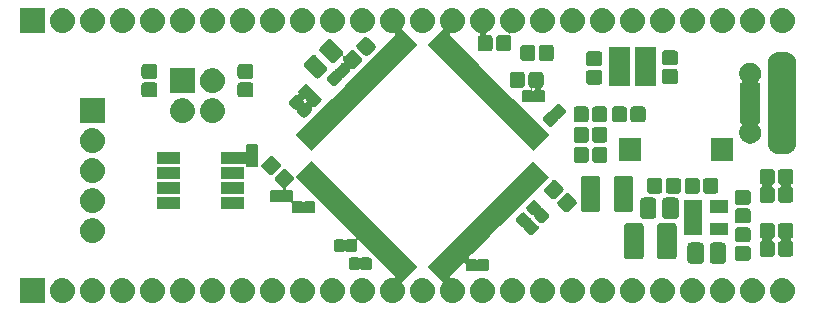
<source format=gts>
G04 #@! TF.GenerationSoftware,KiCad,Pcbnew,(5.0.0)*
G04 #@! TF.CreationDate,2018-10-22T10:35:43+02:00*
G04 #@! TF.ProjectId,mibo100_imxrt,6D69626F3130305F696D7872742E6B69,rev?*
G04 #@! TF.SameCoordinates,PX695f190PY429d390*
G04 #@! TF.FileFunction,Soldermask,Top*
G04 #@! TF.FilePolarity,Negative*
%FSLAX46Y46*%
G04 Gerber Fmt 4.6, Leading zero omitted, Abs format (unit mm)*
G04 Created by KiCad (PCBNEW (5.0.0)) date 10/22/18 10:35:43*
%MOMM*%
%LPD*%
G01*
G04 APERTURE LIST*
%ADD10C,0.100000*%
G04 APERTURE END LIST*
D10*
G36*
X44576702Y-23087399D02*
X44655836Y-23095193D01*
X44787787Y-23135220D01*
X44853763Y-23155233D01*
X45036172Y-23252733D01*
X45196054Y-23383946D01*
X45327267Y-23543828D01*
X45424767Y-23726237D01*
X45424767Y-23726238D01*
X45484807Y-23924164D01*
X45505080Y-24130000D01*
X45484807Y-24335836D01*
X45444780Y-24467787D01*
X45424767Y-24533763D01*
X45327267Y-24716172D01*
X45196054Y-24876054D01*
X45036172Y-25007267D01*
X44853763Y-25104767D01*
X44787787Y-25124780D01*
X44655836Y-25164807D01*
X44578707Y-25172403D01*
X44501580Y-25180000D01*
X44398420Y-25180000D01*
X44321293Y-25172403D01*
X44244164Y-25164807D01*
X44112213Y-25124780D01*
X44046237Y-25104767D01*
X43863828Y-25007267D01*
X43703946Y-24876054D01*
X43572733Y-24716172D01*
X43475233Y-24533763D01*
X43455220Y-24467787D01*
X43415193Y-24335836D01*
X43394920Y-24130000D01*
X43415193Y-23924164D01*
X43475233Y-23726238D01*
X43475233Y-23726237D01*
X43572733Y-23543828D01*
X43703946Y-23383946D01*
X43863828Y-23252733D01*
X44046237Y-23155233D01*
X44112213Y-23135220D01*
X44244164Y-23095193D01*
X44323298Y-23087399D01*
X44398420Y-23080000D01*
X44501580Y-23080000D01*
X44576702Y-23087399D01*
X44576702Y-23087399D01*
G37*
G36*
X39496702Y-23087399D02*
X39575836Y-23095193D01*
X39707787Y-23135220D01*
X39773763Y-23155233D01*
X39956172Y-23252733D01*
X40116054Y-23383946D01*
X40247267Y-23543828D01*
X40344767Y-23726237D01*
X40344767Y-23726238D01*
X40404807Y-23924164D01*
X40425080Y-24130000D01*
X40404807Y-24335836D01*
X40364780Y-24467787D01*
X40344767Y-24533763D01*
X40247267Y-24716172D01*
X40116054Y-24876054D01*
X39956172Y-25007267D01*
X39773763Y-25104767D01*
X39707787Y-25124780D01*
X39575836Y-25164807D01*
X39498707Y-25172403D01*
X39421580Y-25180000D01*
X39318420Y-25180000D01*
X39241293Y-25172403D01*
X39164164Y-25164807D01*
X39032213Y-25124780D01*
X38966237Y-25104767D01*
X38783828Y-25007267D01*
X38623946Y-24876054D01*
X38492733Y-24716172D01*
X38395233Y-24533763D01*
X38375220Y-24467787D01*
X38335193Y-24335836D01*
X38314920Y-24130000D01*
X38335193Y-23924164D01*
X38395233Y-23726238D01*
X38395233Y-23726237D01*
X38492733Y-23543828D01*
X38623946Y-23383946D01*
X38783828Y-23252733D01*
X38966237Y-23155233D01*
X39032213Y-23135220D01*
X39164164Y-23095193D01*
X39243298Y-23087399D01*
X39318420Y-23080000D01*
X39421580Y-23080000D01*
X39496702Y-23087399D01*
X39496702Y-23087399D01*
G37*
G36*
X45030952Y-14474838D02*
X42693963Y-16811827D01*
X42644467Y-16861324D01*
X41986858Y-17518933D01*
X41804540Y-17701250D01*
X40926196Y-18579594D01*
X40876700Y-18629091D01*
X40219091Y-19286700D01*
X40037355Y-19468435D01*
X39158429Y-20347361D01*
X39108933Y-20396858D01*
X38451324Y-21054467D01*
X38268178Y-21237612D01*
X38252632Y-21256554D01*
X38241081Y-21278165D01*
X38233968Y-21301614D01*
X38231566Y-21326000D01*
X38233968Y-21350386D01*
X38241081Y-21373835D01*
X38252632Y-21395446D01*
X38268178Y-21414388D01*
X38287120Y-21429934D01*
X38308731Y-21441485D01*
X38332180Y-21448598D01*
X38356566Y-21451000D01*
X38744359Y-21451000D01*
X38786474Y-21455148D01*
X38821068Y-21465642D01*
X38860628Y-21486787D01*
X38866569Y-21490757D01*
X38889208Y-21500136D01*
X38913241Y-21504917D01*
X38937745Y-21504919D01*
X38961779Y-21500140D01*
X38984418Y-21490763D01*
X38990358Y-21486795D01*
X39029932Y-21465642D01*
X39064526Y-21455148D01*
X39106641Y-21451000D01*
X39714359Y-21451000D01*
X39756474Y-21455148D01*
X39791068Y-21465642D01*
X39822941Y-21482678D01*
X39850887Y-21505613D01*
X39873822Y-21533559D01*
X39890858Y-21565432D01*
X39901352Y-21600026D01*
X39905500Y-21642141D01*
X39905500Y-22299859D01*
X39901352Y-22341974D01*
X39890858Y-22376568D01*
X39873822Y-22408441D01*
X39850887Y-22436387D01*
X39822941Y-22459322D01*
X39791068Y-22476358D01*
X39756474Y-22486852D01*
X39714359Y-22491000D01*
X39106641Y-22491000D01*
X39064526Y-22486852D01*
X39029932Y-22476358D01*
X38990372Y-22455213D01*
X38984431Y-22451243D01*
X38961792Y-22441864D01*
X38937759Y-22437083D01*
X38913255Y-22437081D01*
X38889221Y-22441860D01*
X38866582Y-22451237D01*
X38860642Y-22455205D01*
X38821068Y-22476358D01*
X38786474Y-22486852D01*
X38744359Y-22491000D01*
X38136641Y-22491000D01*
X38094526Y-22486852D01*
X38059932Y-22476358D01*
X38028059Y-22459322D01*
X38000113Y-22436387D01*
X37977178Y-22408441D01*
X37960142Y-22376568D01*
X37949648Y-22341974D01*
X37945500Y-22299859D01*
X37945500Y-21862066D01*
X37943098Y-21837680D01*
X37935985Y-21814231D01*
X37924434Y-21792620D01*
X37908888Y-21773678D01*
X37889946Y-21758132D01*
X37868335Y-21746581D01*
X37844886Y-21739468D01*
X37820500Y-21737066D01*
X37796114Y-21739468D01*
X37772665Y-21746581D01*
X37751054Y-21758132D01*
X37732112Y-21773678D01*
X36634293Y-22871497D01*
X36618747Y-22890439D01*
X36607196Y-22912050D01*
X36600083Y-22935499D01*
X36597681Y-22959885D01*
X36600083Y-22984271D01*
X36607196Y-23007720D01*
X36618747Y-23029331D01*
X36634293Y-23048273D01*
X36653235Y-23063819D01*
X36674846Y-23075370D01*
X36698295Y-23082483D01*
X36734933Y-23084283D01*
X36778420Y-23080000D01*
X36881580Y-23080000D01*
X36956702Y-23087399D01*
X37035836Y-23095193D01*
X37167787Y-23135220D01*
X37233763Y-23155233D01*
X37416172Y-23252733D01*
X37576054Y-23383946D01*
X37707267Y-23543828D01*
X37804767Y-23726237D01*
X37804767Y-23726238D01*
X37864807Y-23924164D01*
X37885080Y-24130000D01*
X37864807Y-24335836D01*
X37824780Y-24467787D01*
X37804767Y-24533763D01*
X37707267Y-24716172D01*
X37576054Y-24876054D01*
X37416172Y-25007267D01*
X37233763Y-25104767D01*
X37167787Y-25124780D01*
X37035836Y-25164807D01*
X36958707Y-25172403D01*
X36881580Y-25180000D01*
X36778420Y-25180000D01*
X36701293Y-25172403D01*
X36624164Y-25164807D01*
X36492213Y-25124780D01*
X36426237Y-25104767D01*
X36243828Y-25007267D01*
X36083946Y-24876054D01*
X35952733Y-24716172D01*
X35855233Y-24533763D01*
X35835220Y-24467787D01*
X35795193Y-24335836D01*
X35774920Y-24130000D01*
X35795193Y-23924164D01*
X35855233Y-23726238D01*
X35855233Y-23726237D01*
X35952734Y-23543828D01*
X35977765Y-23513326D01*
X35991379Y-23492951D01*
X36000756Y-23470312D01*
X36005536Y-23446279D01*
X36005536Y-23421774D01*
X36000755Y-23397741D01*
X35991378Y-23375102D01*
X35969526Y-23345640D01*
X34721335Y-22097449D01*
X37411866Y-19406918D01*
X37411871Y-19406914D01*
X37461380Y-19357405D01*
X37461384Y-19357400D01*
X39179633Y-17639151D01*
X39179638Y-17639147D01*
X39229147Y-17589638D01*
X39229151Y-17589633D01*
X40947400Y-15871384D01*
X40947406Y-15871379D01*
X40996914Y-15821871D01*
X40996918Y-15821866D01*
X43687449Y-13131335D01*
X45030952Y-14474838D01*
X45030952Y-14474838D01*
G37*
G36*
X34416702Y-23087399D02*
X34495836Y-23095193D01*
X34627787Y-23135220D01*
X34693763Y-23155233D01*
X34876172Y-23252733D01*
X35036054Y-23383946D01*
X35167267Y-23543828D01*
X35264767Y-23726237D01*
X35264767Y-23726238D01*
X35324807Y-23924164D01*
X35345080Y-24130000D01*
X35324807Y-24335836D01*
X35284780Y-24467787D01*
X35264767Y-24533763D01*
X35167267Y-24716172D01*
X35036054Y-24876054D01*
X34876172Y-25007267D01*
X34693763Y-25104767D01*
X34627787Y-25124780D01*
X34495836Y-25164807D01*
X34418707Y-25172403D01*
X34341580Y-25180000D01*
X34238420Y-25180000D01*
X34161293Y-25172403D01*
X34084164Y-25164807D01*
X33952213Y-25124780D01*
X33886237Y-25104767D01*
X33703828Y-25007267D01*
X33543946Y-24876054D01*
X33412733Y-24716172D01*
X33315233Y-24533763D01*
X33295220Y-24467787D01*
X33255193Y-24335836D01*
X33234920Y-24130000D01*
X33255193Y-23924164D01*
X33315233Y-23726238D01*
X33315233Y-23726237D01*
X33412733Y-23543828D01*
X33543946Y-23383946D01*
X33703828Y-23252733D01*
X33886237Y-23155233D01*
X33952213Y-23135220D01*
X34084164Y-23095193D01*
X34163298Y-23087399D01*
X34238420Y-23080000D01*
X34341580Y-23080000D01*
X34416702Y-23087399D01*
X34416702Y-23087399D01*
G37*
G36*
X27583087Y-15821871D02*
X27583092Y-15821877D01*
X27632590Y-15871375D01*
X27632596Y-15871380D01*
X29350854Y-17589638D01*
X29350859Y-17589644D01*
X29400357Y-17639142D01*
X29400363Y-17639147D01*
X31118621Y-19357405D01*
X31118626Y-19357411D01*
X31168124Y-19406909D01*
X31168130Y-19406914D01*
X33858665Y-22097449D01*
X32610474Y-23345640D01*
X32594928Y-23364582D01*
X32583377Y-23386193D01*
X32576264Y-23409642D01*
X32573862Y-23434028D01*
X32576264Y-23458414D01*
X32583377Y-23481863D01*
X32602235Y-23513326D01*
X32627266Y-23543828D01*
X32724767Y-23726237D01*
X32724767Y-23726238D01*
X32784807Y-23924164D01*
X32805080Y-24130000D01*
X32784807Y-24335836D01*
X32744780Y-24467787D01*
X32724767Y-24533763D01*
X32627267Y-24716172D01*
X32496054Y-24876054D01*
X32336172Y-25007267D01*
X32153763Y-25104767D01*
X32087787Y-25124780D01*
X31955836Y-25164807D01*
X31878707Y-25172403D01*
X31801580Y-25180000D01*
X31698420Y-25180000D01*
X31621293Y-25172403D01*
X31544164Y-25164807D01*
X31412213Y-25124780D01*
X31346237Y-25104767D01*
X31163828Y-25007267D01*
X31003946Y-24876054D01*
X30872733Y-24716172D01*
X30775233Y-24533763D01*
X30755220Y-24467787D01*
X30715193Y-24335836D01*
X30694920Y-24130000D01*
X30715193Y-23924164D01*
X30775233Y-23726238D01*
X30775233Y-23726237D01*
X30872733Y-23543828D01*
X31003946Y-23383946D01*
X31163828Y-23252733D01*
X31346237Y-23155233D01*
X31412213Y-23135220D01*
X31544164Y-23095193D01*
X31623298Y-23087399D01*
X31698420Y-23080000D01*
X31801580Y-23080000D01*
X31845067Y-23084283D01*
X31869571Y-23084283D01*
X31893605Y-23079502D01*
X31916244Y-23070125D01*
X31936618Y-23056511D01*
X31953945Y-23039184D01*
X31967559Y-23018809D01*
X31976937Y-22996170D01*
X31981717Y-22972137D01*
X31981717Y-22947633D01*
X31976936Y-22923599D01*
X31967559Y-22900960D01*
X31945707Y-22871497D01*
X30128677Y-21054467D01*
X30128671Y-21054462D01*
X29471073Y-20396864D01*
X29471068Y-20396858D01*
X28939836Y-19865626D01*
X28920894Y-19850080D01*
X28899283Y-19838529D01*
X28875834Y-19831416D01*
X28851448Y-19829014D01*
X28827062Y-19831416D01*
X28803613Y-19838529D01*
X28782002Y-19850080D01*
X28763060Y-19865626D01*
X28747514Y-19884568D01*
X28735963Y-19906179D01*
X28728850Y-19929628D01*
X28726448Y-19954014D01*
X28727050Y-19966267D01*
X28729500Y-19991141D01*
X28729500Y-20648859D01*
X28725352Y-20690974D01*
X28714858Y-20725568D01*
X28697822Y-20757441D01*
X28674887Y-20785387D01*
X28646941Y-20808322D01*
X28615068Y-20825358D01*
X28580474Y-20835852D01*
X28538359Y-20840000D01*
X27930641Y-20840000D01*
X27888526Y-20835852D01*
X27853932Y-20825358D01*
X27814372Y-20804213D01*
X27808431Y-20800243D01*
X27785792Y-20790864D01*
X27761759Y-20786083D01*
X27737255Y-20786081D01*
X27713221Y-20790860D01*
X27690582Y-20800237D01*
X27684642Y-20804205D01*
X27645068Y-20825358D01*
X27610474Y-20835852D01*
X27568359Y-20840000D01*
X26960641Y-20840000D01*
X26918526Y-20835852D01*
X26883932Y-20825358D01*
X26852059Y-20808322D01*
X26824113Y-20785387D01*
X26801178Y-20757441D01*
X26784142Y-20725568D01*
X26773648Y-20690974D01*
X26769500Y-20648859D01*
X26769500Y-19991141D01*
X26773648Y-19949026D01*
X26784142Y-19914432D01*
X26801178Y-19882559D01*
X26824113Y-19854613D01*
X26852059Y-19831678D01*
X26883932Y-19814642D01*
X26918526Y-19804148D01*
X26960641Y-19800000D01*
X27568359Y-19800000D01*
X27610474Y-19804148D01*
X27645068Y-19814642D01*
X27684628Y-19835787D01*
X27690569Y-19839757D01*
X27713208Y-19849136D01*
X27737241Y-19853917D01*
X27761745Y-19853919D01*
X27785779Y-19849140D01*
X27808418Y-19839763D01*
X27814358Y-19835795D01*
X27853932Y-19814642D01*
X27888526Y-19804148D01*
X27930641Y-19800000D01*
X28538359Y-19800000D01*
X28563233Y-19802450D01*
X28587738Y-19802450D01*
X28611771Y-19797670D01*
X28634410Y-19788292D01*
X28654785Y-19774679D01*
X28672112Y-19757352D01*
X28685726Y-19736977D01*
X28695103Y-19714338D01*
X28699884Y-19690305D01*
X28699884Y-19665800D01*
X28695104Y-19641767D01*
X28685726Y-19619128D01*
X28672113Y-19598753D01*
X28663874Y-19589664D01*
X28360910Y-19286700D01*
X28360904Y-19286695D01*
X27703306Y-18629097D01*
X27703301Y-18629091D01*
X26593143Y-17518933D01*
X26593137Y-17518928D01*
X25935539Y-16861330D01*
X25935534Y-16861324D01*
X23625458Y-14551248D01*
X23606516Y-14535702D01*
X23584905Y-14524151D01*
X23561456Y-14517038D01*
X23537070Y-14514636D01*
X23512684Y-14517038D01*
X23489235Y-14524151D01*
X23467624Y-14535702D01*
X23448682Y-14551248D01*
X23433136Y-14570190D01*
X23421585Y-14591801D01*
X23412672Y-14627383D01*
X23407765Y-14677202D01*
X23393216Y-14725165D01*
X23369596Y-14769355D01*
X23333881Y-14812873D01*
X22751142Y-15395612D01*
X22735596Y-15414554D01*
X22724045Y-15436165D01*
X22716932Y-15459614D01*
X22714530Y-15484000D01*
X22716932Y-15508386D01*
X22724045Y-15531835D01*
X22735596Y-15553446D01*
X22751142Y-15572388D01*
X22770084Y-15587934D01*
X22791695Y-15599485D01*
X22815144Y-15606598D01*
X22839530Y-15609000D01*
X23140859Y-15609000D01*
X23182974Y-15613148D01*
X23217568Y-15623642D01*
X23249441Y-15640678D01*
X23277387Y-15663613D01*
X23300322Y-15691559D01*
X23317358Y-15723432D01*
X23327852Y-15758026D01*
X23332000Y-15800141D01*
X23332000Y-16436500D01*
X23334402Y-16460886D01*
X23341515Y-16484335D01*
X23353066Y-16505946D01*
X23368612Y-16524888D01*
X23387554Y-16540434D01*
X23409165Y-16551985D01*
X23432614Y-16559098D01*
X23457000Y-16561500D01*
X24052859Y-16561500D01*
X24094974Y-16565648D01*
X24129568Y-16576142D01*
X24169128Y-16597287D01*
X24175069Y-16601257D01*
X24197708Y-16610636D01*
X24221741Y-16615417D01*
X24246245Y-16615419D01*
X24270279Y-16610640D01*
X24292918Y-16601263D01*
X24298858Y-16597295D01*
X24338432Y-16576142D01*
X24373026Y-16565648D01*
X24415141Y-16561500D01*
X25022859Y-16561500D01*
X25064974Y-16565648D01*
X25099568Y-16576142D01*
X25131441Y-16593178D01*
X25159387Y-16616113D01*
X25182322Y-16644059D01*
X25199358Y-16675932D01*
X25209852Y-16710526D01*
X25214000Y-16752641D01*
X25214000Y-17410359D01*
X25209852Y-17452474D01*
X25199358Y-17487068D01*
X25182322Y-17518941D01*
X25159387Y-17546887D01*
X25131441Y-17569822D01*
X25099568Y-17586858D01*
X25064974Y-17597352D01*
X25022859Y-17601500D01*
X24415141Y-17601500D01*
X24373026Y-17597352D01*
X24338432Y-17586858D01*
X24298872Y-17565713D01*
X24292931Y-17561743D01*
X24270292Y-17552364D01*
X24246259Y-17547583D01*
X24221755Y-17547581D01*
X24197721Y-17552360D01*
X24175082Y-17561737D01*
X24169142Y-17565705D01*
X24129568Y-17586858D01*
X24094974Y-17597352D01*
X24052859Y-17601500D01*
X23445141Y-17601500D01*
X23403026Y-17597352D01*
X23368432Y-17586858D01*
X23336559Y-17569822D01*
X23308613Y-17546887D01*
X23285678Y-17518941D01*
X23268642Y-17487068D01*
X23258148Y-17452474D01*
X23254000Y-17410359D01*
X23254000Y-16774000D01*
X23251598Y-16749614D01*
X23244485Y-16726165D01*
X23232934Y-16704554D01*
X23217388Y-16685612D01*
X23198446Y-16670066D01*
X23176835Y-16658515D01*
X23153386Y-16651402D01*
X23129000Y-16649000D01*
X22533141Y-16649000D01*
X22491026Y-16644852D01*
X22456432Y-16634358D01*
X22416872Y-16613213D01*
X22410931Y-16609243D01*
X22388292Y-16599864D01*
X22364259Y-16595083D01*
X22339755Y-16595081D01*
X22315721Y-16599860D01*
X22293082Y-16609237D01*
X22287142Y-16613205D01*
X22247568Y-16634358D01*
X22212974Y-16644852D01*
X22170859Y-16649000D01*
X21563141Y-16649000D01*
X21521026Y-16644852D01*
X21486432Y-16634358D01*
X21454559Y-16617322D01*
X21426613Y-16594387D01*
X21403678Y-16566441D01*
X21386642Y-16534568D01*
X21376148Y-16499974D01*
X21372000Y-16457859D01*
X21372000Y-15800141D01*
X21376148Y-15758026D01*
X21386642Y-15723432D01*
X21403678Y-15691559D01*
X21426613Y-15663613D01*
X21454559Y-15640678D01*
X21486432Y-15623642D01*
X21521026Y-15613148D01*
X21563141Y-15609000D01*
X22170859Y-15609000D01*
X22212974Y-15613148D01*
X22247568Y-15623642D01*
X22287128Y-15644787D01*
X22293069Y-15648757D01*
X22315708Y-15658136D01*
X22339741Y-15662917D01*
X22364245Y-15662919D01*
X22388279Y-15658140D01*
X22410918Y-15648763D01*
X22431309Y-15635138D01*
X22433179Y-15633603D01*
X22450505Y-15616274D01*
X22464116Y-15595898D01*
X22473491Y-15573258D01*
X22478269Y-15549224D01*
X22478267Y-15524720D01*
X22473484Y-15500687D01*
X22464104Y-15478049D01*
X22450488Y-15457676D01*
X22433159Y-15440350D01*
X22431563Y-15439284D01*
X22379287Y-15396381D01*
X21848813Y-14865907D01*
X21813098Y-14822389D01*
X21789478Y-14778199D01*
X21774929Y-14730236D01*
X21770017Y-14680364D01*
X21774929Y-14630492D01*
X21789478Y-14582529D01*
X21813098Y-14538339D01*
X21848813Y-14494821D01*
X22432321Y-13911313D01*
X22475839Y-13875598D01*
X22520029Y-13851978D01*
X22567992Y-13837429D01*
X22617864Y-13832517D01*
X22667736Y-13837429D01*
X22715699Y-13851978D01*
X22759889Y-13875598D01*
X22803407Y-13911313D01*
X23333885Y-14441791D01*
X23358274Y-14471509D01*
X23375601Y-14488836D01*
X23395976Y-14502450D01*
X23418615Y-14511828D01*
X23442648Y-14516608D01*
X23467152Y-14516608D01*
X23491186Y-14511827D01*
X23513825Y-14502450D01*
X23543288Y-14480598D01*
X24892551Y-13131335D01*
X27583087Y-15821871D01*
X27583087Y-15821871D01*
G37*
G36*
X64896702Y-23087399D02*
X64975836Y-23095193D01*
X65107787Y-23135220D01*
X65173763Y-23155233D01*
X65356172Y-23252733D01*
X65516054Y-23383946D01*
X65647267Y-23543828D01*
X65744767Y-23726237D01*
X65744767Y-23726238D01*
X65804807Y-23924164D01*
X65825080Y-24130000D01*
X65804807Y-24335836D01*
X65764780Y-24467787D01*
X65744767Y-24533763D01*
X65647267Y-24716172D01*
X65516054Y-24876054D01*
X65356172Y-25007267D01*
X65173763Y-25104767D01*
X65107787Y-25124780D01*
X64975836Y-25164807D01*
X64898707Y-25172403D01*
X64821580Y-25180000D01*
X64718420Y-25180000D01*
X64641293Y-25172403D01*
X64564164Y-25164807D01*
X64432213Y-25124780D01*
X64366237Y-25104767D01*
X64183828Y-25007267D01*
X64023946Y-24876054D01*
X63892733Y-24716172D01*
X63795233Y-24533763D01*
X63775220Y-24467787D01*
X63735193Y-24335836D01*
X63714920Y-24130000D01*
X63735193Y-23924164D01*
X63795233Y-23726238D01*
X63795233Y-23726237D01*
X63892733Y-23543828D01*
X64023946Y-23383946D01*
X64183828Y-23252733D01*
X64366237Y-23155233D01*
X64432213Y-23135220D01*
X64564164Y-23095193D01*
X64643298Y-23087399D01*
X64718420Y-23080000D01*
X64821580Y-23080000D01*
X64896702Y-23087399D01*
X64896702Y-23087399D01*
G37*
G36*
X29336702Y-23087399D02*
X29415836Y-23095193D01*
X29547787Y-23135220D01*
X29613763Y-23155233D01*
X29796172Y-23252733D01*
X29956054Y-23383946D01*
X30087267Y-23543828D01*
X30184767Y-23726237D01*
X30184767Y-23726238D01*
X30244807Y-23924164D01*
X30265080Y-24130000D01*
X30244807Y-24335836D01*
X30204780Y-24467787D01*
X30184767Y-24533763D01*
X30087267Y-24716172D01*
X29956054Y-24876054D01*
X29796172Y-25007267D01*
X29613763Y-25104767D01*
X29547787Y-25124780D01*
X29415836Y-25164807D01*
X29338707Y-25172403D01*
X29261580Y-25180000D01*
X29158420Y-25180000D01*
X29081293Y-25172403D01*
X29004164Y-25164807D01*
X28872213Y-25124780D01*
X28806237Y-25104767D01*
X28623828Y-25007267D01*
X28463946Y-24876054D01*
X28332733Y-24716172D01*
X28235233Y-24533763D01*
X28215220Y-24467787D01*
X28175193Y-24335836D01*
X28154920Y-24130000D01*
X28175193Y-23924164D01*
X28235233Y-23726238D01*
X28235233Y-23726237D01*
X28332733Y-23543828D01*
X28463946Y-23383946D01*
X28623828Y-23252733D01*
X28806237Y-23155233D01*
X28872213Y-23135220D01*
X29004164Y-23095193D01*
X29083298Y-23087399D01*
X29158420Y-23080000D01*
X29261580Y-23080000D01*
X29336702Y-23087399D01*
X29336702Y-23087399D01*
G37*
G36*
X26796702Y-23087399D02*
X26875836Y-23095193D01*
X27007787Y-23135220D01*
X27073763Y-23155233D01*
X27256172Y-23252733D01*
X27416054Y-23383946D01*
X27547267Y-23543828D01*
X27644767Y-23726237D01*
X27644767Y-23726238D01*
X27704807Y-23924164D01*
X27725080Y-24130000D01*
X27704807Y-24335836D01*
X27664780Y-24467787D01*
X27644767Y-24533763D01*
X27547267Y-24716172D01*
X27416054Y-24876054D01*
X27256172Y-25007267D01*
X27073763Y-25104767D01*
X27007787Y-25124780D01*
X26875836Y-25164807D01*
X26798707Y-25172403D01*
X26721580Y-25180000D01*
X26618420Y-25180000D01*
X26541293Y-25172403D01*
X26464164Y-25164807D01*
X26332213Y-25124780D01*
X26266237Y-25104767D01*
X26083828Y-25007267D01*
X25923946Y-24876054D01*
X25792733Y-24716172D01*
X25695233Y-24533763D01*
X25675220Y-24467787D01*
X25635193Y-24335836D01*
X25614920Y-24130000D01*
X25635193Y-23924164D01*
X25695233Y-23726238D01*
X25695233Y-23726237D01*
X25792733Y-23543828D01*
X25923946Y-23383946D01*
X26083828Y-23252733D01*
X26266237Y-23155233D01*
X26332213Y-23135220D01*
X26464164Y-23095193D01*
X26543298Y-23087399D01*
X26618420Y-23080000D01*
X26721580Y-23080000D01*
X26796702Y-23087399D01*
X26796702Y-23087399D01*
G37*
G36*
X24256702Y-23087399D02*
X24335836Y-23095193D01*
X24467787Y-23135220D01*
X24533763Y-23155233D01*
X24716172Y-23252733D01*
X24876054Y-23383946D01*
X25007267Y-23543828D01*
X25104767Y-23726237D01*
X25104767Y-23726238D01*
X25164807Y-23924164D01*
X25185080Y-24130000D01*
X25164807Y-24335836D01*
X25124780Y-24467787D01*
X25104767Y-24533763D01*
X25007267Y-24716172D01*
X24876054Y-24876054D01*
X24716172Y-25007267D01*
X24533763Y-25104767D01*
X24467787Y-25124780D01*
X24335836Y-25164807D01*
X24258707Y-25172403D01*
X24181580Y-25180000D01*
X24078420Y-25180000D01*
X24001293Y-25172403D01*
X23924164Y-25164807D01*
X23792213Y-25124780D01*
X23726237Y-25104767D01*
X23543828Y-25007267D01*
X23383946Y-24876054D01*
X23252733Y-24716172D01*
X23155233Y-24533763D01*
X23135220Y-24467787D01*
X23095193Y-24335836D01*
X23074920Y-24130000D01*
X23095193Y-23924164D01*
X23155233Y-23726238D01*
X23155233Y-23726237D01*
X23252733Y-23543828D01*
X23383946Y-23383946D01*
X23543828Y-23252733D01*
X23726237Y-23155233D01*
X23792213Y-23135220D01*
X23924164Y-23095193D01*
X24003298Y-23087399D01*
X24078420Y-23080000D01*
X24181580Y-23080000D01*
X24256702Y-23087399D01*
X24256702Y-23087399D01*
G37*
G36*
X19176702Y-23087399D02*
X19255836Y-23095193D01*
X19387787Y-23135220D01*
X19453763Y-23155233D01*
X19636172Y-23252733D01*
X19796054Y-23383946D01*
X19927267Y-23543828D01*
X20024767Y-23726237D01*
X20024767Y-23726238D01*
X20084807Y-23924164D01*
X20105080Y-24130000D01*
X20084807Y-24335836D01*
X20044780Y-24467787D01*
X20024767Y-24533763D01*
X19927267Y-24716172D01*
X19796054Y-24876054D01*
X19636172Y-25007267D01*
X19453763Y-25104767D01*
X19387787Y-25124780D01*
X19255836Y-25164807D01*
X19178707Y-25172403D01*
X19101580Y-25180000D01*
X18998420Y-25180000D01*
X18921293Y-25172403D01*
X18844164Y-25164807D01*
X18712213Y-25124780D01*
X18646237Y-25104767D01*
X18463828Y-25007267D01*
X18303946Y-24876054D01*
X18172733Y-24716172D01*
X18075233Y-24533763D01*
X18055220Y-24467787D01*
X18015193Y-24335836D01*
X17994920Y-24130000D01*
X18015193Y-23924164D01*
X18075233Y-23726238D01*
X18075233Y-23726237D01*
X18172733Y-23543828D01*
X18303946Y-23383946D01*
X18463828Y-23252733D01*
X18646237Y-23155233D01*
X18712213Y-23135220D01*
X18844164Y-23095193D01*
X18923298Y-23087399D01*
X18998420Y-23080000D01*
X19101580Y-23080000D01*
X19176702Y-23087399D01*
X19176702Y-23087399D01*
G37*
G36*
X16636702Y-23087399D02*
X16715836Y-23095193D01*
X16847787Y-23135220D01*
X16913763Y-23155233D01*
X17096172Y-23252733D01*
X17256054Y-23383946D01*
X17387267Y-23543828D01*
X17484767Y-23726237D01*
X17484767Y-23726238D01*
X17544807Y-23924164D01*
X17565080Y-24130000D01*
X17544807Y-24335836D01*
X17504780Y-24467787D01*
X17484767Y-24533763D01*
X17387267Y-24716172D01*
X17256054Y-24876054D01*
X17096172Y-25007267D01*
X16913763Y-25104767D01*
X16847787Y-25124780D01*
X16715836Y-25164807D01*
X16638707Y-25172403D01*
X16561580Y-25180000D01*
X16458420Y-25180000D01*
X16381293Y-25172403D01*
X16304164Y-25164807D01*
X16172213Y-25124780D01*
X16106237Y-25104767D01*
X15923828Y-25007267D01*
X15763946Y-24876054D01*
X15632733Y-24716172D01*
X15535233Y-24533763D01*
X15515220Y-24467787D01*
X15475193Y-24335836D01*
X15454920Y-24130000D01*
X15475193Y-23924164D01*
X15535233Y-23726238D01*
X15535233Y-23726237D01*
X15632733Y-23543828D01*
X15763946Y-23383946D01*
X15923828Y-23252733D01*
X16106237Y-23155233D01*
X16172213Y-23135220D01*
X16304164Y-23095193D01*
X16383298Y-23087399D01*
X16458420Y-23080000D01*
X16561580Y-23080000D01*
X16636702Y-23087399D01*
X16636702Y-23087399D01*
G37*
G36*
X21716702Y-23087399D02*
X21795836Y-23095193D01*
X21927787Y-23135220D01*
X21993763Y-23155233D01*
X22176172Y-23252733D01*
X22336054Y-23383946D01*
X22467267Y-23543828D01*
X22564767Y-23726237D01*
X22564767Y-23726238D01*
X22624807Y-23924164D01*
X22645080Y-24130000D01*
X22624807Y-24335836D01*
X22584780Y-24467787D01*
X22564767Y-24533763D01*
X22467267Y-24716172D01*
X22336054Y-24876054D01*
X22176172Y-25007267D01*
X21993763Y-25104767D01*
X21927787Y-25124780D01*
X21795836Y-25164807D01*
X21718707Y-25172403D01*
X21641580Y-25180000D01*
X21538420Y-25180000D01*
X21461293Y-25172403D01*
X21384164Y-25164807D01*
X21252213Y-25124780D01*
X21186237Y-25104767D01*
X21003828Y-25007267D01*
X20843946Y-24876054D01*
X20712733Y-24716172D01*
X20615233Y-24533763D01*
X20595220Y-24467787D01*
X20555193Y-24335836D01*
X20534920Y-24130000D01*
X20555193Y-23924164D01*
X20615233Y-23726238D01*
X20615233Y-23726237D01*
X20712733Y-23543828D01*
X20843946Y-23383946D01*
X21003828Y-23252733D01*
X21186237Y-23155233D01*
X21252213Y-23135220D01*
X21384164Y-23095193D01*
X21463298Y-23087399D01*
X21538420Y-23080000D01*
X21641580Y-23080000D01*
X21716702Y-23087399D01*
X21716702Y-23087399D01*
G37*
G36*
X14096702Y-23087399D02*
X14175836Y-23095193D01*
X14307787Y-23135220D01*
X14373763Y-23155233D01*
X14556172Y-23252733D01*
X14716054Y-23383946D01*
X14847267Y-23543828D01*
X14944767Y-23726237D01*
X14944767Y-23726238D01*
X15004807Y-23924164D01*
X15025080Y-24130000D01*
X15004807Y-24335836D01*
X14964780Y-24467787D01*
X14944767Y-24533763D01*
X14847267Y-24716172D01*
X14716054Y-24876054D01*
X14556172Y-25007267D01*
X14373763Y-25104767D01*
X14307787Y-25124780D01*
X14175836Y-25164807D01*
X14098707Y-25172403D01*
X14021580Y-25180000D01*
X13918420Y-25180000D01*
X13841293Y-25172403D01*
X13764164Y-25164807D01*
X13632213Y-25124780D01*
X13566237Y-25104767D01*
X13383828Y-25007267D01*
X13223946Y-24876054D01*
X13092733Y-24716172D01*
X12995233Y-24533763D01*
X12975220Y-24467787D01*
X12935193Y-24335836D01*
X12914920Y-24130000D01*
X12935193Y-23924164D01*
X12995233Y-23726238D01*
X12995233Y-23726237D01*
X13092733Y-23543828D01*
X13223946Y-23383946D01*
X13383828Y-23252733D01*
X13566237Y-23155233D01*
X13632213Y-23135220D01*
X13764164Y-23095193D01*
X13843298Y-23087399D01*
X13918420Y-23080000D01*
X14021580Y-23080000D01*
X14096702Y-23087399D01*
X14096702Y-23087399D01*
G37*
G36*
X11556702Y-23087399D02*
X11635836Y-23095193D01*
X11767787Y-23135220D01*
X11833763Y-23155233D01*
X12016172Y-23252733D01*
X12176054Y-23383946D01*
X12307267Y-23543828D01*
X12404767Y-23726237D01*
X12404767Y-23726238D01*
X12464807Y-23924164D01*
X12485080Y-24130000D01*
X12464807Y-24335836D01*
X12424780Y-24467787D01*
X12404767Y-24533763D01*
X12307267Y-24716172D01*
X12176054Y-24876054D01*
X12016172Y-25007267D01*
X11833763Y-25104767D01*
X11767787Y-25124780D01*
X11635836Y-25164807D01*
X11558707Y-25172403D01*
X11481580Y-25180000D01*
X11378420Y-25180000D01*
X11301293Y-25172403D01*
X11224164Y-25164807D01*
X11092213Y-25124780D01*
X11026237Y-25104767D01*
X10843828Y-25007267D01*
X10683946Y-24876054D01*
X10552733Y-24716172D01*
X10455233Y-24533763D01*
X10435220Y-24467787D01*
X10395193Y-24335836D01*
X10374920Y-24130000D01*
X10395193Y-23924164D01*
X10455233Y-23726238D01*
X10455233Y-23726237D01*
X10552733Y-23543828D01*
X10683946Y-23383946D01*
X10843828Y-23252733D01*
X11026237Y-23155233D01*
X11092213Y-23135220D01*
X11224164Y-23095193D01*
X11303298Y-23087399D01*
X11378420Y-23080000D01*
X11481580Y-23080000D01*
X11556702Y-23087399D01*
X11556702Y-23087399D01*
G37*
G36*
X6476702Y-23087399D02*
X6555836Y-23095193D01*
X6687787Y-23135220D01*
X6753763Y-23155233D01*
X6936172Y-23252733D01*
X7096054Y-23383946D01*
X7227267Y-23543828D01*
X7324767Y-23726237D01*
X7324767Y-23726238D01*
X7384807Y-23924164D01*
X7405080Y-24130000D01*
X7384807Y-24335836D01*
X7344780Y-24467787D01*
X7324767Y-24533763D01*
X7227267Y-24716172D01*
X7096054Y-24876054D01*
X6936172Y-25007267D01*
X6753763Y-25104767D01*
X6687787Y-25124780D01*
X6555836Y-25164807D01*
X6478707Y-25172403D01*
X6401580Y-25180000D01*
X6298420Y-25180000D01*
X6221293Y-25172403D01*
X6144164Y-25164807D01*
X6012213Y-25124780D01*
X5946237Y-25104767D01*
X5763828Y-25007267D01*
X5603946Y-24876054D01*
X5472733Y-24716172D01*
X5375233Y-24533763D01*
X5355220Y-24467787D01*
X5315193Y-24335836D01*
X5294920Y-24130000D01*
X5315193Y-23924164D01*
X5375233Y-23726238D01*
X5375233Y-23726237D01*
X5472733Y-23543828D01*
X5603946Y-23383946D01*
X5763828Y-23252733D01*
X5946237Y-23155233D01*
X6012213Y-23135220D01*
X6144164Y-23095193D01*
X6223298Y-23087399D01*
X6298420Y-23080000D01*
X6401580Y-23080000D01*
X6476702Y-23087399D01*
X6476702Y-23087399D01*
G37*
G36*
X49656702Y-23087399D02*
X49735836Y-23095193D01*
X49867787Y-23135220D01*
X49933763Y-23155233D01*
X50116172Y-23252733D01*
X50276054Y-23383946D01*
X50407267Y-23543828D01*
X50504767Y-23726237D01*
X50504767Y-23726238D01*
X50564807Y-23924164D01*
X50585080Y-24130000D01*
X50564807Y-24335836D01*
X50524780Y-24467787D01*
X50504767Y-24533763D01*
X50407267Y-24716172D01*
X50276054Y-24876054D01*
X50116172Y-25007267D01*
X49933763Y-25104767D01*
X49867787Y-25124780D01*
X49735836Y-25164807D01*
X49658707Y-25172403D01*
X49581580Y-25180000D01*
X49478420Y-25180000D01*
X49401293Y-25172403D01*
X49324164Y-25164807D01*
X49192213Y-25124780D01*
X49126237Y-25104767D01*
X48943828Y-25007267D01*
X48783946Y-24876054D01*
X48652733Y-24716172D01*
X48555233Y-24533763D01*
X48535220Y-24467787D01*
X48495193Y-24335836D01*
X48474920Y-24130000D01*
X48495193Y-23924164D01*
X48555233Y-23726238D01*
X48555233Y-23726237D01*
X48652733Y-23543828D01*
X48783946Y-23383946D01*
X48943828Y-23252733D01*
X49126237Y-23155233D01*
X49192213Y-23135220D01*
X49324164Y-23095193D01*
X49403298Y-23087399D01*
X49478420Y-23080000D01*
X49581580Y-23080000D01*
X49656702Y-23087399D01*
X49656702Y-23087399D01*
G37*
G36*
X52196702Y-23087399D02*
X52275836Y-23095193D01*
X52407787Y-23135220D01*
X52473763Y-23155233D01*
X52656172Y-23252733D01*
X52816054Y-23383946D01*
X52947267Y-23543828D01*
X53044767Y-23726237D01*
X53044767Y-23726238D01*
X53104807Y-23924164D01*
X53125080Y-24130000D01*
X53104807Y-24335836D01*
X53064780Y-24467787D01*
X53044767Y-24533763D01*
X52947267Y-24716172D01*
X52816054Y-24876054D01*
X52656172Y-25007267D01*
X52473763Y-25104767D01*
X52407787Y-25124780D01*
X52275836Y-25164807D01*
X52198707Y-25172403D01*
X52121580Y-25180000D01*
X52018420Y-25180000D01*
X51941293Y-25172403D01*
X51864164Y-25164807D01*
X51732213Y-25124780D01*
X51666237Y-25104767D01*
X51483828Y-25007267D01*
X51323946Y-24876054D01*
X51192733Y-24716172D01*
X51095233Y-24533763D01*
X51075220Y-24467787D01*
X51035193Y-24335836D01*
X51014920Y-24130000D01*
X51035193Y-23924164D01*
X51095233Y-23726238D01*
X51095233Y-23726237D01*
X51192733Y-23543828D01*
X51323946Y-23383946D01*
X51483828Y-23252733D01*
X51666237Y-23155233D01*
X51732213Y-23135220D01*
X51864164Y-23095193D01*
X51943298Y-23087399D01*
X52018420Y-23080000D01*
X52121580Y-23080000D01*
X52196702Y-23087399D01*
X52196702Y-23087399D01*
G37*
G36*
X54736702Y-23087399D02*
X54815836Y-23095193D01*
X54947787Y-23135220D01*
X55013763Y-23155233D01*
X55196172Y-23252733D01*
X55356054Y-23383946D01*
X55487267Y-23543828D01*
X55584767Y-23726237D01*
X55584767Y-23726238D01*
X55644807Y-23924164D01*
X55665080Y-24130000D01*
X55644807Y-24335836D01*
X55604780Y-24467787D01*
X55584767Y-24533763D01*
X55487267Y-24716172D01*
X55356054Y-24876054D01*
X55196172Y-25007267D01*
X55013763Y-25104767D01*
X54947787Y-25124780D01*
X54815836Y-25164807D01*
X54738707Y-25172403D01*
X54661580Y-25180000D01*
X54558420Y-25180000D01*
X54481293Y-25172403D01*
X54404164Y-25164807D01*
X54272213Y-25124780D01*
X54206237Y-25104767D01*
X54023828Y-25007267D01*
X53863946Y-24876054D01*
X53732733Y-24716172D01*
X53635233Y-24533763D01*
X53615220Y-24467787D01*
X53575193Y-24335836D01*
X53554920Y-24130000D01*
X53575193Y-23924164D01*
X53635233Y-23726238D01*
X53635233Y-23726237D01*
X53732733Y-23543828D01*
X53863946Y-23383946D01*
X54023828Y-23252733D01*
X54206237Y-23155233D01*
X54272213Y-23135220D01*
X54404164Y-23095193D01*
X54483298Y-23087399D01*
X54558420Y-23080000D01*
X54661580Y-23080000D01*
X54736702Y-23087399D01*
X54736702Y-23087399D01*
G37*
G36*
X47116702Y-23087399D02*
X47195836Y-23095193D01*
X47327787Y-23135220D01*
X47393763Y-23155233D01*
X47576172Y-23252733D01*
X47736054Y-23383946D01*
X47867267Y-23543828D01*
X47964767Y-23726237D01*
X47964767Y-23726238D01*
X48024807Y-23924164D01*
X48045080Y-24130000D01*
X48024807Y-24335836D01*
X47984780Y-24467787D01*
X47964767Y-24533763D01*
X47867267Y-24716172D01*
X47736054Y-24876054D01*
X47576172Y-25007267D01*
X47393763Y-25104767D01*
X47327787Y-25124780D01*
X47195836Y-25164807D01*
X47118707Y-25172403D01*
X47041580Y-25180000D01*
X46938420Y-25180000D01*
X46861293Y-25172403D01*
X46784164Y-25164807D01*
X46652213Y-25124780D01*
X46586237Y-25104767D01*
X46403828Y-25007267D01*
X46243946Y-24876054D01*
X46112733Y-24716172D01*
X46015233Y-24533763D01*
X45995220Y-24467787D01*
X45955193Y-24335836D01*
X45934920Y-24130000D01*
X45955193Y-23924164D01*
X46015233Y-23726238D01*
X46015233Y-23726237D01*
X46112733Y-23543828D01*
X46243946Y-23383946D01*
X46403828Y-23252733D01*
X46586237Y-23155233D01*
X46652213Y-23135220D01*
X46784164Y-23095193D01*
X46863298Y-23087399D01*
X46938420Y-23080000D01*
X47041580Y-23080000D01*
X47116702Y-23087399D01*
X47116702Y-23087399D01*
G37*
G36*
X9016702Y-23087399D02*
X9095836Y-23095193D01*
X9227787Y-23135220D01*
X9293763Y-23155233D01*
X9476172Y-23252733D01*
X9636054Y-23383946D01*
X9767267Y-23543828D01*
X9864767Y-23726237D01*
X9864767Y-23726238D01*
X9924807Y-23924164D01*
X9945080Y-24130000D01*
X9924807Y-24335836D01*
X9884780Y-24467787D01*
X9864767Y-24533763D01*
X9767267Y-24716172D01*
X9636054Y-24876054D01*
X9476172Y-25007267D01*
X9293763Y-25104767D01*
X9227787Y-25124780D01*
X9095836Y-25164807D01*
X9018707Y-25172403D01*
X8941580Y-25180000D01*
X8838420Y-25180000D01*
X8761293Y-25172403D01*
X8684164Y-25164807D01*
X8552213Y-25124780D01*
X8486237Y-25104767D01*
X8303828Y-25007267D01*
X8143946Y-24876054D01*
X8012733Y-24716172D01*
X7915233Y-24533763D01*
X7895220Y-24467787D01*
X7855193Y-24335836D01*
X7834920Y-24130000D01*
X7855193Y-23924164D01*
X7915233Y-23726238D01*
X7915233Y-23726237D01*
X8012733Y-23543828D01*
X8143946Y-23383946D01*
X8303828Y-23252733D01*
X8486237Y-23155233D01*
X8552213Y-23135220D01*
X8684164Y-23095193D01*
X8763298Y-23087399D01*
X8838420Y-23080000D01*
X8941580Y-23080000D01*
X9016702Y-23087399D01*
X9016702Y-23087399D01*
G37*
G36*
X57276702Y-23087399D02*
X57355836Y-23095193D01*
X57487787Y-23135220D01*
X57553763Y-23155233D01*
X57736172Y-23252733D01*
X57896054Y-23383946D01*
X58027267Y-23543828D01*
X58124767Y-23726237D01*
X58124767Y-23726238D01*
X58184807Y-23924164D01*
X58205080Y-24130000D01*
X58184807Y-24335836D01*
X58144780Y-24467787D01*
X58124767Y-24533763D01*
X58027267Y-24716172D01*
X57896054Y-24876054D01*
X57736172Y-25007267D01*
X57553763Y-25104767D01*
X57487787Y-25124780D01*
X57355836Y-25164807D01*
X57278707Y-25172403D01*
X57201580Y-25180000D01*
X57098420Y-25180000D01*
X57021293Y-25172403D01*
X56944164Y-25164807D01*
X56812213Y-25124780D01*
X56746237Y-25104767D01*
X56563828Y-25007267D01*
X56403946Y-24876054D01*
X56272733Y-24716172D01*
X56175233Y-24533763D01*
X56155220Y-24467787D01*
X56115193Y-24335836D01*
X56094920Y-24130000D01*
X56115193Y-23924164D01*
X56175233Y-23726238D01*
X56175233Y-23726237D01*
X56272733Y-23543828D01*
X56403946Y-23383946D01*
X56563828Y-23252733D01*
X56746237Y-23155233D01*
X56812213Y-23135220D01*
X56944164Y-23095193D01*
X57023298Y-23087399D01*
X57098420Y-23080000D01*
X57201580Y-23080000D01*
X57276702Y-23087399D01*
X57276702Y-23087399D01*
G37*
G36*
X59816702Y-23087399D02*
X59895836Y-23095193D01*
X60027787Y-23135220D01*
X60093763Y-23155233D01*
X60276172Y-23252733D01*
X60436054Y-23383946D01*
X60567267Y-23543828D01*
X60664767Y-23726237D01*
X60664767Y-23726238D01*
X60724807Y-23924164D01*
X60745080Y-24130000D01*
X60724807Y-24335836D01*
X60684780Y-24467787D01*
X60664767Y-24533763D01*
X60567267Y-24716172D01*
X60436054Y-24876054D01*
X60276172Y-25007267D01*
X60093763Y-25104767D01*
X60027787Y-25124780D01*
X59895836Y-25164807D01*
X59818707Y-25172403D01*
X59741580Y-25180000D01*
X59638420Y-25180000D01*
X59561293Y-25172403D01*
X59484164Y-25164807D01*
X59352213Y-25124780D01*
X59286237Y-25104767D01*
X59103828Y-25007267D01*
X58943946Y-24876054D01*
X58812733Y-24716172D01*
X58715233Y-24533763D01*
X58695220Y-24467787D01*
X58655193Y-24335836D01*
X58634920Y-24130000D01*
X58655193Y-23924164D01*
X58715233Y-23726238D01*
X58715233Y-23726237D01*
X58812733Y-23543828D01*
X58943946Y-23383946D01*
X59103828Y-23252733D01*
X59286237Y-23155233D01*
X59352213Y-23135220D01*
X59484164Y-23095193D01*
X59563298Y-23087399D01*
X59638420Y-23080000D01*
X59741580Y-23080000D01*
X59816702Y-23087399D01*
X59816702Y-23087399D01*
G37*
G36*
X62356702Y-23087399D02*
X62435836Y-23095193D01*
X62567787Y-23135220D01*
X62633763Y-23155233D01*
X62816172Y-23252733D01*
X62976054Y-23383946D01*
X63107267Y-23543828D01*
X63204767Y-23726237D01*
X63204767Y-23726238D01*
X63264807Y-23924164D01*
X63285080Y-24130000D01*
X63264807Y-24335836D01*
X63224780Y-24467787D01*
X63204767Y-24533763D01*
X63107267Y-24716172D01*
X62976054Y-24876054D01*
X62816172Y-25007267D01*
X62633763Y-25104767D01*
X62567787Y-25124780D01*
X62435836Y-25164807D01*
X62358707Y-25172403D01*
X62281580Y-25180000D01*
X62178420Y-25180000D01*
X62101293Y-25172403D01*
X62024164Y-25164807D01*
X61892213Y-25124780D01*
X61826237Y-25104767D01*
X61643828Y-25007267D01*
X61483946Y-24876054D01*
X61352733Y-24716172D01*
X61255233Y-24533763D01*
X61235220Y-24467787D01*
X61195193Y-24335836D01*
X61174920Y-24130000D01*
X61195193Y-23924164D01*
X61255233Y-23726238D01*
X61255233Y-23726237D01*
X61352733Y-23543828D01*
X61483946Y-23383946D01*
X61643828Y-23252733D01*
X61826237Y-23155233D01*
X61892213Y-23135220D01*
X62024164Y-23095193D01*
X62103298Y-23087399D01*
X62178420Y-23080000D01*
X62281580Y-23080000D01*
X62356702Y-23087399D01*
X62356702Y-23087399D01*
G37*
G36*
X42036702Y-23087399D02*
X42115836Y-23095193D01*
X42247787Y-23135220D01*
X42313763Y-23155233D01*
X42496172Y-23252733D01*
X42656054Y-23383946D01*
X42787267Y-23543828D01*
X42884767Y-23726237D01*
X42884767Y-23726238D01*
X42944807Y-23924164D01*
X42965080Y-24130000D01*
X42944807Y-24335836D01*
X42904780Y-24467787D01*
X42884767Y-24533763D01*
X42787267Y-24716172D01*
X42656054Y-24876054D01*
X42496172Y-25007267D01*
X42313763Y-25104767D01*
X42247787Y-25124780D01*
X42115836Y-25164807D01*
X42038707Y-25172403D01*
X41961580Y-25180000D01*
X41858420Y-25180000D01*
X41781293Y-25172403D01*
X41704164Y-25164807D01*
X41572213Y-25124780D01*
X41506237Y-25104767D01*
X41323828Y-25007267D01*
X41163946Y-24876054D01*
X41032733Y-24716172D01*
X40935233Y-24533763D01*
X40915220Y-24467787D01*
X40875193Y-24335836D01*
X40854920Y-24130000D01*
X40875193Y-23924164D01*
X40935233Y-23726238D01*
X40935233Y-23726237D01*
X41032733Y-23543828D01*
X41163946Y-23383946D01*
X41323828Y-23252733D01*
X41506237Y-23155233D01*
X41572213Y-23135220D01*
X41704164Y-23095193D01*
X41783298Y-23087399D01*
X41858420Y-23080000D01*
X41961580Y-23080000D01*
X42036702Y-23087399D01*
X42036702Y-23087399D01*
G37*
G36*
X2320000Y-25180000D02*
X220000Y-25180000D01*
X220000Y-23080000D01*
X2320000Y-23080000D01*
X2320000Y-25180000D01*
X2320000Y-25180000D01*
G37*
G36*
X3936702Y-23087399D02*
X4015836Y-23095193D01*
X4147787Y-23135220D01*
X4213763Y-23155233D01*
X4396172Y-23252733D01*
X4556054Y-23383946D01*
X4687267Y-23543828D01*
X4784767Y-23726237D01*
X4784767Y-23726238D01*
X4844807Y-23924164D01*
X4865080Y-24130000D01*
X4844807Y-24335836D01*
X4804780Y-24467787D01*
X4784767Y-24533763D01*
X4687267Y-24716172D01*
X4556054Y-24876054D01*
X4396172Y-25007267D01*
X4213763Y-25104767D01*
X4147787Y-25124780D01*
X4015836Y-25164807D01*
X3938707Y-25172403D01*
X3861580Y-25180000D01*
X3758420Y-25180000D01*
X3681293Y-25172403D01*
X3604164Y-25164807D01*
X3472213Y-25124780D01*
X3406237Y-25104767D01*
X3223828Y-25007267D01*
X3063946Y-24876054D01*
X2932733Y-24716172D01*
X2835233Y-24533763D01*
X2815220Y-24467787D01*
X2775193Y-24335836D01*
X2754920Y-24130000D01*
X2775193Y-23924164D01*
X2835233Y-23726238D01*
X2835233Y-23726237D01*
X2932733Y-23543828D01*
X3063946Y-23383946D01*
X3223828Y-23252733D01*
X3406237Y-23155233D01*
X3472213Y-23135220D01*
X3604164Y-23095193D01*
X3683298Y-23087399D01*
X3758420Y-23080000D01*
X3861580Y-23080000D01*
X3936702Y-23087399D01*
X3936702Y-23087399D01*
G37*
G36*
X28880474Y-21328148D02*
X28915068Y-21338642D01*
X28954628Y-21359787D01*
X28960569Y-21363757D01*
X28983208Y-21373136D01*
X29007241Y-21377917D01*
X29031745Y-21377919D01*
X29055779Y-21373140D01*
X29078418Y-21363763D01*
X29084358Y-21359795D01*
X29123932Y-21338642D01*
X29158526Y-21328148D01*
X29200641Y-21324000D01*
X29808359Y-21324000D01*
X29850474Y-21328148D01*
X29885068Y-21338642D01*
X29916941Y-21355678D01*
X29944887Y-21378613D01*
X29967822Y-21406559D01*
X29984858Y-21438432D01*
X29995352Y-21473026D01*
X29999500Y-21515141D01*
X29999500Y-22172859D01*
X29995352Y-22214974D01*
X29984858Y-22249568D01*
X29967822Y-22281441D01*
X29944887Y-22309387D01*
X29916941Y-22332322D01*
X29885068Y-22349358D01*
X29850474Y-22359852D01*
X29808359Y-22364000D01*
X29200641Y-22364000D01*
X29158526Y-22359852D01*
X29123932Y-22349358D01*
X29084372Y-22328213D01*
X29078431Y-22324243D01*
X29055792Y-22314864D01*
X29031759Y-22310083D01*
X29007255Y-22310081D01*
X28983221Y-22314860D01*
X28960582Y-22324237D01*
X28954642Y-22328205D01*
X28915068Y-22349358D01*
X28880474Y-22359852D01*
X28838359Y-22364000D01*
X28230641Y-22364000D01*
X28188526Y-22359852D01*
X28153932Y-22349358D01*
X28122059Y-22332322D01*
X28094113Y-22309387D01*
X28071178Y-22281441D01*
X28054142Y-22249568D01*
X28043648Y-22214974D01*
X28039500Y-22172859D01*
X28039500Y-21515141D01*
X28043648Y-21473026D01*
X28054142Y-21438432D01*
X28071178Y-21406559D01*
X28094113Y-21378613D01*
X28122059Y-21355678D01*
X28153932Y-21338642D01*
X28188526Y-21328148D01*
X28230641Y-21324000D01*
X28838359Y-21324000D01*
X28880474Y-21328148D01*
X28880474Y-21328148D01*
G37*
G36*
X57879997Y-20060997D02*
X57932653Y-20076970D01*
X57981165Y-20102900D01*
X58023696Y-20137804D01*
X58058600Y-20180335D01*
X58084530Y-20228847D01*
X58100503Y-20281503D01*
X58106500Y-20342390D01*
X58106500Y-21567610D01*
X58100503Y-21628497D01*
X58084530Y-21681153D01*
X58058600Y-21729665D01*
X58023696Y-21772196D01*
X57981165Y-21807100D01*
X57932653Y-21833030D01*
X57879997Y-21849003D01*
X57819110Y-21855000D01*
X57018890Y-21855000D01*
X56958003Y-21849003D01*
X56905347Y-21833030D01*
X56856835Y-21807100D01*
X56814304Y-21772196D01*
X56779400Y-21729665D01*
X56753470Y-21681153D01*
X56737497Y-21628497D01*
X56731500Y-21567610D01*
X56731500Y-20342390D01*
X56737497Y-20281503D01*
X56753470Y-20228847D01*
X56779400Y-20180335D01*
X56814304Y-20137804D01*
X56856835Y-20102900D01*
X56905347Y-20076970D01*
X56958003Y-20060997D01*
X57018890Y-20055000D01*
X57819110Y-20055000D01*
X57879997Y-20060997D01*
X57879997Y-20060997D01*
G37*
G36*
X59754997Y-20060997D02*
X59807653Y-20076970D01*
X59856165Y-20102900D01*
X59898696Y-20137804D01*
X59933600Y-20180335D01*
X59959530Y-20228847D01*
X59975503Y-20281503D01*
X59981500Y-20342390D01*
X59981500Y-21567610D01*
X59975503Y-21628497D01*
X59959530Y-21681153D01*
X59933600Y-21729665D01*
X59898696Y-21772196D01*
X59856165Y-21807100D01*
X59807653Y-21833030D01*
X59754997Y-21849003D01*
X59694110Y-21855000D01*
X58893890Y-21855000D01*
X58833003Y-21849003D01*
X58780347Y-21833030D01*
X58731835Y-21807100D01*
X58689304Y-21772196D01*
X58654400Y-21729665D01*
X58628470Y-21681153D01*
X58612497Y-21628497D01*
X58606500Y-21567610D01*
X58606500Y-20342390D01*
X58612497Y-20281503D01*
X58628470Y-20228847D01*
X58654400Y-20180335D01*
X58689304Y-20137804D01*
X58731835Y-20102900D01*
X58780347Y-20076970D01*
X58833003Y-20060997D01*
X58893890Y-20055000D01*
X59694110Y-20055000D01*
X59754997Y-20060997D01*
X59754997Y-20060997D01*
G37*
G36*
X61873122Y-20348517D02*
X61921085Y-20363066D01*
X61965275Y-20386686D01*
X62004018Y-20418482D01*
X62035814Y-20457225D01*
X62059434Y-20501415D01*
X62073983Y-20549378D01*
X62079500Y-20605391D01*
X62079500Y-21355609D01*
X62073983Y-21411622D01*
X62059434Y-21459585D01*
X62035814Y-21503775D01*
X62004018Y-21542518D01*
X61965275Y-21574314D01*
X61921085Y-21597934D01*
X61873122Y-21612483D01*
X61817109Y-21618000D01*
X60991891Y-21618000D01*
X60935878Y-21612483D01*
X60887915Y-21597934D01*
X60843725Y-21574314D01*
X60804982Y-21542518D01*
X60773186Y-21503775D01*
X60749566Y-21459585D01*
X60735017Y-21411622D01*
X60729500Y-21355609D01*
X60729500Y-20605391D01*
X60735017Y-20549378D01*
X60749566Y-20501415D01*
X60773186Y-20457225D01*
X60804982Y-20418482D01*
X60843725Y-20386686D01*
X60887915Y-20363066D01*
X60935878Y-20348517D01*
X60991891Y-20343000D01*
X61817109Y-20343000D01*
X61873122Y-20348517D01*
X61873122Y-20348517D01*
G37*
G36*
X55613628Y-18419493D02*
X55661354Y-18433970D01*
X55705336Y-18457479D01*
X55743885Y-18489115D01*
X55775521Y-18527664D01*
X55799030Y-18571646D01*
X55813507Y-18619372D01*
X55819000Y-18675141D01*
X55819000Y-21202859D01*
X55813507Y-21258628D01*
X55799030Y-21306354D01*
X55775521Y-21350336D01*
X55743885Y-21388885D01*
X55705336Y-21420521D01*
X55661354Y-21444030D01*
X55613628Y-21458507D01*
X55557859Y-21464000D01*
X54430141Y-21464000D01*
X54374372Y-21458507D01*
X54326646Y-21444030D01*
X54282664Y-21420521D01*
X54244115Y-21388885D01*
X54212479Y-21350336D01*
X54188970Y-21306354D01*
X54174493Y-21258628D01*
X54169000Y-21202859D01*
X54169000Y-18675141D01*
X54174493Y-18619372D01*
X54188970Y-18571646D01*
X54212479Y-18527664D01*
X54244115Y-18489115D01*
X54282664Y-18457479D01*
X54326646Y-18433970D01*
X54374372Y-18419493D01*
X54430141Y-18414000D01*
X55557859Y-18414000D01*
X55613628Y-18419493D01*
X55613628Y-18419493D01*
G37*
G36*
X52813628Y-18419493D02*
X52861354Y-18433970D01*
X52905336Y-18457479D01*
X52943885Y-18489115D01*
X52975521Y-18527664D01*
X52999030Y-18571646D01*
X53013507Y-18619372D01*
X53019000Y-18675141D01*
X53019000Y-21202859D01*
X53013507Y-21258628D01*
X52999030Y-21306354D01*
X52975521Y-21350336D01*
X52943885Y-21388885D01*
X52905336Y-21420521D01*
X52861354Y-21444030D01*
X52813628Y-21458507D01*
X52757859Y-21464000D01*
X51630141Y-21464000D01*
X51574372Y-21458507D01*
X51526646Y-21444030D01*
X51482664Y-21420521D01*
X51444115Y-21388885D01*
X51412479Y-21350336D01*
X51388970Y-21306354D01*
X51374493Y-21258628D01*
X51369000Y-21202859D01*
X51369000Y-18675141D01*
X51374493Y-18619372D01*
X51388970Y-18571646D01*
X51412479Y-18527664D01*
X51444115Y-18489115D01*
X51482664Y-18457479D01*
X51526646Y-18433970D01*
X51574372Y-18419493D01*
X51630141Y-18414000D01*
X52757859Y-18414000D01*
X52813628Y-18419493D01*
X52813628Y-18419493D01*
G37*
G36*
X65480622Y-18380517D02*
X65528585Y-18395066D01*
X65572775Y-18418686D01*
X65611518Y-18450482D01*
X65643314Y-18489225D01*
X65666934Y-18533415D01*
X65681483Y-18581378D01*
X65687000Y-18637391D01*
X65687000Y-19462609D01*
X65681483Y-19518622D01*
X65666934Y-19566585D01*
X65643314Y-19610775D01*
X65611518Y-19649518D01*
X65572777Y-19681312D01*
X65534522Y-19701760D01*
X65514148Y-19715374D01*
X65496821Y-19732701D01*
X65483207Y-19753075D01*
X65473829Y-19775714D01*
X65469049Y-19799748D01*
X65469049Y-19824252D01*
X65473829Y-19848286D01*
X65483207Y-19870925D01*
X65496821Y-19891299D01*
X65514148Y-19908626D01*
X65534522Y-19922240D01*
X65572777Y-19942688D01*
X65611518Y-19974482D01*
X65643314Y-20013225D01*
X65666934Y-20057415D01*
X65681483Y-20105378D01*
X65687000Y-20161391D01*
X65687000Y-20986609D01*
X65681483Y-21042622D01*
X65666934Y-21090585D01*
X65643314Y-21134775D01*
X65611518Y-21173518D01*
X65572775Y-21205314D01*
X65528585Y-21228934D01*
X65480622Y-21243483D01*
X65424609Y-21249000D01*
X64674391Y-21249000D01*
X64618378Y-21243483D01*
X64570415Y-21228934D01*
X64526225Y-21205314D01*
X64487482Y-21173518D01*
X64455686Y-21134775D01*
X64432066Y-21090585D01*
X64417517Y-21042622D01*
X64412000Y-20986609D01*
X64412000Y-20161391D01*
X64417517Y-20105378D01*
X64432066Y-20057415D01*
X64455686Y-20013225D01*
X64487482Y-19974482D01*
X64526223Y-19942688D01*
X64564478Y-19922240D01*
X64584852Y-19908626D01*
X64602179Y-19891299D01*
X64615793Y-19870925D01*
X64625171Y-19848286D01*
X64629951Y-19824252D01*
X64629951Y-19799748D01*
X64625171Y-19775714D01*
X64615793Y-19753075D01*
X64602179Y-19732701D01*
X64584852Y-19715374D01*
X64564478Y-19701760D01*
X64526223Y-19681312D01*
X64487482Y-19649518D01*
X64455686Y-19610775D01*
X64432066Y-19566585D01*
X64417517Y-19518622D01*
X64412000Y-19462609D01*
X64412000Y-18637391D01*
X64417517Y-18581378D01*
X64432066Y-18533415D01*
X64455686Y-18489225D01*
X64487482Y-18450482D01*
X64526225Y-18418686D01*
X64570415Y-18395066D01*
X64618378Y-18380517D01*
X64674391Y-18375000D01*
X65424609Y-18375000D01*
X65480622Y-18380517D01*
X65480622Y-18380517D01*
G37*
G36*
X63905622Y-18380517D02*
X63953585Y-18395066D01*
X63997775Y-18418686D01*
X64036518Y-18450482D01*
X64068314Y-18489225D01*
X64091934Y-18533415D01*
X64106483Y-18581378D01*
X64112000Y-18637391D01*
X64112000Y-19462609D01*
X64106483Y-19518622D01*
X64091934Y-19566585D01*
X64068314Y-19610775D01*
X64036518Y-19649518D01*
X63997777Y-19681312D01*
X63959522Y-19701760D01*
X63939148Y-19715374D01*
X63921821Y-19732701D01*
X63908207Y-19753075D01*
X63898829Y-19775714D01*
X63894049Y-19799748D01*
X63894049Y-19824252D01*
X63898829Y-19848286D01*
X63908207Y-19870925D01*
X63921821Y-19891299D01*
X63939148Y-19908626D01*
X63959522Y-19922240D01*
X63997777Y-19942688D01*
X64036518Y-19974482D01*
X64068314Y-20013225D01*
X64091934Y-20057415D01*
X64106483Y-20105378D01*
X64112000Y-20161391D01*
X64112000Y-20986609D01*
X64106483Y-21042622D01*
X64091934Y-21090585D01*
X64068314Y-21134775D01*
X64036518Y-21173518D01*
X63997775Y-21205314D01*
X63953585Y-21228934D01*
X63905622Y-21243483D01*
X63849609Y-21249000D01*
X63099391Y-21249000D01*
X63043378Y-21243483D01*
X62995415Y-21228934D01*
X62951225Y-21205314D01*
X62912482Y-21173518D01*
X62880686Y-21134775D01*
X62857066Y-21090585D01*
X62842517Y-21042622D01*
X62837000Y-20986609D01*
X62837000Y-20161391D01*
X62842517Y-20105378D01*
X62857066Y-20057415D01*
X62880686Y-20013225D01*
X62912482Y-19974482D01*
X62951223Y-19942688D01*
X62989478Y-19922240D01*
X63009852Y-19908626D01*
X63027179Y-19891299D01*
X63040793Y-19870925D01*
X63050171Y-19848286D01*
X63054951Y-19824252D01*
X63054951Y-19799748D01*
X63050171Y-19775714D01*
X63040793Y-19753075D01*
X63027179Y-19732701D01*
X63009852Y-19715374D01*
X62989478Y-19701760D01*
X62951223Y-19681312D01*
X62912482Y-19649518D01*
X62880686Y-19610775D01*
X62857066Y-19566585D01*
X62842517Y-19518622D01*
X62837000Y-19462609D01*
X62837000Y-18637391D01*
X62842517Y-18581378D01*
X62857066Y-18533415D01*
X62880686Y-18489225D01*
X62912482Y-18450482D01*
X62951225Y-18418686D01*
X62995415Y-18395066D01*
X63043378Y-18380517D01*
X63099391Y-18375000D01*
X63849609Y-18375000D01*
X63905622Y-18380517D01*
X63905622Y-18380517D01*
G37*
G36*
X6478707Y-18007596D02*
X6555836Y-18015193D01*
X6661702Y-18047307D01*
X6753763Y-18075233D01*
X6936172Y-18172733D01*
X7096054Y-18303946D01*
X7227267Y-18463828D01*
X7324767Y-18646237D01*
X7324767Y-18646238D01*
X7384807Y-18844164D01*
X7405080Y-19050000D01*
X7384807Y-19255836D01*
X7353998Y-19357400D01*
X7324767Y-19453763D01*
X7227267Y-19636172D01*
X7096054Y-19796054D01*
X6936172Y-19927267D01*
X6753763Y-20024767D01*
X6711843Y-20037483D01*
X6555836Y-20084807D01*
X6478707Y-20092403D01*
X6401580Y-20100000D01*
X6298420Y-20100000D01*
X6221293Y-20092403D01*
X6144164Y-20084807D01*
X5988157Y-20037483D01*
X5946237Y-20024767D01*
X5763828Y-19927267D01*
X5603946Y-19796054D01*
X5472733Y-19636172D01*
X5375233Y-19453763D01*
X5346002Y-19357400D01*
X5315193Y-19255836D01*
X5294920Y-19050000D01*
X5315193Y-18844164D01*
X5375233Y-18646238D01*
X5375233Y-18646237D01*
X5472733Y-18463828D01*
X5603946Y-18303946D01*
X5763828Y-18172733D01*
X5946237Y-18075233D01*
X6038298Y-18047307D01*
X6144164Y-18015193D01*
X6221293Y-18007596D01*
X6298420Y-18000000D01*
X6401580Y-18000000D01*
X6478707Y-18007596D01*
X6478707Y-18007596D01*
G37*
G36*
X61873122Y-18773517D02*
X61921085Y-18788066D01*
X61965275Y-18811686D01*
X62004018Y-18843482D01*
X62035814Y-18882225D01*
X62059434Y-18926415D01*
X62073983Y-18974378D01*
X62079500Y-19030391D01*
X62079500Y-19780609D01*
X62073983Y-19836622D01*
X62059434Y-19884585D01*
X62035814Y-19928775D01*
X62004018Y-19967518D01*
X61965275Y-19999314D01*
X61921085Y-20022934D01*
X61873122Y-20037483D01*
X61817109Y-20043000D01*
X60991891Y-20043000D01*
X60935878Y-20037483D01*
X60887915Y-20022934D01*
X60843725Y-19999314D01*
X60804982Y-19967518D01*
X60773186Y-19928775D01*
X60749566Y-19884585D01*
X60735017Y-19836622D01*
X60729500Y-19780609D01*
X60729500Y-19030391D01*
X60735017Y-18974378D01*
X60749566Y-18926415D01*
X60773186Y-18882225D01*
X60804982Y-18843482D01*
X60843725Y-18811686D01*
X60887915Y-18788066D01*
X60935878Y-18773517D01*
X60991891Y-18768000D01*
X61817109Y-18768000D01*
X61873122Y-18773517D01*
X61873122Y-18773517D01*
G37*
G36*
X42890705Y-17498617D02*
X42925299Y-17509111D01*
X42957172Y-17526147D01*
X42989893Y-17553001D01*
X43419605Y-17982713D01*
X43446459Y-18015434D01*
X43463495Y-18047307D01*
X43476522Y-18090253D01*
X43477917Y-18097263D01*
X43487297Y-18119901D01*
X43500912Y-18140275D01*
X43518241Y-18157601D01*
X43538616Y-18171213D01*
X43561256Y-18180588D01*
X43568255Y-18181980D01*
X43611193Y-18195005D01*
X43643066Y-18212041D01*
X43675787Y-18238895D01*
X44105499Y-18668607D01*
X44132353Y-18701328D01*
X44149389Y-18733201D01*
X44159883Y-18767795D01*
X44163426Y-18803769D01*
X44159883Y-18839743D01*
X44149389Y-18874337D01*
X44132353Y-18906210D01*
X44105499Y-18938931D01*
X43640431Y-19403999D01*
X43607710Y-19430853D01*
X43575837Y-19447889D01*
X43541243Y-19458383D01*
X43505269Y-19461926D01*
X43469295Y-19458383D01*
X43434701Y-19447889D01*
X43402828Y-19430853D01*
X43370107Y-19403999D01*
X42940395Y-18974287D01*
X42913541Y-18941566D01*
X42896505Y-18909693D01*
X42883478Y-18866747D01*
X42882083Y-18859737D01*
X42872703Y-18837099D01*
X42859088Y-18816725D01*
X42841759Y-18799399D01*
X42821384Y-18785787D01*
X42798744Y-18776412D01*
X42791745Y-18775020D01*
X42748807Y-18761995D01*
X42716934Y-18744959D01*
X42684213Y-18718105D01*
X42254501Y-18288393D01*
X42227647Y-18255672D01*
X42210611Y-18223799D01*
X42200117Y-18189205D01*
X42196574Y-18153231D01*
X42200117Y-18117257D01*
X42210611Y-18082663D01*
X42227647Y-18050790D01*
X42254501Y-18018069D01*
X42719569Y-17553001D01*
X42752290Y-17526147D01*
X42784163Y-17509111D01*
X42818757Y-17498617D01*
X42854731Y-17495074D01*
X42890705Y-17498617D01*
X42890705Y-17498617D01*
G37*
G36*
X60123000Y-19445500D02*
X58663000Y-19445500D01*
X58663000Y-18395500D01*
X60123000Y-18395500D01*
X60123000Y-19445500D01*
X60123000Y-19445500D01*
G37*
G36*
X57923000Y-19445500D02*
X56463000Y-19445500D01*
X56463000Y-16495500D01*
X57923000Y-16495500D01*
X57923000Y-19445500D01*
X57923000Y-19445500D01*
G37*
G36*
X43779705Y-16482617D02*
X43814299Y-16493111D01*
X43846172Y-16510147D01*
X43878893Y-16537001D01*
X44308605Y-16966713D01*
X44335459Y-16999434D01*
X44352495Y-17031307D01*
X44365522Y-17074253D01*
X44366917Y-17081263D01*
X44376297Y-17103901D01*
X44389912Y-17124275D01*
X44407241Y-17141601D01*
X44427616Y-17155213D01*
X44450256Y-17164588D01*
X44457255Y-17165980D01*
X44500193Y-17179005D01*
X44532066Y-17196041D01*
X44564787Y-17222895D01*
X44994499Y-17652607D01*
X45021353Y-17685328D01*
X45038389Y-17717201D01*
X45048883Y-17751795D01*
X45052426Y-17787769D01*
X45048883Y-17823743D01*
X45038389Y-17858337D01*
X45021353Y-17890210D01*
X44994499Y-17922931D01*
X44529431Y-18387999D01*
X44496710Y-18414853D01*
X44464837Y-18431889D01*
X44430243Y-18442383D01*
X44394269Y-18445926D01*
X44358295Y-18442383D01*
X44323701Y-18431889D01*
X44291828Y-18414853D01*
X44259107Y-18387999D01*
X43829395Y-17958287D01*
X43802541Y-17925566D01*
X43785505Y-17893693D01*
X43772478Y-17850747D01*
X43771083Y-17843737D01*
X43761703Y-17821099D01*
X43748088Y-17800725D01*
X43730759Y-17783399D01*
X43710384Y-17769787D01*
X43687744Y-17760412D01*
X43680745Y-17759020D01*
X43637807Y-17745995D01*
X43605934Y-17728959D01*
X43573213Y-17702105D01*
X43143501Y-17272393D01*
X43116647Y-17239672D01*
X43099611Y-17207799D01*
X43089117Y-17173205D01*
X43085574Y-17137231D01*
X43089117Y-17101257D01*
X43099611Y-17066663D01*
X43116647Y-17034790D01*
X43143501Y-17002069D01*
X43608569Y-16537001D01*
X43641290Y-16510147D01*
X43673163Y-16493111D01*
X43707757Y-16482617D01*
X43743731Y-16479074D01*
X43779705Y-16482617D01*
X43779705Y-16482617D01*
G37*
G36*
X61873122Y-17173517D02*
X61921085Y-17188066D01*
X61965275Y-17211686D01*
X62004018Y-17243482D01*
X62035814Y-17282225D01*
X62059434Y-17326415D01*
X62073983Y-17374378D01*
X62079500Y-17430391D01*
X62079500Y-18180609D01*
X62073983Y-18236622D01*
X62059434Y-18284585D01*
X62035814Y-18328775D01*
X62004018Y-18367518D01*
X61965275Y-18399314D01*
X61921085Y-18422934D01*
X61873122Y-18437483D01*
X61817109Y-18443000D01*
X60991891Y-18443000D01*
X60935878Y-18437483D01*
X60887915Y-18422934D01*
X60843725Y-18399314D01*
X60804982Y-18367518D01*
X60773186Y-18328775D01*
X60749566Y-18284585D01*
X60735017Y-18236622D01*
X60729500Y-18180609D01*
X60729500Y-17430391D01*
X60735017Y-17374378D01*
X60749566Y-17326415D01*
X60773186Y-17282225D01*
X60804982Y-17243482D01*
X60843725Y-17211686D01*
X60887915Y-17188066D01*
X60935878Y-17173517D01*
X60991891Y-17168000D01*
X61817109Y-17168000D01*
X61873122Y-17173517D01*
X61873122Y-17173517D01*
G37*
G36*
X53879497Y-16250997D02*
X53932153Y-16266970D01*
X53980665Y-16292900D01*
X54023196Y-16327804D01*
X54058100Y-16370335D01*
X54084030Y-16418847D01*
X54100003Y-16471503D01*
X54106000Y-16532390D01*
X54106000Y-17757610D01*
X54100003Y-17818497D01*
X54084030Y-17871153D01*
X54058100Y-17919665D01*
X54023196Y-17962196D01*
X53980665Y-17997100D01*
X53932153Y-18023030D01*
X53879497Y-18039003D01*
X53818610Y-18045000D01*
X53018390Y-18045000D01*
X52957503Y-18039003D01*
X52904847Y-18023030D01*
X52856335Y-17997100D01*
X52813804Y-17962196D01*
X52778900Y-17919665D01*
X52752970Y-17871153D01*
X52736997Y-17818497D01*
X52731000Y-17757610D01*
X52731000Y-16532390D01*
X52736997Y-16471503D01*
X52752970Y-16418847D01*
X52778900Y-16370335D01*
X52813804Y-16327804D01*
X52856335Y-16292900D01*
X52904847Y-16266970D01*
X52957503Y-16250997D01*
X53018390Y-16245000D01*
X53818610Y-16245000D01*
X53879497Y-16250997D01*
X53879497Y-16250997D01*
G37*
G36*
X55754497Y-16250997D02*
X55807153Y-16266970D01*
X55855665Y-16292900D01*
X55898196Y-16327804D01*
X55933100Y-16370335D01*
X55959030Y-16418847D01*
X55975003Y-16471503D01*
X55981000Y-16532390D01*
X55981000Y-17757610D01*
X55975003Y-17818497D01*
X55959030Y-17871153D01*
X55933100Y-17919665D01*
X55898196Y-17962196D01*
X55855665Y-17997100D01*
X55807153Y-18023030D01*
X55754497Y-18039003D01*
X55693610Y-18045000D01*
X54893390Y-18045000D01*
X54832503Y-18039003D01*
X54779847Y-18023030D01*
X54731335Y-17997100D01*
X54688804Y-17962196D01*
X54653900Y-17919665D01*
X54627970Y-17871153D01*
X54611997Y-17818497D01*
X54606000Y-17757610D01*
X54606000Y-16532390D01*
X54611997Y-16471503D01*
X54627970Y-16418847D01*
X54653900Y-16370335D01*
X54688804Y-16327804D01*
X54731335Y-16292900D01*
X54779847Y-16266970D01*
X54832503Y-16250997D01*
X54893390Y-16245000D01*
X55693610Y-16245000D01*
X55754497Y-16250997D01*
X55754497Y-16250997D01*
G37*
G36*
X6478707Y-15467597D02*
X6555836Y-15475193D01*
X6665259Y-15508386D01*
X6753763Y-15535233D01*
X6936172Y-15632733D01*
X7096054Y-15763946D01*
X7227267Y-15923828D01*
X7324767Y-16106237D01*
X7324767Y-16106238D01*
X7384807Y-16304164D01*
X7405080Y-16510000D01*
X7384807Y-16715836D01*
X7354944Y-16814281D01*
X7324767Y-16913763D01*
X7227267Y-17096172D01*
X7096054Y-17256054D01*
X6936172Y-17387267D01*
X6753763Y-17484767D01*
X6708105Y-17498617D01*
X6555836Y-17544807D01*
X6479149Y-17552360D01*
X6401580Y-17560000D01*
X6298420Y-17560000D01*
X6220851Y-17552360D01*
X6144164Y-17544807D01*
X5991895Y-17498617D01*
X5946237Y-17484767D01*
X5763828Y-17387267D01*
X5603946Y-17256054D01*
X5472733Y-17096172D01*
X5375233Y-16913763D01*
X5345056Y-16814281D01*
X5315193Y-16715836D01*
X5294920Y-16510000D01*
X5315193Y-16304164D01*
X5375233Y-16106238D01*
X5375233Y-16106237D01*
X5472733Y-15923828D01*
X5603946Y-15763946D01*
X5763828Y-15632733D01*
X5946237Y-15535233D01*
X6034741Y-15508386D01*
X6144164Y-15475193D01*
X6221293Y-15467597D01*
X6298420Y-15460000D01*
X6401580Y-15460000D01*
X6478707Y-15467597D01*
X6478707Y-15467597D01*
G37*
G36*
X60123000Y-17545500D02*
X58663000Y-17545500D01*
X58663000Y-16495500D01*
X60123000Y-16495500D01*
X60123000Y-17545500D01*
X60123000Y-17545500D01*
G37*
G36*
X46607236Y-15869429D02*
X46655199Y-15883978D01*
X46699389Y-15907598D01*
X46742907Y-15943313D01*
X47273381Y-16473787D01*
X47309096Y-16517305D01*
X47332716Y-16561495D01*
X47347265Y-16609458D01*
X47352177Y-16659330D01*
X47347265Y-16709202D01*
X47332716Y-16757165D01*
X47309096Y-16801355D01*
X47273381Y-16844873D01*
X46689873Y-17428381D01*
X46646355Y-17464096D01*
X46602165Y-17487716D01*
X46554202Y-17502265D01*
X46504330Y-17507177D01*
X46454458Y-17502265D01*
X46406495Y-17487716D01*
X46362305Y-17464096D01*
X46318787Y-17428381D01*
X45788313Y-16897907D01*
X45752598Y-16854389D01*
X45728978Y-16810199D01*
X45714429Y-16762236D01*
X45709517Y-16712364D01*
X45714429Y-16662492D01*
X45728978Y-16614529D01*
X45752598Y-16570339D01*
X45788315Y-16526819D01*
X46371821Y-15943313D01*
X46415339Y-15907598D01*
X46459529Y-15883978D01*
X46507492Y-15869429D01*
X46557364Y-15864517D01*
X46607236Y-15869429D01*
X46607236Y-15869429D01*
G37*
G36*
X49130629Y-14418993D02*
X49178355Y-14433470D01*
X49222337Y-14456979D01*
X49260886Y-14488615D01*
X49292522Y-14527164D01*
X49316031Y-14571146D01*
X49330508Y-14618872D01*
X49336001Y-14674641D01*
X49336001Y-17202359D01*
X49330508Y-17258128D01*
X49316031Y-17305854D01*
X49292522Y-17349836D01*
X49260886Y-17388385D01*
X49222337Y-17420021D01*
X49178355Y-17443530D01*
X49130629Y-17458007D01*
X49074860Y-17463500D01*
X47947142Y-17463500D01*
X47891373Y-17458007D01*
X47843647Y-17443530D01*
X47799665Y-17420021D01*
X47761116Y-17388385D01*
X47729480Y-17349836D01*
X47705971Y-17305854D01*
X47691494Y-17258128D01*
X47686001Y-17202359D01*
X47686001Y-14674641D01*
X47691494Y-14618872D01*
X47705971Y-14571146D01*
X47729480Y-14527164D01*
X47761116Y-14488615D01*
X47799665Y-14456979D01*
X47843647Y-14433470D01*
X47891373Y-14418993D01*
X47947142Y-14413500D01*
X49074860Y-14413500D01*
X49130629Y-14418993D01*
X49130629Y-14418993D01*
G37*
G36*
X51930627Y-14418993D02*
X51978353Y-14433470D01*
X52022335Y-14456979D01*
X52060884Y-14488615D01*
X52092520Y-14527164D01*
X52116029Y-14571146D01*
X52130506Y-14618872D01*
X52135999Y-14674641D01*
X52135999Y-17202359D01*
X52130506Y-17258128D01*
X52116029Y-17305854D01*
X52092520Y-17349836D01*
X52060884Y-17388385D01*
X52022335Y-17420021D01*
X51978353Y-17443530D01*
X51930627Y-17458007D01*
X51874858Y-17463500D01*
X50747140Y-17463500D01*
X50691371Y-17458007D01*
X50643645Y-17443530D01*
X50599663Y-17420021D01*
X50561114Y-17388385D01*
X50529478Y-17349836D01*
X50505969Y-17305854D01*
X50491492Y-17258128D01*
X50485999Y-17202359D01*
X50485999Y-14674641D01*
X50491492Y-14618872D01*
X50505969Y-14571146D01*
X50529478Y-14527164D01*
X50561114Y-14488615D01*
X50599663Y-14456979D01*
X50643645Y-14433470D01*
X50691371Y-14418993D01*
X50747140Y-14413500D01*
X51874858Y-14413500D01*
X51930627Y-14418993D01*
X51930627Y-14418993D01*
G37*
G36*
X19169000Y-17200500D02*
X17219000Y-17200500D01*
X17219000Y-16200500D01*
X19169000Y-16200500D01*
X19169000Y-17200500D01*
X19169000Y-17200500D01*
G37*
G36*
X13769000Y-17200500D02*
X11819000Y-17200500D01*
X11819000Y-16200500D01*
X13769000Y-16200500D01*
X13769000Y-17200500D01*
X13769000Y-17200500D01*
G37*
G36*
X61873122Y-15598517D02*
X61921085Y-15613066D01*
X61965275Y-15636686D01*
X62004018Y-15668482D01*
X62035814Y-15707225D01*
X62059434Y-15751415D01*
X62073983Y-15799378D01*
X62079500Y-15855391D01*
X62079500Y-16605609D01*
X62073983Y-16661622D01*
X62059434Y-16709585D01*
X62035814Y-16753775D01*
X62004018Y-16792518D01*
X61965275Y-16824314D01*
X61921085Y-16847934D01*
X61873122Y-16862483D01*
X61817109Y-16868000D01*
X60991891Y-16868000D01*
X60935878Y-16862483D01*
X60887915Y-16847934D01*
X60843725Y-16824314D01*
X60804982Y-16792518D01*
X60773186Y-16753775D01*
X60749566Y-16709585D01*
X60735017Y-16661622D01*
X60729500Y-16605609D01*
X60729500Y-15855391D01*
X60735017Y-15799378D01*
X60749566Y-15751415D01*
X60773186Y-15707225D01*
X60804982Y-15668482D01*
X60843725Y-15636686D01*
X60887915Y-15613066D01*
X60935878Y-15598517D01*
X60991891Y-15593000D01*
X61817109Y-15593000D01*
X61873122Y-15598517D01*
X61873122Y-15598517D01*
G37*
G36*
X63905622Y-13808517D02*
X63953585Y-13823066D01*
X63997775Y-13846686D01*
X64036518Y-13878482D01*
X64068314Y-13917225D01*
X64091934Y-13961415D01*
X64106483Y-14009378D01*
X64112000Y-14065391D01*
X64112000Y-14890609D01*
X64106483Y-14946622D01*
X64091934Y-14994585D01*
X64068314Y-15038775D01*
X64036518Y-15077518D01*
X63997777Y-15109312D01*
X63959522Y-15129760D01*
X63939148Y-15143374D01*
X63921821Y-15160701D01*
X63908207Y-15181075D01*
X63898829Y-15203714D01*
X63894049Y-15227748D01*
X63894049Y-15252252D01*
X63898829Y-15276286D01*
X63908207Y-15298925D01*
X63921821Y-15319299D01*
X63939148Y-15336626D01*
X63959522Y-15350240D01*
X63997777Y-15370688D01*
X64036518Y-15402482D01*
X64068314Y-15441225D01*
X64091934Y-15485415D01*
X64106483Y-15533378D01*
X64112000Y-15589391D01*
X64112000Y-16414609D01*
X64106483Y-16470622D01*
X64091934Y-16518585D01*
X64068314Y-16562775D01*
X64036518Y-16601518D01*
X63997775Y-16633314D01*
X63953585Y-16656934D01*
X63905622Y-16671483D01*
X63849609Y-16677000D01*
X63099391Y-16677000D01*
X63043378Y-16671483D01*
X62995415Y-16656934D01*
X62951225Y-16633314D01*
X62912482Y-16601518D01*
X62880686Y-16562775D01*
X62857066Y-16518585D01*
X62842517Y-16470622D01*
X62837000Y-16414609D01*
X62837000Y-15589391D01*
X62842517Y-15533378D01*
X62857066Y-15485415D01*
X62880686Y-15441225D01*
X62912482Y-15402482D01*
X62951223Y-15370688D01*
X62989478Y-15350240D01*
X63009852Y-15336626D01*
X63027179Y-15319299D01*
X63040793Y-15298925D01*
X63050171Y-15276286D01*
X63054951Y-15252252D01*
X63054951Y-15227748D01*
X63050171Y-15203714D01*
X63040793Y-15181075D01*
X63027179Y-15160701D01*
X63009852Y-15143374D01*
X62989478Y-15129760D01*
X62951223Y-15109312D01*
X62912482Y-15077518D01*
X62880686Y-15038775D01*
X62857066Y-14994585D01*
X62842517Y-14946622D01*
X62837000Y-14890609D01*
X62837000Y-14065391D01*
X62842517Y-14009378D01*
X62857066Y-13961415D01*
X62880686Y-13917225D01*
X62912482Y-13878482D01*
X62951225Y-13846686D01*
X62995415Y-13823066D01*
X63043378Y-13808517D01*
X63099391Y-13803000D01*
X63849609Y-13803000D01*
X63905622Y-13808517D01*
X63905622Y-13808517D01*
G37*
G36*
X65480622Y-13808517D02*
X65528585Y-13823066D01*
X65572775Y-13846686D01*
X65611518Y-13878482D01*
X65643314Y-13917225D01*
X65666934Y-13961415D01*
X65681483Y-14009378D01*
X65687000Y-14065391D01*
X65687000Y-14890609D01*
X65681483Y-14946622D01*
X65666934Y-14994585D01*
X65643314Y-15038775D01*
X65611518Y-15077518D01*
X65572777Y-15109312D01*
X65534522Y-15129760D01*
X65514148Y-15143374D01*
X65496821Y-15160701D01*
X65483207Y-15181075D01*
X65473829Y-15203714D01*
X65469049Y-15227748D01*
X65469049Y-15252252D01*
X65473829Y-15276286D01*
X65483207Y-15298925D01*
X65496821Y-15319299D01*
X65514148Y-15336626D01*
X65534522Y-15350240D01*
X65572777Y-15370688D01*
X65611518Y-15402482D01*
X65643314Y-15441225D01*
X65666934Y-15485415D01*
X65681483Y-15533378D01*
X65687000Y-15589391D01*
X65687000Y-16414609D01*
X65681483Y-16470622D01*
X65666934Y-16518585D01*
X65643314Y-16562775D01*
X65611518Y-16601518D01*
X65572775Y-16633314D01*
X65528585Y-16656934D01*
X65480622Y-16671483D01*
X65424609Y-16677000D01*
X64674391Y-16677000D01*
X64618378Y-16671483D01*
X64570415Y-16656934D01*
X64526225Y-16633314D01*
X64487482Y-16601518D01*
X64455686Y-16562775D01*
X64432066Y-16518585D01*
X64417517Y-16470622D01*
X64412000Y-16414609D01*
X64412000Y-15589391D01*
X64417517Y-15533378D01*
X64432066Y-15485415D01*
X64455686Y-15441225D01*
X64487482Y-15402482D01*
X64526223Y-15370688D01*
X64564478Y-15350240D01*
X64584852Y-15336626D01*
X64602179Y-15319299D01*
X64615793Y-15298925D01*
X64625171Y-15276286D01*
X64629951Y-15252252D01*
X64629951Y-15227748D01*
X64625171Y-15203714D01*
X64615793Y-15181075D01*
X64602179Y-15160701D01*
X64584852Y-15143374D01*
X64564478Y-15129760D01*
X64526223Y-15109312D01*
X64487482Y-15077518D01*
X64455686Y-15038775D01*
X64432066Y-14994585D01*
X64417517Y-14946622D01*
X64412000Y-14890609D01*
X64412000Y-14065391D01*
X64417517Y-14009378D01*
X64432066Y-13961415D01*
X64455686Y-13917225D01*
X64487482Y-13878482D01*
X64526225Y-13846686D01*
X64570415Y-13823066D01*
X64618378Y-13808517D01*
X64674391Y-13803000D01*
X65424609Y-13803000D01*
X65480622Y-13808517D01*
X65480622Y-13808517D01*
G37*
G36*
X45493542Y-14755735D02*
X45541505Y-14770284D01*
X45585695Y-14793904D01*
X45629213Y-14829619D01*
X46159687Y-15360093D01*
X46195402Y-15403611D01*
X46219022Y-15447801D01*
X46233571Y-15495764D01*
X46238483Y-15545636D01*
X46233571Y-15595508D01*
X46219022Y-15643471D01*
X46195402Y-15687661D01*
X46159687Y-15731179D01*
X45576179Y-16314687D01*
X45532661Y-16350402D01*
X45488471Y-16374022D01*
X45440508Y-16388571D01*
X45390636Y-16393483D01*
X45340764Y-16388571D01*
X45292801Y-16374022D01*
X45248611Y-16350402D01*
X45205093Y-16314687D01*
X44674619Y-15784213D01*
X44638904Y-15740695D01*
X44615284Y-15696505D01*
X44600735Y-15648542D01*
X44595823Y-15598670D01*
X44600735Y-15548798D01*
X44615284Y-15500835D01*
X44638904Y-15456645D01*
X44674621Y-15413125D01*
X45258127Y-14829619D01*
X45301645Y-14793904D01*
X45345835Y-14770284D01*
X45393798Y-14755735D01*
X45443670Y-14750823D01*
X45493542Y-14755735D01*
X45493542Y-14755735D01*
G37*
G36*
X19169000Y-15930500D02*
X17219000Y-15930500D01*
X17219000Y-14930500D01*
X19169000Y-14930500D01*
X19169000Y-15930500D01*
X19169000Y-15930500D01*
G37*
G36*
X13769000Y-15930500D02*
X11819000Y-15930500D01*
X11819000Y-14930500D01*
X13769000Y-14930500D01*
X13769000Y-15930500D01*
X13769000Y-15930500D01*
G37*
G36*
X55955622Y-14570517D02*
X56003585Y-14585066D01*
X56047775Y-14608686D01*
X56086518Y-14640482D01*
X56118314Y-14679225D01*
X56141934Y-14723415D01*
X56156483Y-14771378D01*
X56162000Y-14827391D01*
X56162000Y-15652609D01*
X56156483Y-15708622D01*
X56141934Y-15756585D01*
X56118314Y-15800775D01*
X56086518Y-15839518D01*
X56047775Y-15871314D01*
X56003585Y-15894934D01*
X55955622Y-15909483D01*
X55899609Y-15915000D01*
X55149391Y-15915000D01*
X55093378Y-15909483D01*
X55045415Y-15894934D01*
X55001225Y-15871314D01*
X54962482Y-15839518D01*
X54930686Y-15800775D01*
X54907066Y-15756585D01*
X54892517Y-15708622D01*
X54887000Y-15652609D01*
X54887000Y-14827391D01*
X54892517Y-14771378D01*
X54907066Y-14723415D01*
X54930686Y-14679225D01*
X54962482Y-14640482D01*
X55001225Y-14608686D01*
X55045415Y-14585066D01*
X55093378Y-14570517D01*
X55149391Y-14565000D01*
X55899609Y-14565000D01*
X55955622Y-14570517D01*
X55955622Y-14570517D01*
G37*
G36*
X57555622Y-14570517D02*
X57603585Y-14585066D01*
X57647775Y-14608686D01*
X57686518Y-14640482D01*
X57718314Y-14679225D01*
X57741934Y-14723415D01*
X57756483Y-14771378D01*
X57762000Y-14827391D01*
X57762000Y-15652609D01*
X57756483Y-15708622D01*
X57741934Y-15756585D01*
X57718314Y-15800775D01*
X57686518Y-15839518D01*
X57647775Y-15871314D01*
X57603585Y-15894934D01*
X57555622Y-15909483D01*
X57499609Y-15915000D01*
X56749391Y-15915000D01*
X56693378Y-15909483D01*
X56645415Y-15894934D01*
X56601225Y-15871314D01*
X56562482Y-15839518D01*
X56530686Y-15800775D01*
X56507066Y-15756585D01*
X56492517Y-15708622D01*
X56487000Y-15652609D01*
X56487000Y-14827391D01*
X56492517Y-14771378D01*
X56507066Y-14723415D01*
X56530686Y-14679225D01*
X56562482Y-14640482D01*
X56601225Y-14608686D01*
X56645415Y-14585066D01*
X56693378Y-14570517D01*
X56749391Y-14565000D01*
X57499609Y-14565000D01*
X57555622Y-14570517D01*
X57555622Y-14570517D01*
G37*
G36*
X54380622Y-14570517D02*
X54428585Y-14585066D01*
X54472775Y-14608686D01*
X54511518Y-14640482D01*
X54543314Y-14679225D01*
X54566934Y-14723415D01*
X54581483Y-14771378D01*
X54587000Y-14827391D01*
X54587000Y-15652609D01*
X54581483Y-15708622D01*
X54566934Y-15756585D01*
X54543314Y-15800775D01*
X54511518Y-15839518D01*
X54472775Y-15871314D01*
X54428585Y-15894934D01*
X54380622Y-15909483D01*
X54324609Y-15915000D01*
X53574391Y-15915000D01*
X53518378Y-15909483D01*
X53470415Y-15894934D01*
X53426225Y-15871314D01*
X53387482Y-15839518D01*
X53355686Y-15800775D01*
X53332066Y-15756585D01*
X53317517Y-15708622D01*
X53312000Y-15652609D01*
X53312000Y-14827391D01*
X53317517Y-14771378D01*
X53332066Y-14723415D01*
X53355686Y-14679225D01*
X53387482Y-14640482D01*
X53426225Y-14608686D01*
X53470415Y-14585066D01*
X53518378Y-14570517D01*
X53574391Y-14565000D01*
X54324609Y-14565000D01*
X54380622Y-14570517D01*
X54380622Y-14570517D01*
G37*
G36*
X59130622Y-14570517D02*
X59178585Y-14585066D01*
X59222775Y-14608686D01*
X59261518Y-14640482D01*
X59293314Y-14679225D01*
X59316934Y-14723415D01*
X59331483Y-14771378D01*
X59337000Y-14827391D01*
X59337000Y-15652609D01*
X59331483Y-15708622D01*
X59316934Y-15756585D01*
X59293314Y-15800775D01*
X59261518Y-15839518D01*
X59222775Y-15871314D01*
X59178585Y-15894934D01*
X59130622Y-15909483D01*
X59074609Y-15915000D01*
X58324391Y-15915000D01*
X58268378Y-15909483D01*
X58220415Y-15894934D01*
X58176225Y-15871314D01*
X58137482Y-15839518D01*
X58105686Y-15800775D01*
X58082066Y-15756585D01*
X58067517Y-15708622D01*
X58062000Y-15652609D01*
X58062000Y-14827391D01*
X58067517Y-14771378D01*
X58082066Y-14723415D01*
X58105686Y-14679225D01*
X58137482Y-14640482D01*
X58176225Y-14608686D01*
X58220415Y-14585066D01*
X58268378Y-14570517D01*
X58324391Y-14565000D01*
X59074609Y-14565000D01*
X59130622Y-14570517D01*
X59130622Y-14570517D01*
G37*
G36*
X6478707Y-12927596D02*
X6555836Y-12935193D01*
X6687787Y-12975220D01*
X6753763Y-12995233D01*
X6936172Y-13092733D01*
X7096054Y-13223946D01*
X7227267Y-13383828D01*
X7324767Y-13566237D01*
X7327674Y-13575821D01*
X7384807Y-13764164D01*
X7405080Y-13970000D01*
X7384807Y-14175836D01*
X7352457Y-14282481D01*
X7324767Y-14373763D01*
X7227267Y-14556172D01*
X7096054Y-14716054D01*
X6936172Y-14847267D01*
X6753763Y-14944767D01*
X6687787Y-14964780D01*
X6555836Y-15004807D01*
X6489525Y-15011338D01*
X6401580Y-15020000D01*
X6298420Y-15020000D01*
X6210475Y-15011338D01*
X6144164Y-15004807D01*
X6012213Y-14964780D01*
X5946237Y-14944767D01*
X5763828Y-14847267D01*
X5603946Y-14716054D01*
X5472733Y-14556172D01*
X5375233Y-14373763D01*
X5347543Y-14282481D01*
X5315193Y-14175836D01*
X5294920Y-13970000D01*
X5315193Y-13764164D01*
X5372326Y-13575821D01*
X5375233Y-13566237D01*
X5472733Y-13383828D01*
X5603946Y-13223946D01*
X5763828Y-13092733D01*
X5946237Y-12995233D01*
X6012213Y-12975220D01*
X6144164Y-12935193D01*
X6221293Y-12927596D01*
X6298420Y-12920000D01*
X6401580Y-12920000D01*
X6478707Y-12927596D01*
X6478707Y-12927596D01*
G37*
G36*
X13769000Y-14660500D02*
X11819000Y-14660500D01*
X11819000Y-13660500D01*
X13769000Y-13660500D01*
X13769000Y-14660500D01*
X13769000Y-14660500D01*
G37*
G36*
X19169000Y-13680942D02*
X19169000Y-14660500D01*
X17219000Y-14660500D01*
X17219000Y-13660500D01*
X19172032Y-13660500D01*
X19169000Y-13680942D01*
X19169000Y-13680942D01*
G37*
G36*
X21554042Y-12723735D02*
X21602005Y-12738284D01*
X21646195Y-12761904D01*
X21689713Y-12797619D01*
X22220187Y-13328093D01*
X22255902Y-13371611D01*
X22279522Y-13415801D01*
X22294071Y-13463764D01*
X22298983Y-13513636D01*
X22294071Y-13563508D01*
X22279522Y-13611471D01*
X22255902Y-13655661D01*
X22220187Y-13699179D01*
X21636679Y-14282687D01*
X21593161Y-14318402D01*
X21548971Y-14342022D01*
X21501008Y-14356571D01*
X21451136Y-14361483D01*
X21401264Y-14356571D01*
X21353301Y-14342022D01*
X21309111Y-14318402D01*
X21265593Y-14282687D01*
X20735119Y-13752213D01*
X20699404Y-13708695D01*
X20675784Y-13664505D01*
X20661235Y-13616542D01*
X20656323Y-13566670D01*
X20661235Y-13516798D01*
X20675784Y-13468835D01*
X20699404Y-13424645D01*
X20735121Y-13381125D01*
X21318627Y-12797619D01*
X21362145Y-12761904D01*
X21406335Y-12738284D01*
X21454298Y-12723735D01*
X21504170Y-12718823D01*
X21554042Y-12723735D01*
X21554042Y-12723735D01*
G37*
G36*
X20246474Y-11724148D02*
X20281068Y-11734642D01*
X20312941Y-11751678D01*
X20340887Y-11774613D01*
X20363822Y-11802559D01*
X20380858Y-11834432D01*
X20391352Y-11869026D01*
X20395500Y-11911141D01*
X20395500Y-12518859D01*
X20391352Y-12560974D01*
X20380858Y-12595568D01*
X20359713Y-12635128D01*
X20355743Y-12641069D01*
X20346364Y-12663708D01*
X20341583Y-12687741D01*
X20341581Y-12712245D01*
X20346360Y-12736279D01*
X20355737Y-12758918D01*
X20359705Y-12764858D01*
X20380858Y-12804432D01*
X20391352Y-12839026D01*
X20395500Y-12881141D01*
X20395500Y-13488859D01*
X20391352Y-13530974D01*
X20380858Y-13565568D01*
X20363822Y-13597441D01*
X20340887Y-13625387D01*
X20312941Y-13648322D01*
X20281068Y-13665358D01*
X20246474Y-13675852D01*
X20204359Y-13680000D01*
X19546641Y-13680000D01*
X19504526Y-13675852D01*
X19469932Y-13665358D01*
X19438059Y-13648322D01*
X19410113Y-13625387D01*
X19390626Y-13601642D01*
X19373298Y-13584315D01*
X19353658Y-13571191D01*
X19357087Y-13559886D01*
X19359489Y-13535500D01*
X19358887Y-13523247D01*
X19356917Y-13503247D01*
X19352136Y-13479213D01*
X19342759Y-13456574D01*
X19329145Y-13436200D01*
X19311817Y-13418873D01*
X19291443Y-13405259D01*
X19268804Y-13395882D01*
X19232519Y-13390500D01*
X17219000Y-13390500D01*
X17219000Y-12390500D01*
X19230500Y-12390500D01*
X19254886Y-12388098D01*
X19278335Y-12380985D01*
X19299946Y-12369434D01*
X19318888Y-12353888D01*
X19334434Y-12334946D01*
X19345985Y-12313335D01*
X19353098Y-12289886D01*
X19355500Y-12265500D01*
X19355500Y-11911141D01*
X19359648Y-11869026D01*
X19370142Y-11834432D01*
X19387178Y-11802559D01*
X19410113Y-11774613D01*
X19438059Y-11751678D01*
X19469932Y-11734642D01*
X19504526Y-11724148D01*
X19546641Y-11720000D01*
X20204359Y-11720000D01*
X20246474Y-11724148D01*
X20246474Y-11724148D01*
G37*
G36*
X13769000Y-13390500D02*
X11819000Y-13390500D01*
X11819000Y-12390500D01*
X13769000Y-12390500D01*
X13769000Y-13390500D01*
X13769000Y-13390500D01*
G37*
G36*
X48157622Y-11967017D02*
X48205585Y-11981566D01*
X48249775Y-12005186D01*
X48288518Y-12036982D01*
X48320314Y-12075725D01*
X48343934Y-12119915D01*
X48358483Y-12167878D01*
X48364000Y-12223891D01*
X48364000Y-13049109D01*
X48358483Y-13105122D01*
X48343934Y-13153085D01*
X48320314Y-13197275D01*
X48288518Y-13236018D01*
X48249775Y-13267814D01*
X48205585Y-13291434D01*
X48157622Y-13305983D01*
X48101609Y-13311500D01*
X47351391Y-13311500D01*
X47295378Y-13305983D01*
X47247415Y-13291434D01*
X47203225Y-13267814D01*
X47164482Y-13236018D01*
X47132686Y-13197275D01*
X47109066Y-13153085D01*
X47094517Y-13105122D01*
X47089000Y-13049109D01*
X47089000Y-12223891D01*
X47094517Y-12167878D01*
X47109066Y-12119915D01*
X47132686Y-12075725D01*
X47164482Y-12036982D01*
X47203225Y-12005186D01*
X47247415Y-11981566D01*
X47295378Y-11967017D01*
X47351391Y-11961500D01*
X48101609Y-11961500D01*
X48157622Y-11967017D01*
X48157622Y-11967017D01*
G37*
G36*
X49732622Y-11967017D02*
X49780585Y-11981566D01*
X49824775Y-12005186D01*
X49863518Y-12036982D01*
X49895314Y-12075725D01*
X49918934Y-12119915D01*
X49933483Y-12167878D01*
X49939000Y-12223891D01*
X49939000Y-13049109D01*
X49933483Y-13105122D01*
X49918934Y-13153085D01*
X49895314Y-13197275D01*
X49863518Y-13236018D01*
X49824775Y-13267814D01*
X49780585Y-13291434D01*
X49732622Y-13305983D01*
X49676609Y-13311500D01*
X48926391Y-13311500D01*
X48870378Y-13305983D01*
X48822415Y-13291434D01*
X48778225Y-13267814D01*
X48739482Y-13236018D01*
X48707686Y-13197275D01*
X48684066Y-13153085D01*
X48669517Y-13105122D01*
X48664000Y-13049109D01*
X48664000Y-12223891D01*
X48669517Y-12167878D01*
X48684066Y-12119915D01*
X48707686Y-12075725D01*
X48739482Y-12036982D01*
X48778225Y-12005186D01*
X48822415Y-11981566D01*
X48870378Y-11967017D01*
X48926391Y-11961500D01*
X49676609Y-11961500D01*
X49732622Y-11967017D01*
X49732622Y-11967017D01*
G37*
G36*
X60603000Y-13142000D02*
X58703000Y-13142000D01*
X58703000Y-11242000D01*
X60603000Y-11242000D01*
X60603000Y-13142000D01*
X60603000Y-13142000D01*
G37*
G36*
X52803000Y-13142000D02*
X50903000Y-13142000D01*
X50903000Y-11242000D01*
X52803000Y-11242000D01*
X52803000Y-13142000D01*
X52803000Y-13142000D01*
G37*
G36*
X65205149Y-3962717D02*
X65244327Y-3966576D01*
X65319727Y-3989448D01*
X65395129Y-4012321D01*
X65534108Y-4086608D01*
X65655922Y-4186578D01*
X65755892Y-4308392D01*
X65830179Y-4447371D01*
X65835916Y-4466285D01*
X65845293Y-4488924D01*
X65858907Y-4509299D01*
X65876234Y-4526626D01*
X65887500Y-4534154D01*
X65887500Y-4709565D01*
X65888102Y-4721817D01*
X65891370Y-4755000D01*
X65888102Y-4788183D01*
X65887500Y-4800435D01*
X65887500Y-11709565D01*
X65888102Y-11721817D01*
X65891370Y-11755000D01*
X65888102Y-11788183D01*
X65887500Y-11800435D01*
X65887500Y-11975311D01*
X65886088Y-11976066D01*
X65867146Y-11991612D01*
X65851600Y-12010554D01*
X65840049Y-12032165D01*
X65835916Y-12043715D01*
X65830179Y-12062629D01*
X65755892Y-12201608D01*
X65655922Y-12323422D01*
X65534108Y-12423392D01*
X65395129Y-12497679D01*
X65325307Y-12518859D01*
X65244327Y-12543424D01*
X65205149Y-12547283D01*
X65126795Y-12555000D01*
X64348205Y-12555000D01*
X64269851Y-12547283D01*
X64230673Y-12543424D01*
X64149693Y-12518859D01*
X64079871Y-12497679D01*
X63940892Y-12423392D01*
X63819078Y-12323422D01*
X63719108Y-12201608D01*
X63644821Y-12062629D01*
X63639084Y-12043715D01*
X63629707Y-12021076D01*
X63616093Y-12000701D01*
X63598766Y-11983374D01*
X63587500Y-11975846D01*
X63587500Y-11800435D01*
X63586898Y-11788183D01*
X63583630Y-11755000D01*
X63586898Y-11721817D01*
X63587500Y-11709565D01*
X63587500Y-4800435D01*
X63586898Y-4788183D01*
X63583630Y-4755000D01*
X63586898Y-4721817D01*
X63587500Y-4709565D01*
X63587500Y-4534689D01*
X63588912Y-4533934D01*
X63607854Y-4518388D01*
X63623400Y-4499446D01*
X63634951Y-4477835D01*
X63639084Y-4466285D01*
X63644821Y-4447371D01*
X63719108Y-4308392D01*
X63819078Y-4186578D01*
X63940892Y-4086608D01*
X64079871Y-4012321D01*
X64155273Y-3989448D01*
X64230673Y-3966576D01*
X64269851Y-3962717D01*
X64348205Y-3955000D01*
X65126795Y-3955000D01*
X65205149Y-3962717D01*
X65205149Y-3962717D01*
G37*
G36*
X6478707Y-10387597D02*
X6555836Y-10395193D01*
X6687787Y-10435220D01*
X6753763Y-10455233D01*
X6936172Y-10552733D01*
X7096054Y-10683946D01*
X7227267Y-10843828D01*
X7324767Y-11026237D01*
X7324767Y-11026238D01*
X7384807Y-11224164D01*
X7405080Y-11430000D01*
X7384807Y-11635836D01*
X7353561Y-11738840D01*
X7324767Y-11833763D01*
X7227267Y-12016172D01*
X7096054Y-12176054D01*
X6936172Y-12307267D01*
X6753763Y-12404767D01*
X6692363Y-12423392D01*
X6555836Y-12464807D01*
X6478707Y-12472404D01*
X6401580Y-12480000D01*
X6298420Y-12480000D01*
X6221293Y-12472404D01*
X6144164Y-12464807D01*
X6007637Y-12423392D01*
X5946237Y-12404767D01*
X5763828Y-12307267D01*
X5603946Y-12176054D01*
X5472733Y-12016172D01*
X5375233Y-11833763D01*
X5346439Y-11738840D01*
X5315193Y-11635836D01*
X5294920Y-11430000D01*
X5315193Y-11224164D01*
X5375233Y-11026238D01*
X5375233Y-11026237D01*
X5472733Y-10843828D01*
X5603946Y-10683946D01*
X5763828Y-10552733D01*
X5946237Y-10455233D01*
X6012213Y-10435220D01*
X6144164Y-10395193D01*
X6221293Y-10387597D01*
X6298420Y-10380000D01*
X6401580Y-10380000D01*
X6478707Y-10387597D01*
X6478707Y-10387597D01*
G37*
G36*
X36958707Y-227596D02*
X37035836Y-235193D01*
X37167787Y-275220D01*
X37233763Y-295233D01*
X37416172Y-392733D01*
X37576054Y-523946D01*
X37707267Y-683828D01*
X37804767Y-866237D01*
X37804767Y-866238D01*
X37864807Y-1064164D01*
X37885080Y-1270000D01*
X37864807Y-1475836D01*
X37824780Y-1607787D01*
X37804767Y-1673763D01*
X37707267Y-1856172D01*
X37576054Y-2016054D01*
X37416172Y-2147267D01*
X37233763Y-2244767D01*
X37198769Y-2255382D01*
X37035836Y-2304807D01*
X36967373Y-2311550D01*
X36881580Y-2320000D01*
X36778420Y-2320000D01*
X36734933Y-2315717D01*
X36710429Y-2315717D01*
X36686395Y-2320498D01*
X36663756Y-2329875D01*
X36643382Y-2343489D01*
X36626055Y-2360816D01*
X36612441Y-2381191D01*
X36603063Y-2403830D01*
X36598283Y-2427863D01*
X36598283Y-2452367D01*
X36603064Y-2476401D01*
X36612441Y-2499040D01*
X36634293Y-2528503D01*
X38451324Y-4345534D01*
X38451330Y-4345539D01*
X39108928Y-5003137D01*
X39108933Y-5003143D01*
X40219091Y-6113301D01*
X40219097Y-6113306D01*
X40876695Y-6770904D01*
X40876700Y-6770910D01*
X41986858Y-7881068D01*
X41986864Y-7881073D01*
X42644462Y-8538671D01*
X42644467Y-8538677D01*
X45030952Y-10925162D01*
X43687449Y-12268665D01*
X40996914Y-9578130D01*
X40996909Y-9578124D01*
X40947411Y-9528626D01*
X40947405Y-9528621D01*
X39229147Y-7810363D01*
X39229142Y-7810357D01*
X39179644Y-7760859D01*
X39179638Y-7760854D01*
X37461380Y-6042596D01*
X37461375Y-6042590D01*
X37411877Y-5993092D01*
X37411871Y-5993087D01*
X34721335Y-3302551D01*
X35969526Y-2054360D01*
X35985072Y-2035418D01*
X35996623Y-2013807D01*
X36003736Y-1990358D01*
X36006138Y-1965972D01*
X36003736Y-1941586D01*
X35996623Y-1918137D01*
X35977765Y-1886674D01*
X35952734Y-1856172D01*
X35855233Y-1673763D01*
X35835220Y-1607787D01*
X35795193Y-1475836D01*
X35774920Y-1270000D01*
X35795193Y-1064164D01*
X35855233Y-866238D01*
X35855233Y-866237D01*
X35952733Y-683828D01*
X36083946Y-523946D01*
X36243828Y-392733D01*
X36426237Y-295233D01*
X36492213Y-275220D01*
X36624164Y-235193D01*
X36701293Y-227596D01*
X36778420Y-220000D01*
X36881580Y-220000D01*
X36958707Y-227596D01*
X36958707Y-227596D01*
G37*
G36*
X31878707Y-227596D02*
X31955836Y-235193D01*
X32087787Y-275220D01*
X32153763Y-295233D01*
X32336172Y-392733D01*
X32496054Y-523946D01*
X32627267Y-683828D01*
X32724767Y-866237D01*
X32724767Y-866238D01*
X32784807Y-1064164D01*
X32805080Y-1270000D01*
X32784807Y-1475836D01*
X32744780Y-1607787D01*
X32724767Y-1673763D01*
X32627266Y-1856172D01*
X32602235Y-1886674D01*
X32588621Y-1907049D01*
X32579244Y-1929688D01*
X32574464Y-1953721D01*
X32574464Y-1978226D01*
X32579245Y-2002259D01*
X32588622Y-2024898D01*
X32610474Y-2054360D01*
X33858665Y-3302551D01*
X24892551Y-12268665D01*
X23549048Y-10925162D01*
X25935539Y-8538671D01*
X25935542Y-8538667D01*
X26593132Y-7881077D01*
X26593137Y-7881073D01*
X27703306Y-6770904D01*
X27703309Y-6770900D01*
X28360899Y-6113310D01*
X28360904Y-6113306D01*
X29471073Y-5003137D01*
X29471076Y-5003133D01*
X30128666Y-4345543D01*
X30128672Y-4345538D01*
X31945707Y-2528503D01*
X31961253Y-2509561D01*
X31972804Y-2487950D01*
X31979917Y-2464501D01*
X31982319Y-2440115D01*
X31979917Y-2415729D01*
X31972804Y-2392279D01*
X31961253Y-2370669D01*
X31945707Y-2351727D01*
X31926765Y-2336181D01*
X31905154Y-2324630D01*
X31881705Y-2317517D01*
X31845067Y-2315717D01*
X31801580Y-2320000D01*
X31698420Y-2320000D01*
X31612627Y-2311550D01*
X31544164Y-2304807D01*
X31381231Y-2255382D01*
X31346237Y-2244767D01*
X31163828Y-2147267D01*
X31003946Y-2016054D01*
X30872733Y-1856172D01*
X30775233Y-1673763D01*
X30755220Y-1607787D01*
X30715193Y-1475836D01*
X30694920Y-1270000D01*
X30715193Y-1064164D01*
X30775233Y-866238D01*
X30775233Y-866237D01*
X30872733Y-683828D01*
X31003946Y-523946D01*
X31163828Y-392733D01*
X31346237Y-295233D01*
X31412213Y-275220D01*
X31544164Y-235193D01*
X31621293Y-227596D01*
X31698420Y-220000D01*
X31801580Y-220000D01*
X31878707Y-227596D01*
X31878707Y-227596D01*
G37*
G36*
X62307311Y-4865546D02*
X62307314Y-4865547D01*
X62307313Y-4865547D01*
X62475652Y-4935275D01*
X62525655Y-4968686D01*
X62627156Y-5036507D01*
X62755993Y-5165344D01*
X62755995Y-5165347D01*
X62857225Y-5316848D01*
X62896107Y-5410719D01*
X62926954Y-5485189D01*
X62962500Y-5663894D01*
X62962500Y-5846106D01*
X62926954Y-6024811D01*
X62926953Y-6024813D01*
X62857225Y-6193152D01*
X62827367Y-6237837D01*
X62753603Y-6348233D01*
X62743491Y-6360554D01*
X62731940Y-6382165D01*
X62724827Y-6405614D01*
X62722425Y-6430000D01*
X62724827Y-6454386D01*
X62731940Y-6477835D01*
X62743491Y-6499446D01*
X62759037Y-6518388D01*
X62777979Y-6533934D01*
X62799590Y-6545485D01*
X62823039Y-6552598D01*
X62847425Y-6555000D01*
X62912500Y-6555000D01*
X62912500Y-9955000D01*
X62847425Y-9955000D01*
X62823039Y-9957402D01*
X62799590Y-9964515D01*
X62777979Y-9976066D01*
X62759037Y-9991612D01*
X62743491Y-10010554D01*
X62731940Y-10032165D01*
X62724827Y-10055614D01*
X62722425Y-10080000D01*
X62724827Y-10104386D01*
X62731940Y-10127835D01*
X62743491Y-10149446D01*
X62753603Y-10161767D01*
X62755995Y-10165347D01*
X62857225Y-10316848D01*
X62873028Y-10355000D01*
X62926954Y-10485189D01*
X62962500Y-10663894D01*
X62962500Y-10846106D01*
X62926954Y-11024811D01*
X62926953Y-11024813D01*
X62857225Y-11193152D01*
X62762706Y-11334609D01*
X62755993Y-11344656D01*
X62627156Y-11473493D01*
X62627153Y-11473495D01*
X62475652Y-11574725D01*
X62345448Y-11628657D01*
X62307311Y-11644454D01*
X62128606Y-11680000D01*
X61946394Y-11680000D01*
X61767689Y-11644454D01*
X61729552Y-11628657D01*
X61599348Y-11574725D01*
X61447847Y-11473495D01*
X61447844Y-11473493D01*
X61319007Y-11344656D01*
X61312294Y-11334609D01*
X61217775Y-11193152D01*
X61148047Y-11024813D01*
X61148046Y-11024811D01*
X61112500Y-10846106D01*
X61112500Y-10663894D01*
X61148046Y-10485189D01*
X61201972Y-10355000D01*
X61217775Y-10316848D01*
X61319005Y-10165347D01*
X61321397Y-10161767D01*
X61331509Y-10149446D01*
X61343060Y-10127835D01*
X61350173Y-10104386D01*
X61352575Y-10080000D01*
X61350173Y-10055614D01*
X61343060Y-10032165D01*
X61331509Y-10010554D01*
X61315963Y-9991612D01*
X61297021Y-9976066D01*
X61275410Y-9964515D01*
X61251961Y-9957402D01*
X61227575Y-9955000D01*
X61162500Y-9955000D01*
X61162500Y-6555000D01*
X61227575Y-6555000D01*
X61251961Y-6552598D01*
X61275410Y-6545485D01*
X61297021Y-6533934D01*
X61315963Y-6518388D01*
X61331509Y-6499446D01*
X61343060Y-6477835D01*
X61350173Y-6454386D01*
X61352575Y-6430000D01*
X61350173Y-6405614D01*
X61343060Y-6382165D01*
X61331509Y-6360554D01*
X61321397Y-6348233D01*
X61247633Y-6237837D01*
X61217775Y-6193152D01*
X61148047Y-6024813D01*
X61148046Y-6024811D01*
X61112500Y-5846106D01*
X61112500Y-5663894D01*
X61148046Y-5485189D01*
X61178893Y-5410719D01*
X61217775Y-5316848D01*
X61319005Y-5165347D01*
X61319007Y-5165344D01*
X61447844Y-5036507D01*
X61549345Y-4968686D01*
X61599348Y-4935275D01*
X61767687Y-4865547D01*
X61767686Y-4865547D01*
X61767689Y-4865546D01*
X61946394Y-4830000D01*
X62128606Y-4830000D01*
X62307311Y-4865546D01*
X62307311Y-4865546D01*
G37*
G36*
X48157622Y-10252517D02*
X48205585Y-10267066D01*
X48249775Y-10290686D01*
X48288518Y-10322482D01*
X48320314Y-10361225D01*
X48343934Y-10405415D01*
X48358483Y-10453378D01*
X48364000Y-10509391D01*
X48364000Y-11334609D01*
X48358483Y-11390622D01*
X48343934Y-11438585D01*
X48320314Y-11482775D01*
X48288518Y-11521518D01*
X48249775Y-11553314D01*
X48205585Y-11576934D01*
X48157622Y-11591483D01*
X48101609Y-11597000D01*
X47351391Y-11597000D01*
X47295378Y-11591483D01*
X47247415Y-11576934D01*
X47203225Y-11553314D01*
X47164482Y-11521518D01*
X47132686Y-11482775D01*
X47109066Y-11438585D01*
X47094517Y-11390622D01*
X47089000Y-11334609D01*
X47089000Y-10509391D01*
X47094517Y-10453378D01*
X47109066Y-10405415D01*
X47132686Y-10361225D01*
X47164482Y-10322482D01*
X47203225Y-10290686D01*
X47247415Y-10267066D01*
X47295378Y-10252517D01*
X47351391Y-10247000D01*
X48101609Y-10247000D01*
X48157622Y-10252517D01*
X48157622Y-10252517D01*
G37*
G36*
X49732622Y-10252517D02*
X49780585Y-10267066D01*
X49824775Y-10290686D01*
X49863518Y-10322482D01*
X49895314Y-10361225D01*
X49918934Y-10405415D01*
X49933483Y-10453378D01*
X49939000Y-10509391D01*
X49939000Y-11334609D01*
X49933483Y-11390622D01*
X49918934Y-11438585D01*
X49895314Y-11482775D01*
X49863518Y-11521518D01*
X49824775Y-11553314D01*
X49780585Y-11576934D01*
X49732622Y-11591483D01*
X49676609Y-11597000D01*
X48926391Y-11597000D01*
X48870378Y-11591483D01*
X48822415Y-11576934D01*
X48778225Y-11553314D01*
X48739482Y-11521518D01*
X48707686Y-11482775D01*
X48684066Y-11438585D01*
X48669517Y-11390622D01*
X48664000Y-11334609D01*
X48664000Y-10509391D01*
X48669517Y-10453378D01*
X48684066Y-10405415D01*
X48707686Y-10361225D01*
X48739482Y-10322482D01*
X48778225Y-10290686D01*
X48822415Y-10267066D01*
X48870378Y-10252517D01*
X48926391Y-10247000D01*
X49676609Y-10247000D01*
X49732622Y-10252517D01*
X49732622Y-10252517D01*
G37*
G36*
X45827243Y-8291117D02*
X45861837Y-8301611D01*
X45893710Y-8318647D01*
X45926431Y-8345501D01*
X46391499Y-8810569D01*
X46418353Y-8843290D01*
X46435389Y-8875163D01*
X46445883Y-8909757D01*
X46449426Y-8945731D01*
X46445883Y-8981705D01*
X46435389Y-9016299D01*
X46418353Y-9048172D01*
X46391499Y-9080893D01*
X45961787Y-9510605D01*
X45929066Y-9537459D01*
X45897193Y-9554495D01*
X45854247Y-9567522D01*
X45847237Y-9568917D01*
X45824599Y-9578297D01*
X45804225Y-9591912D01*
X45786899Y-9609241D01*
X45773287Y-9629616D01*
X45763912Y-9652256D01*
X45762520Y-9659255D01*
X45749495Y-9702193D01*
X45732459Y-9734066D01*
X45705605Y-9766787D01*
X45275893Y-10196499D01*
X45243172Y-10223353D01*
X45211299Y-10240389D01*
X45176705Y-10250883D01*
X45140731Y-10254426D01*
X45104757Y-10250883D01*
X45070163Y-10240389D01*
X45038290Y-10223353D01*
X45005569Y-10196499D01*
X44540501Y-9731431D01*
X44513647Y-9698710D01*
X44496611Y-9666837D01*
X44486117Y-9632243D01*
X44482574Y-9596269D01*
X44486117Y-9560295D01*
X44496611Y-9525701D01*
X44513647Y-9493828D01*
X44540501Y-9461107D01*
X44970213Y-9031395D01*
X45002934Y-9004541D01*
X45034807Y-8987505D01*
X45077753Y-8974478D01*
X45084763Y-8973083D01*
X45107401Y-8963703D01*
X45127775Y-8950088D01*
X45145101Y-8932759D01*
X45158713Y-8912384D01*
X45168088Y-8889744D01*
X45169480Y-8882745D01*
X45182505Y-8839807D01*
X45199541Y-8807934D01*
X45226395Y-8775213D01*
X45656107Y-8345501D01*
X45688828Y-8318647D01*
X45720701Y-8301611D01*
X45755295Y-8291117D01*
X45791269Y-8287574D01*
X45827243Y-8291117D01*
X45827243Y-8291117D01*
G37*
G36*
X7400000Y-9940000D02*
X5300000Y-9940000D01*
X5300000Y-7840000D01*
X7400000Y-7840000D01*
X7400000Y-9940000D01*
X7400000Y-9940000D01*
G37*
G36*
X16638707Y-7847597D02*
X16715836Y-7855193D01*
X16801164Y-7881077D01*
X16913763Y-7915233D01*
X17096172Y-8012733D01*
X17256054Y-8143946D01*
X17387267Y-8303828D01*
X17484767Y-8486237D01*
X17502744Y-8545499D01*
X17544807Y-8684164D01*
X17565080Y-8890000D01*
X17544807Y-9095836D01*
X17537252Y-9120740D01*
X17484767Y-9293763D01*
X17387267Y-9476172D01*
X17256054Y-9636054D01*
X17096172Y-9767267D01*
X16913763Y-9864767D01*
X16855304Y-9882500D01*
X16715836Y-9924807D01*
X16638707Y-9932403D01*
X16561580Y-9940000D01*
X16458420Y-9940000D01*
X16381293Y-9932403D01*
X16304164Y-9924807D01*
X16164696Y-9882500D01*
X16106237Y-9864767D01*
X15923828Y-9767267D01*
X15763946Y-9636054D01*
X15632733Y-9476172D01*
X15535233Y-9293763D01*
X15482748Y-9120740D01*
X15475193Y-9095836D01*
X15454920Y-8890000D01*
X15475193Y-8684164D01*
X15517256Y-8545499D01*
X15535233Y-8486237D01*
X15632733Y-8303828D01*
X15763946Y-8143946D01*
X15923828Y-8012733D01*
X16106237Y-7915233D01*
X16218836Y-7881077D01*
X16304164Y-7855193D01*
X16381293Y-7847597D01*
X16458420Y-7840000D01*
X16561580Y-7840000D01*
X16638707Y-7847597D01*
X16638707Y-7847597D01*
G37*
G36*
X14098707Y-7847597D02*
X14175836Y-7855193D01*
X14261164Y-7881077D01*
X14373763Y-7915233D01*
X14556172Y-8012733D01*
X14716054Y-8143946D01*
X14847267Y-8303828D01*
X14944767Y-8486237D01*
X14962744Y-8545499D01*
X15004807Y-8684164D01*
X15025080Y-8890000D01*
X15004807Y-9095836D01*
X14997252Y-9120740D01*
X14944767Y-9293763D01*
X14847267Y-9476172D01*
X14716054Y-9636054D01*
X14556172Y-9767267D01*
X14373763Y-9864767D01*
X14315304Y-9882500D01*
X14175836Y-9924807D01*
X14098707Y-9932403D01*
X14021580Y-9940000D01*
X13918420Y-9940000D01*
X13841293Y-9932403D01*
X13764164Y-9924807D01*
X13624696Y-9882500D01*
X13566237Y-9864767D01*
X13383828Y-9767267D01*
X13223946Y-9636054D01*
X13092733Y-9476172D01*
X12995233Y-9293763D01*
X12942748Y-9120740D01*
X12935193Y-9095836D01*
X12914920Y-8890000D01*
X12935193Y-8684164D01*
X12977256Y-8545499D01*
X12995233Y-8486237D01*
X13092733Y-8303828D01*
X13223946Y-8143946D01*
X13383828Y-8012733D01*
X13566237Y-7915233D01*
X13678836Y-7881077D01*
X13764164Y-7855193D01*
X13841293Y-7847597D01*
X13918420Y-7840000D01*
X14021580Y-7840000D01*
X14098707Y-7847597D01*
X14098707Y-7847597D01*
G37*
G36*
X52971122Y-8538017D02*
X53019085Y-8552566D01*
X53063275Y-8576186D01*
X53102018Y-8607982D01*
X53133814Y-8646725D01*
X53157434Y-8690915D01*
X53171983Y-8738878D01*
X53177500Y-8794891D01*
X53177500Y-9620109D01*
X53171983Y-9676122D01*
X53157434Y-9724085D01*
X53133814Y-9768275D01*
X53102018Y-9807018D01*
X53063275Y-9838814D01*
X53019085Y-9862434D01*
X52971122Y-9876983D01*
X52915109Y-9882500D01*
X52164891Y-9882500D01*
X52108878Y-9876983D01*
X52060915Y-9862434D01*
X52016725Y-9838814D01*
X51977982Y-9807018D01*
X51946186Y-9768275D01*
X51922566Y-9724085D01*
X51908017Y-9676122D01*
X51902500Y-9620109D01*
X51902500Y-8794891D01*
X51908017Y-8738878D01*
X51922566Y-8690915D01*
X51946186Y-8646725D01*
X51977982Y-8607982D01*
X52016725Y-8576186D01*
X52060915Y-8552566D01*
X52108878Y-8538017D01*
X52164891Y-8532500D01*
X52915109Y-8532500D01*
X52971122Y-8538017D01*
X52971122Y-8538017D01*
G37*
G36*
X49732622Y-8538017D02*
X49780585Y-8552566D01*
X49824775Y-8576186D01*
X49863518Y-8607982D01*
X49895314Y-8646725D01*
X49918934Y-8690915D01*
X49933483Y-8738878D01*
X49939000Y-8794891D01*
X49939000Y-9620109D01*
X49933483Y-9676122D01*
X49918934Y-9724085D01*
X49895314Y-9768275D01*
X49863518Y-9807018D01*
X49824775Y-9838814D01*
X49780585Y-9862434D01*
X49732622Y-9876983D01*
X49676609Y-9882500D01*
X48926391Y-9882500D01*
X48870378Y-9876983D01*
X48822415Y-9862434D01*
X48778225Y-9838814D01*
X48739482Y-9807018D01*
X48707686Y-9768275D01*
X48684066Y-9724085D01*
X48669517Y-9676122D01*
X48664000Y-9620109D01*
X48664000Y-8794891D01*
X48669517Y-8738878D01*
X48684066Y-8690915D01*
X48707686Y-8646725D01*
X48739482Y-8607982D01*
X48778225Y-8576186D01*
X48822415Y-8552566D01*
X48870378Y-8538017D01*
X48926391Y-8532500D01*
X49676609Y-8532500D01*
X49732622Y-8538017D01*
X49732622Y-8538017D01*
G37*
G36*
X48157622Y-8538017D02*
X48205585Y-8552566D01*
X48249775Y-8576186D01*
X48288518Y-8607982D01*
X48320314Y-8646725D01*
X48343934Y-8690915D01*
X48358483Y-8738878D01*
X48364000Y-8794891D01*
X48364000Y-9620109D01*
X48358483Y-9676122D01*
X48343934Y-9724085D01*
X48320314Y-9768275D01*
X48288518Y-9807018D01*
X48249775Y-9838814D01*
X48205585Y-9862434D01*
X48157622Y-9876983D01*
X48101609Y-9882500D01*
X47351391Y-9882500D01*
X47295378Y-9876983D01*
X47247415Y-9862434D01*
X47203225Y-9838814D01*
X47164482Y-9807018D01*
X47132686Y-9768275D01*
X47109066Y-9724085D01*
X47094517Y-9676122D01*
X47089000Y-9620109D01*
X47089000Y-8794891D01*
X47094517Y-8738878D01*
X47109066Y-8690915D01*
X47132686Y-8646725D01*
X47164482Y-8607982D01*
X47203225Y-8576186D01*
X47247415Y-8552566D01*
X47295378Y-8538017D01*
X47351391Y-8532500D01*
X48101609Y-8532500D01*
X48157622Y-8538017D01*
X48157622Y-8538017D01*
G37*
G36*
X51396122Y-8538017D02*
X51444085Y-8552566D01*
X51488275Y-8576186D01*
X51527018Y-8607982D01*
X51558814Y-8646725D01*
X51582434Y-8690915D01*
X51596983Y-8738878D01*
X51602500Y-8794891D01*
X51602500Y-9620109D01*
X51596983Y-9676122D01*
X51582434Y-9724085D01*
X51558814Y-9768275D01*
X51527018Y-9807018D01*
X51488275Y-9838814D01*
X51444085Y-9862434D01*
X51396122Y-9876983D01*
X51340109Y-9882500D01*
X50589891Y-9882500D01*
X50533878Y-9876983D01*
X50485915Y-9862434D01*
X50441725Y-9838814D01*
X50402982Y-9807018D01*
X50371186Y-9768275D01*
X50347566Y-9724085D01*
X50333017Y-9676122D01*
X50327500Y-9620109D01*
X50327500Y-8794891D01*
X50333017Y-8738878D01*
X50347566Y-8690915D01*
X50371186Y-8646725D01*
X50402982Y-8607982D01*
X50441725Y-8576186D01*
X50485915Y-8552566D01*
X50533878Y-8538017D01*
X50589891Y-8532500D01*
X51340109Y-8532500D01*
X51396122Y-8538017D01*
X51396122Y-8538017D01*
G37*
G36*
X24475705Y-6640117D02*
X24510299Y-6650611D01*
X24542172Y-6667647D01*
X24574893Y-6694501D01*
X25004605Y-7124213D01*
X25031459Y-7156934D01*
X25048495Y-7188807D01*
X25061522Y-7231753D01*
X25062917Y-7238763D01*
X25072297Y-7261401D01*
X25085912Y-7281775D01*
X25103241Y-7299101D01*
X25123616Y-7312713D01*
X25146256Y-7322088D01*
X25153255Y-7323480D01*
X25196193Y-7336505D01*
X25228066Y-7353541D01*
X25260787Y-7380395D01*
X25690499Y-7810107D01*
X25717353Y-7842828D01*
X25734389Y-7874701D01*
X25744883Y-7909295D01*
X25748426Y-7945269D01*
X25744883Y-7981243D01*
X25734389Y-8015837D01*
X25717353Y-8047710D01*
X25690499Y-8080431D01*
X25225431Y-8545499D01*
X25192710Y-8572353D01*
X25160837Y-8589389D01*
X25126243Y-8599883D01*
X25090269Y-8603426D01*
X25045018Y-8598969D01*
X25039175Y-8597807D01*
X25014670Y-8597807D01*
X24990637Y-8602588D01*
X24967998Y-8611967D01*
X24947624Y-8625581D01*
X24930297Y-8642909D01*
X24916684Y-8663284D01*
X24907307Y-8685923D01*
X24902528Y-8709956D01*
X24902528Y-8734461D01*
X24907308Y-8758490D01*
X24919383Y-8798297D01*
X24922926Y-8834269D01*
X24919383Y-8870243D01*
X24908889Y-8904837D01*
X24891853Y-8936710D01*
X24864999Y-8969431D01*
X24399931Y-9434499D01*
X24367210Y-9461353D01*
X24335337Y-9478389D01*
X24300743Y-9488883D01*
X24264769Y-9492426D01*
X24228795Y-9488883D01*
X24194201Y-9478389D01*
X24162328Y-9461353D01*
X24129607Y-9434499D01*
X23699895Y-9004787D01*
X23673041Y-8972066D01*
X23656005Y-8940193D01*
X23642978Y-8897247D01*
X23641583Y-8890237D01*
X23632203Y-8867599D01*
X23618588Y-8847225D01*
X23601259Y-8829899D01*
X23580884Y-8816287D01*
X23558244Y-8806912D01*
X23551245Y-8805520D01*
X23508307Y-8792495D01*
X23476434Y-8775459D01*
X23443713Y-8748605D01*
X23014001Y-8318893D01*
X22987147Y-8286172D01*
X22970111Y-8254299D01*
X22959617Y-8219705D01*
X22956074Y-8183731D01*
X22959617Y-8147757D01*
X22970111Y-8113163D01*
X22987147Y-8081290D01*
X23014003Y-8048567D01*
X23038508Y-8024062D01*
X24216634Y-8024062D01*
X24216634Y-8048567D01*
X24221414Y-8072596D01*
X24236023Y-8120756D01*
X24237417Y-8127763D01*
X24246797Y-8150401D01*
X24260412Y-8170775D01*
X24277741Y-8188101D01*
X24298116Y-8201713D01*
X24320756Y-8211088D01*
X24344770Y-8215865D01*
X24345372Y-8215924D01*
X24351219Y-8217087D01*
X24375724Y-8217087D01*
X24399757Y-8212306D01*
X24422396Y-8202927D01*
X24442770Y-8189313D01*
X24460097Y-8171985D01*
X24473710Y-8151610D01*
X24483087Y-8128971D01*
X24487866Y-8104938D01*
X24487866Y-8080433D01*
X24483086Y-8056404D01*
X24468477Y-8008244D01*
X24467083Y-8001237D01*
X24457703Y-7978599D01*
X24444088Y-7958225D01*
X24426759Y-7940899D01*
X24406384Y-7927287D01*
X24383744Y-7917912D01*
X24359730Y-7913135D01*
X24359128Y-7913076D01*
X24353281Y-7911913D01*
X24328776Y-7911913D01*
X24304743Y-7916694D01*
X24282104Y-7926073D01*
X24261730Y-7939687D01*
X24244403Y-7957015D01*
X24230790Y-7977390D01*
X24221413Y-8000029D01*
X24216634Y-8024062D01*
X23038508Y-8024062D01*
X23479069Y-7583501D01*
X23511790Y-7556647D01*
X23543663Y-7539611D01*
X23578257Y-7529117D01*
X23614231Y-7525574D01*
X23659482Y-7530031D01*
X23665325Y-7531193D01*
X23689830Y-7531193D01*
X23713863Y-7526412D01*
X23736502Y-7517033D01*
X23756876Y-7503419D01*
X23774203Y-7486091D01*
X23787816Y-7465716D01*
X23797193Y-7443077D01*
X23801972Y-7419044D01*
X23801972Y-7394539D01*
X23797192Y-7370510D01*
X23785117Y-7330703D01*
X23781574Y-7294731D01*
X23785117Y-7258757D01*
X23795611Y-7224163D01*
X23812647Y-7192290D01*
X23839501Y-7159569D01*
X24304569Y-6694501D01*
X24337290Y-6667647D01*
X24369163Y-6650611D01*
X24403757Y-6640117D01*
X24439731Y-6636574D01*
X24475705Y-6640117D01*
X24475705Y-6640117D01*
G37*
G36*
X44335122Y-5617017D02*
X44383085Y-5631566D01*
X44427275Y-5655186D01*
X44466018Y-5686982D01*
X44497814Y-5725725D01*
X44521434Y-5769915D01*
X44535983Y-5817878D01*
X44541500Y-5873891D01*
X44541500Y-6699109D01*
X44535983Y-6755122D01*
X44521434Y-6803085D01*
X44497814Y-6847275D01*
X44466018Y-6886018D01*
X44427279Y-6917811D01*
X44407731Y-6928259D01*
X44387357Y-6941873D01*
X44370029Y-6959200D01*
X44356415Y-6979574D01*
X44347038Y-7002213D01*
X44342257Y-7026247D01*
X44342257Y-7050751D01*
X44347037Y-7074785D01*
X44356414Y-7097424D01*
X44370028Y-7117798D01*
X44387355Y-7135126D01*
X44407729Y-7148740D01*
X44430368Y-7158117D01*
X44454402Y-7162898D01*
X44466655Y-7163500D01*
X44476859Y-7163500D01*
X44518974Y-7167648D01*
X44553568Y-7178142D01*
X44585441Y-7195178D01*
X44613387Y-7218113D01*
X44636322Y-7246059D01*
X44653358Y-7277932D01*
X44663852Y-7312526D01*
X44668000Y-7354641D01*
X44668000Y-8012359D01*
X44663852Y-8054474D01*
X44653358Y-8089068D01*
X44636322Y-8120941D01*
X44613387Y-8148887D01*
X44585441Y-8171822D01*
X44553568Y-8188858D01*
X44518974Y-8199352D01*
X44476859Y-8203500D01*
X43869141Y-8203500D01*
X43827026Y-8199352D01*
X43792432Y-8188858D01*
X43752872Y-8167713D01*
X43746931Y-8163743D01*
X43724292Y-8154364D01*
X43700259Y-8149583D01*
X43675755Y-8149581D01*
X43651721Y-8154360D01*
X43629082Y-8163737D01*
X43623142Y-8167705D01*
X43583568Y-8188858D01*
X43548974Y-8199352D01*
X43506859Y-8203500D01*
X42899141Y-8203500D01*
X42857026Y-8199352D01*
X42822432Y-8188858D01*
X42790559Y-8171822D01*
X42762613Y-8148887D01*
X42739678Y-8120941D01*
X42722642Y-8089068D01*
X42712148Y-8054474D01*
X42708000Y-8012359D01*
X42708000Y-7354641D01*
X42712148Y-7312526D01*
X42722642Y-7277932D01*
X42739678Y-7246059D01*
X42762613Y-7218113D01*
X42790556Y-7195181D01*
X42791805Y-7194513D01*
X42812180Y-7180900D01*
X42829508Y-7163573D01*
X42837819Y-7151135D01*
X42855065Y-7158279D01*
X42879099Y-7163060D01*
X42893000Y-7163061D01*
X42893000Y-7163500D01*
X43341345Y-7163500D01*
X43365731Y-7161098D01*
X43389180Y-7153985D01*
X43410791Y-7142434D01*
X43429733Y-7126888D01*
X43445279Y-7107946D01*
X43456741Y-7086500D01*
X43552287Y-7086500D01*
X43554689Y-7110886D01*
X43561802Y-7134335D01*
X43573353Y-7155946D01*
X43588899Y-7174888D01*
X43607841Y-7190434D01*
X43618363Y-7196740D01*
X43623128Y-7199287D01*
X43629069Y-7203257D01*
X43651708Y-7212636D01*
X43675741Y-7217417D01*
X43700245Y-7217419D01*
X43724279Y-7212640D01*
X43746918Y-7203263D01*
X43752858Y-7199295D01*
X43757637Y-7196740D01*
X43778012Y-7183126D01*
X43795339Y-7165799D01*
X43808953Y-7145425D01*
X43818330Y-7122786D01*
X43823111Y-7098752D01*
X43823111Y-7074248D01*
X43818331Y-7050215D01*
X43808953Y-7027576D01*
X43795339Y-7007201D01*
X43778012Y-6989874D01*
X43757638Y-6976260D01*
X43734999Y-6966883D01*
X43710965Y-6962102D01*
X43698713Y-6961500D01*
X43677287Y-6961500D01*
X43652901Y-6963902D01*
X43629452Y-6971015D01*
X43607841Y-6982566D01*
X43588899Y-6998112D01*
X43573353Y-7017054D01*
X43561802Y-7038665D01*
X43554689Y-7062114D01*
X43552287Y-7086500D01*
X43456741Y-7086500D01*
X43456830Y-7086335D01*
X43463943Y-7062886D01*
X43466345Y-7038500D01*
X43463943Y-7014114D01*
X43456830Y-6990665D01*
X43445279Y-6969054D01*
X43429733Y-6950112D01*
X43410791Y-6934566D01*
X43400269Y-6928259D01*
X43380721Y-6917811D01*
X43341982Y-6886018D01*
X43310186Y-6847275D01*
X43286566Y-6803085D01*
X43272017Y-6755122D01*
X43266500Y-6699109D01*
X43266500Y-5873891D01*
X43272017Y-5817878D01*
X43286566Y-5769915D01*
X43310186Y-5725725D01*
X43341982Y-5686982D01*
X43380725Y-5655186D01*
X43424915Y-5631566D01*
X43472878Y-5617017D01*
X43528891Y-5611500D01*
X44279109Y-5611500D01*
X44335122Y-5617017D01*
X44335122Y-5617017D01*
G37*
G36*
X11644622Y-6505517D02*
X11692585Y-6520066D01*
X11736775Y-6543686D01*
X11775518Y-6575482D01*
X11807314Y-6614225D01*
X11830934Y-6658415D01*
X11845483Y-6706378D01*
X11851000Y-6762391D01*
X11851000Y-7512609D01*
X11845483Y-7568622D01*
X11830934Y-7616585D01*
X11807314Y-7660775D01*
X11775518Y-7699518D01*
X11736775Y-7731314D01*
X11692585Y-7754934D01*
X11644622Y-7769483D01*
X11588609Y-7775000D01*
X10763391Y-7775000D01*
X10707378Y-7769483D01*
X10659415Y-7754934D01*
X10615225Y-7731314D01*
X10576482Y-7699518D01*
X10544686Y-7660775D01*
X10521066Y-7616585D01*
X10506517Y-7568622D01*
X10501000Y-7512609D01*
X10501000Y-6762391D01*
X10506517Y-6706378D01*
X10521066Y-6658415D01*
X10544686Y-6614225D01*
X10576482Y-6575482D01*
X10615225Y-6543686D01*
X10659415Y-6520066D01*
X10707378Y-6505517D01*
X10763391Y-6500000D01*
X11588609Y-6500000D01*
X11644622Y-6505517D01*
X11644622Y-6505517D01*
G37*
G36*
X19772622Y-6505517D02*
X19820585Y-6520066D01*
X19864775Y-6543686D01*
X19903518Y-6575482D01*
X19935314Y-6614225D01*
X19958934Y-6658415D01*
X19973483Y-6706378D01*
X19979000Y-6762391D01*
X19979000Y-7512609D01*
X19973483Y-7568622D01*
X19958934Y-7616585D01*
X19935314Y-7660775D01*
X19903518Y-7699518D01*
X19864775Y-7731314D01*
X19820585Y-7754934D01*
X19772622Y-7769483D01*
X19716609Y-7775000D01*
X18891391Y-7775000D01*
X18835378Y-7769483D01*
X18787415Y-7754934D01*
X18743225Y-7731314D01*
X18704482Y-7699518D01*
X18672686Y-7660775D01*
X18649066Y-7616585D01*
X18634517Y-7568622D01*
X18629000Y-7512609D01*
X18629000Y-6762391D01*
X18634517Y-6706378D01*
X18649066Y-6658415D01*
X18672686Y-6614225D01*
X18704482Y-6575482D01*
X18743225Y-6543686D01*
X18787415Y-6520066D01*
X18835378Y-6505517D01*
X18891391Y-6500000D01*
X19716609Y-6500000D01*
X19772622Y-6505517D01*
X19772622Y-6505517D01*
G37*
G36*
X15020000Y-7400000D02*
X12920000Y-7400000D01*
X12920000Y-5300000D01*
X15020000Y-5300000D01*
X15020000Y-7400000D01*
X15020000Y-7400000D01*
G37*
G36*
X16638707Y-5307597D02*
X16715836Y-5315193D01*
X16836698Y-5351856D01*
X16913763Y-5375233D01*
X17096172Y-5472733D01*
X17256054Y-5603946D01*
X17387267Y-5763828D01*
X17484767Y-5946237D01*
X17498980Y-5993092D01*
X17544807Y-6144164D01*
X17565080Y-6350000D01*
X17544807Y-6555836D01*
X17521703Y-6632000D01*
X17484767Y-6753763D01*
X17387267Y-6936172D01*
X17256054Y-7096054D01*
X17096172Y-7227267D01*
X16913763Y-7324767D01*
X16894194Y-7330703D01*
X16715836Y-7384807D01*
X16666887Y-7389628D01*
X16561580Y-7400000D01*
X16458420Y-7400000D01*
X16353113Y-7389628D01*
X16304164Y-7384807D01*
X16125806Y-7330703D01*
X16106237Y-7324767D01*
X15923828Y-7227267D01*
X15763946Y-7096054D01*
X15632733Y-6936172D01*
X15535233Y-6753763D01*
X15498297Y-6632000D01*
X15475193Y-6555836D01*
X15454920Y-6350000D01*
X15475193Y-6144164D01*
X15521020Y-5993092D01*
X15535233Y-5946237D01*
X15632733Y-5763828D01*
X15763946Y-5603946D01*
X15923828Y-5472733D01*
X16106237Y-5375233D01*
X16183302Y-5351856D01*
X16304164Y-5315193D01*
X16381293Y-5307597D01*
X16458420Y-5300000D01*
X16561580Y-5300000D01*
X16638707Y-5307597D01*
X16638707Y-5307597D01*
G37*
G36*
X42760122Y-5617017D02*
X42808085Y-5631566D01*
X42852275Y-5655186D01*
X42891018Y-5686982D01*
X42922814Y-5725725D01*
X42946434Y-5769915D01*
X42960983Y-5817878D01*
X42966500Y-5873891D01*
X42966500Y-6699109D01*
X42960983Y-6755122D01*
X42946434Y-6803085D01*
X42922814Y-6847275D01*
X42891018Y-6886018D01*
X42852279Y-6917811D01*
X42832428Y-6928421D01*
X42812054Y-6942035D01*
X42794726Y-6959362D01*
X42786417Y-6971798D01*
X42769173Y-6964655D01*
X42745140Y-6959873D01*
X42720633Y-6959873D01*
X42704112Y-6961500D01*
X41953891Y-6961500D01*
X41897878Y-6955983D01*
X41849915Y-6941434D01*
X41805725Y-6917814D01*
X41766982Y-6886018D01*
X41735186Y-6847275D01*
X41711566Y-6803085D01*
X41697017Y-6755122D01*
X41691500Y-6699109D01*
X41691500Y-5873891D01*
X41697017Y-5817878D01*
X41711566Y-5769915D01*
X41735186Y-5725725D01*
X41766982Y-5686982D01*
X41805725Y-5655186D01*
X41849915Y-5631566D01*
X41897878Y-5617017D01*
X41953891Y-5611500D01*
X42704109Y-5611500D01*
X42760122Y-5617017D01*
X42760122Y-5617017D01*
G37*
G36*
X26475400Y-2845550D02*
X26528056Y-2861523D01*
X26576568Y-2887453D01*
X26623875Y-2926277D01*
X27490223Y-3792625D01*
X27529047Y-3839932D01*
X27554977Y-3888444D01*
X27570950Y-3941100D01*
X27576342Y-3995847D01*
X27570950Y-4050594D01*
X27553380Y-4108515D01*
X27548195Y-4121034D01*
X27543416Y-4145067D01*
X27543416Y-4169571D01*
X27548197Y-4193605D01*
X27557575Y-4216244D01*
X27571190Y-4236618D01*
X27588517Y-4253944D01*
X27608892Y-4267558D01*
X27631532Y-4276935D01*
X27655565Y-4281714D01*
X27680069Y-4281714D01*
X27704103Y-4276933D01*
X27726742Y-4267555D01*
X27756202Y-4245704D01*
X28187093Y-3814813D01*
X28230611Y-3779098D01*
X28274801Y-3755478D01*
X28322764Y-3740929D01*
X28372636Y-3736017D01*
X28422508Y-3740929D01*
X28470471Y-3755478D01*
X28514661Y-3779098D01*
X28558179Y-3814813D01*
X29141687Y-4398321D01*
X29177402Y-4441839D01*
X29201022Y-4486029D01*
X29215571Y-4533992D01*
X29220483Y-4583864D01*
X29215571Y-4633736D01*
X29201022Y-4681699D01*
X29177402Y-4725889D01*
X29141687Y-4769407D01*
X28611213Y-5299881D01*
X28567695Y-5335596D01*
X28523505Y-5359216D01*
X28475542Y-5373765D01*
X28425670Y-5378677D01*
X28375796Y-5373765D01*
X28319328Y-5356636D01*
X28295295Y-5351856D01*
X28270791Y-5351856D01*
X28246757Y-5356637D01*
X28224118Y-5366014D01*
X28203744Y-5379629D01*
X28186417Y-5396956D01*
X28172803Y-5417331D01*
X28163426Y-5439970D01*
X28158646Y-5464003D01*
X28158646Y-5488507D01*
X28161426Y-5516731D01*
X28157883Y-5552705D01*
X28147389Y-5587299D01*
X28130353Y-5619172D01*
X28103499Y-5651893D01*
X27673787Y-6081605D01*
X27641066Y-6108459D01*
X27609193Y-6125495D01*
X27566247Y-6138522D01*
X27559237Y-6139917D01*
X27536599Y-6149297D01*
X27516225Y-6162912D01*
X27498899Y-6180241D01*
X27485287Y-6200616D01*
X27475912Y-6223256D01*
X27474520Y-6230255D01*
X27461495Y-6273193D01*
X27444459Y-6305066D01*
X27417605Y-6337787D01*
X26987893Y-6767499D01*
X26955172Y-6794353D01*
X26923299Y-6811389D01*
X26888705Y-6821883D01*
X26852731Y-6825426D01*
X26816757Y-6821883D01*
X26782163Y-6811389D01*
X26750290Y-6794353D01*
X26717569Y-6767499D01*
X26252501Y-6302431D01*
X26225647Y-6269710D01*
X26208611Y-6237837D01*
X26198117Y-6203243D01*
X26194574Y-6167269D01*
X26198117Y-6131295D01*
X26208611Y-6096701D01*
X26225647Y-6064828D01*
X26252501Y-6032107D01*
X26682213Y-5602395D01*
X26714934Y-5575541D01*
X26746807Y-5558505D01*
X26789753Y-5545478D01*
X26796763Y-5544083D01*
X26819401Y-5534703D01*
X26839775Y-5521088D01*
X26857101Y-5503759D01*
X26870713Y-5483384D01*
X26880088Y-5460744D01*
X26881480Y-5453745D01*
X26894505Y-5410807D01*
X26911541Y-5378934D01*
X26938395Y-5346213D01*
X27368107Y-4916501D01*
X27400828Y-4889647D01*
X27432701Y-4872611D01*
X27467295Y-4862117D01*
X27507045Y-4858202D01*
X27523999Y-4858202D01*
X27548033Y-4853421D01*
X27570672Y-4844044D01*
X27591046Y-4830430D01*
X27608373Y-4813103D01*
X27621987Y-4792728D01*
X27631365Y-4770089D01*
X27636145Y-4746056D01*
X27636145Y-4721552D01*
X27631364Y-4697518D01*
X27621987Y-4674879D01*
X27597283Y-4628662D01*
X27582735Y-4580702D01*
X27577823Y-4530830D01*
X27582735Y-4480958D01*
X27600800Y-4421404D01*
X27600991Y-4420943D01*
X27605761Y-4396908D01*
X27605750Y-4372403D01*
X27600958Y-4348372D01*
X27591571Y-4325737D01*
X27577948Y-4305369D01*
X27560613Y-4288049D01*
X27540232Y-4274445D01*
X27517589Y-4265077D01*
X27493554Y-4260307D01*
X27469049Y-4260318D01*
X27445018Y-4265110D01*
X27422383Y-4274497D01*
X27392969Y-4296323D01*
X26924395Y-4764897D01*
X26877088Y-4803721D01*
X26828576Y-4829651D01*
X26775920Y-4845624D01*
X26721173Y-4851016D01*
X26666426Y-4845624D01*
X26613770Y-4829651D01*
X26565258Y-4803721D01*
X26517951Y-4764897D01*
X25651603Y-3898549D01*
X25612779Y-3851242D01*
X25586849Y-3802730D01*
X25570876Y-3750074D01*
X25565484Y-3695327D01*
X25570876Y-3640580D01*
X25586849Y-3587924D01*
X25612779Y-3539412D01*
X25651603Y-3492105D01*
X26217431Y-2926277D01*
X26264738Y-2887453D01*
X26313250Y-2861523D01*
X26365906Y-2845550D01*
X26420653Y-2840158D01*
X26475400Y-2845550D01*
X26475400Y-2845550D01*
G37*
G36*
X51870000Y-6793500D02*
X50070000Y-6793500D01*
X50070000Y-3493500D01*
X51870000Y-3493500D01*
X51870000Y-6793500D01*
X51870000Y-6793500D01*
G37*
G36*
X54070000Y-6793500D02*
X52270000Y-6793500D01*
X52270000Y-3493500D01*
X54070000Y-3493500D01*
X54070000Y-6793500D01*
X54070000Y-6793500D01*
G37*
G36*
X49300122Y-5426017D02*
X49348085Y-5440566D01*
X49392275Y-5464186D01*
X49431018Y-5495982D01*
X49462814Y-5534725D01*
X49486434Y-5578915D01*
X49500983Y-5626878D01*
X49506500Y-5682891D01*
X49506500Y-6433109D01*
X49500983Y-6489122D01*
X49486434Y-6537085D01*
X49462814Y-6581275D01*
X49431018Y-6620018D01*
X49392275Y-6651814D01*
X49348085Y-6675434D01*
X49300122Y-6689983D01*
X49244109Y-6695500D01*
X48418891Y-6695500D01*
X48362878Y-6689983D01*
X48314915Y-6675434D01*
X48270725Y-6651814D01*
X48231982Y-6620018D01*
X48200186Y-6581275D01*
X48176566Y-6537085D01*
X48162017Y-6489122D01*
X48156500Y-6433109D01*
X48156500Y-5682891D01*
X48162017Y-5626878D01*
X48176566Y-5578915D01*
X48200186Y-5534725D01*
X48231982Y-5495982D01*
X48270725Y-5464186D01*
X48314915Y-5440566D01*
X48362878Y-5426017D01*
X48418891Y-5420500D01*
X49244109Y-5420500D01*
X49300122Y-5426017D01*
X49300122Y-5426017D01*
G37*
G36*
X55713622Y-5362517D02*
X55761585Y-5377066D01*
X55805775Y-5400686D01*
X55844518Y-5432482D01*
X55876314Y-5471225D01*
X55899934Y-5515415D01*
X55914483Y-5563378D01*
X55920000Y-5619391D01*
X55920000Y-6369609D01*
X55914483Y-6425622D01*
X55899934Y-6473585D01*
X55876314Y-6517775D01*
X55844518Y-6556518D01*
X55805775Y-6588314D01*
X55761585Y-6611934D01*
X55713622Y-6626483D01*
X55657609Y-6632000D01*
X54832391Y-6632000D01*
X54776378Y-6626483D01*
X54728415Y-6611934D01*
X54684225Y-6588314D01*
X54645482Y-6556518D01*
X54613686Y-6517775D01*
X54590066Y-6473585D01*
X54575517Y-6425622D01*
X54570000Y-6369609D01*
X54570000Y-5619391D01*
X54575517Y-5563378D01*
X54590066Y-5515415D01*
X54613686Y-5471225D01*
X54645482Y-5432482D01*
X54684225Y-5400686D01*
X54728415Y-5377066D01*
X54776378Y-5362517D01*
X54832391Y-5357000D01*
X55657609Y-5357000D01*
X55713622Y-5362517D01*
X55713622Y-5362517D01*
G37*
G36*
X19772622Y-4930517D02*
X19820585Y-4945066D01*
X19864775Y-4968686D01*
X19903518Y-5000482D01*
X19935314Y-5039225D01*
X19958934Y-5083415D01*
X19973483Y-5131378D01*
X19979000Y-5187391D01*
X19979000Y-5937609D01*
X19973483Y-5993622D01*
X19958934Y-6041585D01*
X19935314Y-6085775D01*
X19903518Y-6124518D01*
X19864775Y-6156314D01*
X19820585Y-6179934D01*
X19772622Y-6194483D01*
X19716609Y-6200000D01*
X18891391Y-6200000D01*
X18835378Y-6194483D01*
X18787415Y-6179934D01*
X18743225Y-6156314D01*
X18704482Y-6124518D01*
X18672686Y-6085775D01*
X18649066Y-6041585D01*
X18634517Y-5993622D01*
X18629000Y-5937609D01*
X18629000Y-5187391D01*
X18634517Y-5131378D01*
X18649066Y-5083415D01*
X18672686Y-5039225D01*
X18704482Y-5000482D01*
X18743225Y-4968686D01*
X18787415Y-4945066D01*
X18835378Y-4930517D01*
X18891391Y-4925000D01*
X19716609Y-4925000D01*
X19772622Y-4930517D01*
X19772622Y-4930517D01*
G37*
G36*
X11644622Y-4930517D02*
X11692585Y-4945066D01*
X11736775Y-4968686D01*
X11775518Y-5000482D01*
X11807314Y-5039225D01*
X11830934Y-5083415D01*
X11845483Y-5131378D01*
X11851000Y-5187391D01*
X11851000Y-5937609D01*
X11845483Y-5993622D01*
X11830934Y-6041585D01*
X11807314Y-6085775D01*
X11775518Y-6124518D01*
X11736775Y-6156314D01*
X11692585Y-6179934D01*
X11644622Y-6194483D01*
X11588609Y-6200000D01*
X10763391Y-6200000D01*
X10707378Y-6194483D01*
X10659415Y-6179934D01*
X10615225Y-6156314D01*
X10576482Y-6124518D01*
X10544686Y-6085775D01*
X10521066Y-6041585D01*
X10506517Y-5993622D01*
X10501000Y-5937609D01*
X10501000Y-5187391D01*
X10506517Y-5131378D01*
X10521066Y-5083415D01*
X10544686Y-5039225D01*
X10576482Y-5000482D01*
X10615225Y-4968686D01*
X10659415Y-4945066D01*
X10707378Y-4930517D01*
X10763391Y-4925000D01*
X11588609Y-4925000D01*
X11644622Y-4930517D01*
X11644622Y-4930517D01*
G37*
G36*
X25149574Y-4171376D02*
X25202230Y-4187349D01*
X25250742Y-4213279D01*
X25298049Y-4252103D01*
X26164397Y-5118451D01*
X26203221Y-5165758D01*
X26229151Y-5214270D01*
X26245124Y-5266926D01*
X26250516Y-5321673D01*
X26245124Y-5376420D01*
X26229151Y-5429076D01*
X26203221Y-5477588D01*
X26164397Y-5524895D01*
X25598569Y-6090723D01*
X25551262Y-6129547D01*
X25502750Y-6155477D01*
X25450094Y-6171450D01*
X25395347Y-6176842D01*
X25340600Y-6171450D01*
X25287944Y-6155477D01*
X25239432Y-6129547D01*
X25192125Y-6090723D01*
X24325777Y-5224375D01*
X24286953Y-5177068D01*
X24261023Y-5128556D01*
X24245050Y-5075900D01*
X24239658Y-5021153D01*
X24245050Y-4966406D01*
X24261023Y-4913750D01*
X24286953Y-4865238D01*
X24325777Y-4817931D01*
X24891605Y-4252103D01*
X24938912Y-4213279D01*
X24987424Y-4187349D01*
X25040080Y-4171376D01*
X25094827Y-4165984D01*
X25149574Y-4171376D01*
X25149574Y-4171376D01*
G37*
G36*
X49300122Y-3851017D02*
X49348085Y-3865566D01*
X49392275Y-3889186D01*
X49431018Y-3920982D01*
X49462814Y-3959725D01*
X49486434Y-4003915D01*
X49500983Y-4051878D01*
X49506500Y-4107891D01*
X49506500Y-4858109D01*
X49500983Y-4914122D01*
X49486434Y-4962085D01*
X49462814Y-5006275D01*
X49431018Y-5045018D01*
X49392275Y-5076814D01*
X49348085Y-5100434D01*
X49300122Y-5114983D01*
X49244109Y-5120500D01*
X48418891Y-5120500D01*
X48362878Y-5114983D01*
X48314915Y-5100434D01*
X48270725Y-5076814D01*
X48231982Y-5045018D01*
X48200186Y-5006275D01*
X48176566Y-4962085D01*
X48162017Y-4914122D01*
X48156500Y-4858109D01*
X48156500Y-4107891D01*
X48162017Y-4051878D01*
X48176566Y-4003915D01*
X48200186Y-3959725D01*
X48231982Y-3920982D01*
X48270725Y-3889186D01*
X48314915Y-3865566D01*
X48362878Y-3851017D01*
X48418891Y-3845500D01*
X49244109Y-3845500D01*
X49300122Y-3851017D01*
X49300122Y-3851017D01*
G37*
G36*
X55713622Y-3787517D02*
X55761585Y-3802066D01*
X55805775Y-3825686D01*
X55844518Y-3857482D01*
X55876314Y-3896225D01*
X55899934Y-3940415D01*
X55914483Y-3988378D01*
X55920000Y-4044391D01*
X55920000Y-4794609D01*
X55914483Y-4850622D01*
X55899934Y-4898585D01*
X55876314Y-4942775D01*
X55844518Y-4981518D01*
X55805775Y-5013314D01*
X55761585Y-5036934D01*
X55713622Y-5051483D01*
X55657609Y-5057000D01*
X54832391Y-5057000D01*
X54776378Y-5051483D01*
X54728415Y-5036934D01*
X54684225Y-5013314D01*
X54645482Y-4981518D01*
X54613686Y-4942775D01*
X54590066Y-4898585D01*
X54575517Y-4850622D01*
X54570000Y-4794609D01*
X54570000Y-4044391D01*
X54575517Y-3988378D01*
X54590066Y-3940415D01*
X54613686Y-3896225D01*
X54645482Y-3857482D01*
X54684225Y-3825686D01*
X54728415Y-3802066D01*
X54776378Y-3787517D01*
X54832391Y-3782000D01*
X55657609Y-3782000D01*
X55713622Y-3787517D01*
X55713622Y-3787517D01*
G37*
G36*
X45224122Y-3331017D02*
X45272085Y-3345566D01*
X45316275Y-3369186D01*
X45355018Y-3400982D01*
X45386814Y-3439725D01*
X45410434Y-3483915D01*
X45424983Y-3531878D01*
X45430500Y-3587891D01*
X45430500Y-4413109D01*
X45424983Y-4469122D01*
X45410434Y-4517085D01*
X45386814Y-4561275D01*
X45355018Y-4600018D01*
X45316275Y-4631814D01*
X45272085Y-4655434D01*
X45224122Y-4669983D01*
X45168109Y-4675500D01*
X44417891Y-4675500D01*
X44361878Y-4669983D01*
X44313915Y-4655434D01*
X44269725Y-4631814D01*
X44230982Y-4600018D01*
X44199186Y-4561275D01*
X44175566Y-4517085D01*
X44161017Y-4469122D01*
X44155500Y-4413109D01*
X44155500Y-3587891D01*
X44161017Y-3531878D01*
X44175566Y-3483915D01*
X44199186Y-3439725D01*
X44230982Y-3400982D01*
X44269725Y-3369186D01*
X44313915Y-3345566D01*
X44361878Y-3331017D01*
X44417891Y-3325500D01*
X45168109Y-3325500D01*
X45224122Y-3331017D01*
X45224122Y-3331017D01*
G37*
G36*
X43649122Y-3331017D02*
X43697085Y-3345566D01*
X43741275Y-3369186D01*
X43780018Y-3400982D01*
X43811814Y-3439725D01*
X43835434Y-3483915D01*
X43849983Y-3531878D01*
X43855500Y-3587891D01*
X43855500Y-4413109D01*
X43849983Y-4469122D01*
X43835434Y-4517085D01*
X43811814Y-4561275D01*
X43780018Y-4600018D01*
X43741275Y-4631814D01*
X43697085Y-4655434D01*
X43649122Y-4669983D01*
X43593109Y-4675500D01*
X42842891Y-4675500D01*
X42786878Y-4669983D01*
X42738915Y-4655434D01*
X42694725Y-4631814D01*
X42655982Y-4600018D01*
X42624186Y-4561275D01*
X42600566Y-4517085D01*
X42586017Y-4469122D01*
X42580500Y-4413109D01*
X42580500Y-3587891D01*
X42586017Y-3531878D01*
X42600566Y-3483915D01*
X42624186Y-3439725D01*
X42655982Y-3400982D01*
X42694725Y-3369186D01*
X42738915Y-3345566D01*
X42786878Y-3331017D01*
X42842891Y-3325500D01*
X43593109Y-3325500D01*
X43649122Y-3331017D01*
X43649122Y-3331017D01*
G37*
G36*
X29536202Y-2627235D02*
X29584165Y-2641784D01*
X29628355Y-2665404D01*
X29671873Y-2701119D01*
X30255379Y-3284625D01*
X30291096Y-3328145D01*
X30314716Y-3372335D01*
X30329265Y-3420298D01*
X30334177Y-3470170D01*
X30329265Y-3520042D01*
X30314716Y-3568005D01*
X30291096Y-3612195D01*
X30255381Y-3655713D01*
X29724907Y-4186187D01*
X29681389Y-4221902D01*
X29637199Y-4245522D01*
X29589236Y-4260071D01*
X29539364Y-4264983D01*
X29489492Y-4260071D01*
X29441529Y-4245522D01*
X29397339Y-4221902D01*
X29353821Y-4186187D01*
X28770313Y-3602679D01*
X28734598Y-3559161D01*
X28710978Y-3514971D01*
X28696429Y-3467008D01*
X28691517Y-3417136D01*
X28696429Y-3367264D01*
X28710978Y-3319301D01*
X28734598Y-3275111D01*
X28770313Y-3231593D01*
X29300787Y-2701119D01*
X29344305Y-2665404D01*
X29388495Y-2641784D01*
X29436458Y-2627235D01*
X29486330Y-2622323D01*
X29536202Y-2627235D01*
X29536202Y-2627235D01*
G37*
G36*
X39498707Y-227596D02*
X39575836Y-235193D01*
X39707787Y-275220D01*
X39773763Y-295233D01*
X39956172Y-392733D01*
X40116054Y-523946D01*
X40247267Y-683828D01*
X40344767Y-866237D01*
X40344767Y-866238D01*
X40404807Y-1064164D01*
X40425080Y-1270000D01*
X40404807Y-1475836D01*
X40364780Y-1607787D01*
X40344767Y-1673763D01*
X40247267Y-1856172D01*
X40116054Y-2016054D01*
X39956172Y-2147267D01*
X39773763Y-2244767D01*
X39755542Y-2250294D01*
X39738765Y-2255383D01*
X39716129Y-2264759D01*
X39695754Y-2278373D01*
X39678427Y-2295700D01*
X39664813Y-2316075D01*
X39655436Y-2338714D01*
X39650655Y-2362747D01*
X39650655Y-2387251D01*
X39655435Y-2411285D01*
X39664812Y-2433924D01*
X39678426Y-2454299D01*
X39695753Y-2471626D01*
X39716128Y-2485240D01*
X39738767Y-2494617D01*
X39762800Y-2499398D01*
X39775053Y-2500000D01*
X39973609Y-2500000D01*
X40029622Y-2505517D01*
X40077585Y-2520066D01*
X40121775Y-2543686D01*
X40160518Y-2575482D01*
X40192314Y-2614225D01*
X40215934Y-2658415D01*
X40230483Y-2706378D01*
X40236000Y-2762391D01*
X40236000Y-3587609D01*
X40230483Y-3643622D01*
X40215934Y-3691585D01*
X40192314Y-3735775D01*
X40160518Y-3774518D01*
X40121775Y-3806314D01*
X40077585Y-3829934D01*
X40029622Y-3844483D01*
X39973609Y-3850000D01*
X39223391Y-3850000D01*
X39167378Y-3844483D01*
X39119415Y-3829934D01*
X39075225Y-3806314D01*
X39036482Y-3774518D01*
X39004686Y-3735775D01*
X38981066Y-3691585D01*
X38966517Y-3643622D01*
X38961000Y-3587609D01*
X38961000Y-2762391D01*
X38966517Y-2706378D01*
X38981066Y-2658415D01*
X39004686Y-2614225D01*
X39036482Y-2575482D01*
X39075225Y-2543686D01*
X39126390Y-2516338D01*
X39146765Y-2502724D01*
X39164092Y-2485397D01*
X39177706Y-2465023D01*
X39187083Y-2442384D01*
X39191864Y-2418350D01*
X39191864Y-2393846D01*
X39187084Y-2369813D01*
X39177706Y-2347174D01*
X39164092Y-2326799D01*
X39146765Y-2309472D01*
X39126391Y-2295858D01*
X39103760Y-2286484D01*
X38998829Y-2254653D01*
X38966237Y-2244767D01*
X38783828Y-2147267D01*
X38623946Y-2016054D01*
X38492733Y-1856172D01*
X38395233Y-1673763D01*
X38375220Y-1607787D01*
X38335193Y-1475836D01*
X38314920Y-1270000D01*
X38335193Y-1064164D01*
X38395233Y-866238D01*
X38395233Y-866237D01*
X38492733Y-683828D01*
X38623946Y-523946D01*
X38783828Y-392733D01*
X38966237Y-295233D01*
X39032213Y-275220D01*
X39164164Y-235193D01*
X39241293Y-227596D01*
X39318420Y-220000D01*
X39421580Y-220000D01*
X39498707Y-227596D01*
X39498707Y-227596D01*
G37*
G36*
X42038707Y-227596D02*
X42115836Y-235193D01*
X42247787Y-275220D01*
X42313763Y-295233D01*
X42496172Y-392733D01*
X42656054Y-523946D01*
X42787267Y-683828D01*
X42884767Y-866237D01*
X42884767Y-866238D01*
X42944807Y-1064164D01*
X42965080Y-1270000D01*
X42944807Y-1475836D01*
X42904780Y-1607787D01*
X42884767Y-1673763D01*
X42787267Y-1856172D01*
X42656054Y-2016054D01*
X42496172Y-2147267D01*
X42313763Y-2244767D01*
X42278769Y-2255382D01*
X42115836Y-2304807D01*
X42047373Y-2311550D01*
X41961580Y-2320000D01*
X41858421Y-2320000D01*
X41845769Y-2318754D01*
X41772627Y-2311550D01*
X41748129Y-2311550D01*
X41724095Y-2316330D01*
X41701456Y-2325707D01*
X41681082Y-2339321D01*
X41663754Y-2356648D01*
X41650140Y-2377023D01*
X41640763Y-2399662D01*
X41635982Y-2423695D01*
X41635982Y-2448199D01*
X41640762Y-2472233D01*
X41650139Y-2494872D01*
X41663753Y-2515246D01*
X41681080Y-2532574D01*
X41692678Y-2540323D01*
X41735518Y-2575482D01*
X41767314Y-2614225D01*
X41790934Y-2658415D01*
X41805483Y-2706378D01*
X41811000Y-2762391D01*
X41811000Y-3587609D01*
X41805483Y-3643622D01*
X41790934Y-3691585D01*
X41767314Y-3735775D01*
X41735518Y-3774518D01*
X41696775Y-3806314D01*
X41652585Y-3829934D01*
X41604622Y-3844483D01*
X41548609Y-3850000D01*
X40798391Y-3850000D01*
X40742378Y-3844483D01*
X40694415Y-3829934D01*
X40650225Y-3806314D01*
X40611482Y-3774518D01*
X40579686Y-3735775D01*
X40556066Y-3691585D01*
X40541517Y-3643622D01*
X40536000Y-3587609D01*
X40536000Y-2762391D01*
X40541517Y-2706378D01*
X40556066Y-2658415D01*
X40579686Y-2614225D01*
X40611482Y-2575482D01*
X40650225Y-2543686D01*
X40694415Y-2520066D01*
X40742378Y-2505517D01*
X40798391Y-2500000D01*
X41504947Y-2500000D01*
X41529333Y-2497598D01*
X41552782Y-2490485D01*
X41574393Y-2478934D01*
X41593335Y-2463388D01*
X41608881Y-2444446D01*
X41620432Y-2422835D01*
X41627545Y-2399386D01*
X41629947Y-2375000D01*
X41627545Y-2350614D01*
X41620432Y-2327165D01*
X41608881Y-2305554D01*
X41593335Y-2286612D01*
X41574393Y-2271066D01*
X41552782Y-2259515D01*
X41541237Y-2255384D01*
X41524458Y-2250294D01*
X41506237Y-2244767D01*
X41323828Y-2147267D01*
X41163946Y-2016054D01*
X41032733Y-1856172D01*
X40935233Y-1673763D01*
X40915220Y-1607787D01*
X40875193Y-1475836D01*
X40854920Y-1270000D01*
X40875193Y-1064164D01*
X40935233Y-866238D01*
X40935233Y-866237D01*
X41032733Y-683828D01*
X41163946Y-523946D01*
X41323828Y-392733D01*
X41506237Y-295233D01*
X41572213Y-275220D01*
X41704164Y-235193D01*
X41781293Y-227596D01*
X41858420Y-220000D01*
X41961580Y-220000D01*
X42038707Y-227596D01*
X42038707Y-227596D01*
G37*
G36*
X11558707Y-227596D02*
X11635836Y-235193D01*
X11767787Y-275220D01*
X11833763Y-295233D01*
X12016172Y-392733D01*
X12176054Y-523946D01*
X12307267Y-683828D01*
X12404767Y-866237D01*
X12404767Y-866238D01*
X12464807Y-1064164D01*
X12485080Y-1270000D01*
X12464807Y-1475836D01*
X12424780Y-1607787D01*
X12404767Y-1673763D01*
X12307267Y-1856172D01*
X12176054Y-2016054D01*
X12016172Y-2147267D01*
X11833763Y-2244767D01*
X11798769Y-2255382D01*
X11635836Y-2304807D01*
X11567373Y-2311550D01*
X11481580Y-2320000D01*
X11378420Y-2320000D01*
X11292627Y-2311550D01*
X11224164Y-2304807D01*
X11061231Y-2255382D01*
X11026237Y-2244767D01*
X10843828Y-2147267D01*
X10683946Y-2016054D01*
X10552733Y-1856172D01*
X10455233Y-1673763D01*
X10435220Y-1607787D01*
X10395193Y-1475836D01*
X10374920Y-1270000D01*
X10395193Y-1064164D01*
X10455233Y-866238D01*
X10455233Y-866237D01*
X10552733Y-683828D01*
X10683946Y-523946D01*
X10843828Y-392733D01*
X11026237Y-295233D01*
X11092213Y-275220D01*
X11224164Y-235193D01*
X11301293Y-227596D01*
X11378420Y-220000D01*
X11481580Y-220000D01*
X11558707Y-227596D01*
X11558707Y-227596D01*
G37*
G36*
X44578707Y-227596D02*
X44655836Y-235193D01*
X44787787Y-275220D01*
X44853763Y-295233D01*
X45036172Y-392733D01*
X45196054Y-523946D01*
X45327267Y-683828D01*
X45424767Y-866237D01*
X45424767Y-866238D01*
X45484807Y-1064164D01*
X45505080Y-1270000D01*
X45484807Y-1475836D01*
X45444780Y-1607787D01*
X45424767Y-1673763D01*
X45327267Y-1856172D01*
X45196054Y-2016054D01*
X45036172Y-2147267D01*
X44853763Y-2244767D01*
X44818769Y-2255382D01*
X44655836Y-2304807D01*
X44587373Y-2311550D01*
X44501580Y-2320000D01*
X44398420Y-2320000D01*
X44312627Y-2311550D01*
X44244164Y-2304807D01*
X44081231Y-2255382D01*
X44046237Y-2244767D01*
X43863828Y-2147267D01*
X43703946Y-2016054D01*
X43572733Y-1856172D01*
X43475233Y-1673763D01*
X43455220Y-1607787D01*
X43415193Y-1475836D01*
X43394920Y-1270000D01*
X43415193Y-1064164D01*
X43475233Y-866238D01*
X43475233Y-866237D01*
X43572733Y-683828D01*
X43703946Y-523946D01*
X43863828Y-392733D01*
X44046237Y-295233D01*
X44112213Y-275220D01*
X44244164Y-235193D01*
X44321293Y-227596D01*
X44398420Y-220000D01*
X44501580Y-220000D01*
X44578707Y-227596D01*
X44578707Y-227596D01*
G37*
G36*
X47118707Y-227596D02*
X47195836Y-235193D01*
X47327787Y-275220D01*
X47393763Y-295233D01*
X47576172Y-392733D01*
X47736054Y-523946D01*
X47867267Y-683828D01*
X47964767Y-866237D01*
X47964767Y-866238D01*
X48024807Y-1064164D01*
X48045080Y-1270000D01*
X48024807Y-1475836D01*
X47984780Y-1607787D01*
X47964767Y-1673763D01*
X47867267Y-1856172D01*
X47736054Y-2016054D01*
X47576172Y-2147267D01*
X47393763Y-2244767D01*
X47358769Y-2255382D01*
X47195836Y-2304807D01*
X47127373Y-2311550D01*
X47041580Y-2320000D01*
X46938420Y-2320000D01*
X46852627Y-2311550D01*
X46784164Y-2304807D01*
X46621231Y-2255382D01*
X46586237Y-2244767D01*
X46403828Y-2147267D01*
X46243946Y-2016054D01*
X46112733Y-1856172D01*
X46015233Y-1673763D01*
X45995220Y-1607787D01*
X45955193Y-1475836D01*
X45934920Y-1270000D01*
X45955193Y-1064164D01*
X46015233Y-866238D01*
X46015233Y-866237D01*
X46112733Y-683828D01*
X46243946Y-523946D01*
X46403828Y-392733D01*
X46586237Y-295233D01*
X46652213Y-275220D01*
X46784164Y-235193D01*
X46861293Y-227596D01*
X46938420Y-220000D01*
X47041580Y-220000D01*
X47118707Y-227596D01*
X47118707Y-227596D01*
G37*
G36*
X49658707Y-227596D02*
X49735836Y-235193D01*
X49867787Y-275220D01*
X49933763Y-295233D01*
X50116172Y-392733D01*
X50276054Y-523946D01*
X50407267Y-683828D01*
X50504767Y-866237D01*
X50504767Y-866238D01*
X50564807Y-1064164D01*
X50585080Y-1270000D01*
X50564807Y-1475836D01*
X50524780Y-1607787D01*
X50504767Y-1673763D01*
X50407267Y-1856172D01*
X50276054Y-2016054D01*
X50116172Y-2147267D01*
X49933763Y-2244767D01*
X49898769Y-2255382D01*
X49735836Y-2304807D01*
X49667373Y-2311550D01*
X49581580Y-2320000D01*
X49478420Y-2320000D01*
X49392627Y-2311550D01*
X49324164Y-2304807D01*
X49161231Y-2255382D01*
X49126237Y-2244767D01*
X48943828Y-2147267D01*
X48783946Y-2016054D01*
X48652733Y-1856172D01*
X48555233Y-1673763D01*
X48535220Y-1607787D01*
X48495193Y-1475836D01*
X48474920Y-1270000D01*
X48495193Y-1064164D01*
X48555233Y-866238D01*
X48555233Y-866237D01*
X48652733Y-683828D01*
X48783946Y-523946D01*
X48943828Y-392733D01*
X49126237Y-295233D01*
X49192213Y-275220D01*
X49324164Y-235193D01*
X49401293Y-227596D01*
X49478420Y-220000D01*
X49581580Y-220000D01*
X49658707Y-227596D01*
X49658707Y-227596D01*
G37*
G36*
X52198707Y-227596D02*
X52275836Y-235193D01*
X52407787Y-275220D01*
X52473763Y-295233D01*
X52656172Y-392733D01*
X52816054Y-523946D01*
X52947267Y-683828D01*
X53044767Y-866237D01*
X53044767Y-866238D01*
X53104807Y-1064164D01*
X53125080Y-1270000D01*
X53104807Y-1475836D01*
X53064780Y-1607787D01*
X53044767Y-1673763D01*
X52947267Y-1856172D01*
X52816054Y-2016054D01*
X52656172Y-2147267D01*
X52473763Y-2244767D01*
X52438769Y-2255382D01*
X52275836Y-2304807D01*
X52207373Y-2311550D01*
X52121580Y-2320000D01*
X52018420Y-2320000D01*
X51932627Y-2311550D01*
X51864164Y-2304807D01*
X51701231Y-2255382D01*
X51666237Y-2244767D01*
X51483828Y-2147267D01*
X51323946Y-2016054D01*
X51192733Y-1856172D01*
X51095233Y-1673763D01*
X51075220Y-1607787D01*
X51035193Y-1475836D01*
X51014920Y-1270000D01*
X51035193Y-1064164D01*
X51095233Y-866238D01*
X51095233Y-866237D01*
X51192733Y-683828D01*
X51323946Y-523946D01*
X51483828Y-392733D01*
X51666237Y-295233D01*
X51732213Y-275220D01*
X51864164Y-235193D01*
X51941293Y-227596D01*
X52018420Y-220000D01*
X52121580Y-220000D01*
X52198707Y-227596D01*
X52198707Y-227596D01*
G37*
G36*
X54738707Y-227596D02*
X54815836Y-235193D01*
X54947787Y-275220D01*
X55013763Y-295233D01*
X55196172Y-392733D01*
X55356054Y-523946D01*
X55487267Y-683828D01*
X55584767Y-866237D01*
X55584767Y-866238D01*
X55644807Y-1064164D01*
X55665080Y-1270000D01*
X55644807Y-1475836D01*
X55604780Y-1607787D01*
X55584767Y-1673763D01*
X55487267Y-1856172D01*
X55356054Y-2016054D01*
X55196172Y-2147267D01*
X55013763Y-2244767D01*
X54978769Y-2255382D01*
X54815836Y-2304807D01*
X54747373Y-2311550D01*
X54661580Y-2320000D01*
X54558420Y-2320000D01*
X54472627Y-2311550D01*
X54404164Y-2304807D01*
X54241231Y-2255382D01*
X54206237Y-2244767D01*
X54023828Y-2147267D01*
X53863946Y-2016054D01*
X53732733Y-1856172D01*
X53635233Y-1673763D01*
X53615220Y-1607787D01*
X53575193Y-1475836D01*
X53554920Y-1270000D01*
X53575193Y-1064164D01*
X53635233Y-866238D01*
X53635233Y-866237D01*
X53732733Y-683828D01*
X53863946Y-523946D01*
X54023828Y-392733D01*
X54206237Y-295233D01*
X54272213Y-275220D01*
X54404164Y-235193D01*
X54481293Y-227596D01*
X54558420Y-220000D01*
X54661580Y-220000D01*
X54738707Y-227596D01*
X54738707Y-227596D01*
G37*
G36*
X57278707Y-227596D02*
X57355836Y-235193D01*
X57487787Y-275220D01*
X57553763Y-295233D01*
X57736172Y-392733D01*
X57896054Y-523946D01*
X58027267Y-683828D01*
X58124767Y-866237D01*
X58124767Y-866238D01*
X58184807Y-1064164D01*
X58205080Y-1270000D01*
X58184807Y-1475836D01*
X58144780Y-1607787D01*
X58124767Y-1673763D01*
X58027267Y-1856172D01*
X57896054Y-2016054D01*
X57736172Y-2147267D01*
X57553763Y-2244767D01*
X57518769Y-2255382D01*
X57355836Y-2304807D01*
X57287373Y-2311550D01*
X57201580Y-2320000D01*
X57098420Y-2320000D01*
X57012627Y-2311550D01*
X56944164Y-2304807D01*
X56781231Y-2255382D01*
X56746237Y-2244767D01*
X56563828Y-2147267D01*
X56403946Y-2016054D01*
X56272733Y-1856172D01*
X56175233Y-1673763D01*
X56155220Y-1607787D01*
X56115193Y-1475836D01*
X56094920Y-1270000D01*
X56115193Y-1064164D01*
X56175233Y-866238D01*
X56175233Y-866237D01*
X56272733Y-683828D01*
X56403946Y-523946D01*
X56563828Y-392733D01*
X56746237Y-295233D01*
X56812213Y-275220D01*
X56944164Y-235193D01*
X57021293Y-227596D01*
X57098420Y-220000D01*
X57201580Y-220000D01*
X57278707Y-227596D01*
X57278707Y-227596D01*
G37*
G36*
X59818707Y-227596D02*
X59895836Y-235193D01*
X60027787Y-275220D01*
X60093763Y-295233D01*
X60276172Y-392733D01*
X60436054Y-523946D01*
X60567267Y-683828D01*
X60664767Y-866237D01*
X60664767Y-866238D01*
X60724807Y-1064164D01*
X60745080Y-1270000D01*
X60724807Y-1475836D01*
X60684780Y-1607787D01*
X60664767Y-1673763D01*
X60567267Y-1856172D01*
X60436054Y-2016054D01*
X60276172Y-2147267D01*
X60093763Y-2244767D01*
X60058769Y-2255382D01*
X59895836Y-2304807D01*
X59827373Y-2311550D01*
X59741580Y-2320000D01*
X59638420Y-2320000D01*
X59552627Y-2311550D01*
X59484164Y-2304807D01*
X59321231Y-2255382D01*
X59286237Y-2244767D01*
X59103828Y-2147267D01*
X58943946Y-2016054D01*
X58812733Y-1856172D01*
X58715233Y-1673763D01*
X58695220Y-1607787D01*
X58655193Y-1475836D01*
X58634920Y-1270000D01*
X58655193Y-1064164D01*
X58715233Y-866238D01*
X58715233Y-866237D01*
X58812733Y-683828D01*
X58943946Y-523946D01*
X59103828Y-392733D01*
X59286237Y-295233D01*
X59352213Y-275220D01*
X59484164Y-235193D01*
X59561293Y-227596D01*
X59638420Y-220000D01*
X59741580Y-220000D01*
X59818707Y-227596D01*
X59818707Y-227596D01*
G37*
G36*
X62358707Y-227596D02*
X62435836Y-235193D01*
X62567787Y-275220D01*
X62633763Y-295233D01*
X62816172Y-392733D01*
X62976054Y-523946D01*
X63107267Y-683828D01*
X63204767Y-866237D01*
X63204767Y-866238D01*
X63264807Y-1064164D01*
X63285080Y-1270000D01*
X63264807Y-1475836D01*
X63224780Y-1607787D01*
X63204767Y-1673763D01*
X63107267Y-1856172D01*
X62976054Y-2016054D01*
X62816172Y-2147267D01*
X62633763Y-2244767D01*
X62598769Y-2255382D01*
X62435836Y-2304807D01*
X62367373Y-2311550D01*
X62281580Y-2320000D01*
X62178420Y-2320000D01*
X62092627Y-2311550D01*
X62024164Y-2304807D01*
X61861231Y-2255382D01*
X61826237Y-2244767D01*
X61643828Y-2147267D01*
X61483946Y-2016054D01*
X61352733Y-1856172D01*
X61255233Y-1673763D01*
X61235220Y-1607787D01*
X61195193Y-1475836D01*
X61174920Y-1270000D01*
X61195193Y-1064164D01*
X61255233Y-866238D01*
X61255233Y-866237D01*
X61352733Y-683828D01*
X61483946Y-523946D01*
X61643828Y-392733D01*
X61826237Y-295233D01*
X61892213Y-275220D01*
X62024164Y-235193D01*
X62101293Y-227596D01*
X62178420Y-220000D01*
X62281580Y-220000D01*
X62358707Y-227596D01*
X62358707Y-227596D01*
G37*
G36*
X29338707Y-227596D02*
X29415836Y-235193D01*
X29547787Y-275220D01*
X29613763Y-295233D01*
X29796172Y-392733D01*
X29956054Y-523946D01*
X30087267Y-683828D01*
X30184767Y-866237D01*
X30184767Y-866238D01*
X30244807Y-1064164D01*
X30265080Y-1270000D01*
X30244807Y-1475836D01*
X30204780Y-1607787D01*
X30184767Y-1673763D01*
X30087267Y-1856172D01*
X29956054Y-2016054D01*
X29796172Y-2147267D01*
X29613763Y-2244767D01*
X29578769Y-2255382D01*
X29415836Y-2304807D01*
X29347373Y-2311550D01*
X29261580Y-2320000D01*
X29158420Y-2320000D01*
X29072627Y-2311550D01*
X29004164Y-2304807D01*
X28841231Y-2255382D01*
X28806237Y-2244767D01*
X28623828Y-2147267D01*
X28463946Y-2016054D01*
X28332733Y-1856172D01*
X28235233Y-1673763D01*
X28215220Y-1607787D01*
X28175193Y-1475836D01*
X28154920Y-1270000D01*
X28175193Y-1064164D01*
X28235233Y-866238D01*
X28235233Y-866237D01*
X28332733Y-683828D01*
X28463946Y-523946D01*
X28623828Y-392733D01*
X28806237Y-295233D01*
X28872213Y-275220D01*
X29004164Y-235193D01*
X29081293Y-227596D01*
X29158420Y-220000D01*
X29261580Y-220000D01*
X29338707Y-227596D01*
X29338707Y-227596D01*
G37*
G36*
X2320000Y-2320000D02*
X220000Y-2320000D01*
X220000Y-220000D01*
X2320000Y-220000D01*
X2320000Y-2320000D01*
X2320000Y-2320000D01*
G37*
G36*
X3938707Y-227596D02*
X4015836Y-235193D01*
X4147787Y-275220D01*
X4213763Y-295233D01*
X4396172Y-392733D01*
X4556054Y-523946D01*
X4687267Y-683828D01*
X4784767Y-866237D01*
X4784767Y-866238D01*
X4844807Y-1064164D01*
X4865080Y-1270000D01*
X4844807Y-1475836D01*
X4804780Y-1607787D01*
X4784767Y-1673763D01*
X4687267Y-1856172D01*
X4556054Y-2016054D01*
X4396172Y-2147267D01*
X4213763Y-2244767D01*
X4178769Y-2255382D01*
X4015836Y-2304807D01*
X3947373Y-2311550D01*
X3861580Y-2320000D01*
X3758420Y-2320000D01*
X3672627Y-2311550D01*
X3604164Y-2304807D01*
X3441231Y-2255382D01*
X3406237Y-2244767D01*
X3223828Y-2147267D01*
X3063946Y-2016054D01*
X2932733Y-1856172D01*
X2835233Y-1673763D01*
X2815220Y-1607787D01*
X2775193Y-1475836D01*
X2754920Y-1270000D01*
X2775193Y-1064164D01*
X2835233Y-866238D01*
X2835233Y-866237D01*
X2932733Y-683828D01*
X3063946Y-523946D01*
X3223828Y-392733D01*
X3406237Y-295233D01*
X3472213Y-275220D01*
X3604164Y-235193D01*
X3681293Y-227596D01*
X3758420Y-220000D01*
X3861580Y-220000D01*
X3938707Y-227596D01*
X3938707Y-227596D01*
G37*
G36*
X6478707Y-227596D02*
X6555836Y-235193D01*
X6687787Y-275220D01*
X6753763Y-295233D01*
X6936172Y-392733D01*
X7096054Y-523946D01*
X7227267Y-683828D01*
X7324767Y-866237D01*
X7324767Y-866238D01*
X7384807Y-1064164D01*
X7405080Y-1270000D01*
X7384807Y-1475836D01*
X7344780Y-1607787D01*
X7324767Y-1673763D01*
X7227267Y-1856172D01*
X7096054Y-2016054D01*
X6936172Y-2147267D01*
X6753763Y-2244767D01*
X6718769Y-2255382D01*
X6555836Y-2304807D01*
X6487373Y-2311550D01*
X6401580Y-2320000D01*
X6298420Y-2320000D01*
X6212627Y-2311550D01*
X6144164Y-2304807D01*
X5981231Y-2255382D01*
X5946237Y-2244767D01*
X5763828Y-2147267D01*
X5603946Y-2016054D01*
X5472733Y-1856172D01*
X5375233Y-1673763D01*
X5355220Y-1607787D01*
X5315193Y-1475836D01*
X5294920Y-1270000D01*
X5315193Y-1064164D01*
X5375233Y-866238D01*
X5375233Y-866237D01*
X5472733Y-683828D01*
X5603946Y-523946D01*
X5763828Y-392733D01*
X5946237Y-295233D01*
X6012213Y-275220D01*
X6144164Y-235193D01*
X6221293Y-227596D01*
X6298420Y-220000D01*
X6401580Y-220000D01*
X6478707Y-227596D01*
X6478707Y-227596D01*
G37*
G36*
X9018707Y-227596D02*
X9095836Y-235193D01*
X9227787Y-275220D01*
X9293763Y-295233D01*
X9476172Y-392733D01*
X9636054Y-523946D01*
X9767267Y-683828D01*
X9864767Y-866237D01*
X9864767Y-866238D01*
X9924807Y-1064164D01*
X9945080Y-1270000D01*
X9924807Y-1475836D01*
X9884780Y-1607787D01*
X9864767Y-1673763D01*
X9767267Y-1856172D01*
X9636054Y-2016054D01*
X9476172Y-2147267D01*
X9293763Y-2244767D01*
X9258769Y-2255382D01*
X9095836Y-2304807D01*
X9027373Y-2311550D01*
X8941580Y-2320000D01*
X8838420Y-2320000D01*
X8752627Y-2311550D01*
X8684164Y-2304807D01*
X8521231Y-2255382D01*
X8486237Y-2244767D01*
X8303828Y-2147267D01*
X8143946Y-2016054D01*
X8012733Y-1856172D01*
X7915233Y-1673763D01*
X7895220Y-1607787D01*
X7855193Y-1475836D01*
X7834920Y-1270000D01*
X7855193Y-1064164D01*
X7915233Y-866238D01*
X7915233Y-866237D01*
X8012733Y-683828D01*
X8143946Y-523946D01*
X8303828Y-392733D01*
X8486237Y-295233D01*
X8552213Y-275220D01*
X8684164Y-235193D01*
X8761293Y-227596D01*
X8838420Y-220000D01*
X8941580Y-220000D01*
X9018707Y-227596D01*
X9018707Y-227596D01*
G37*
G36*
X14098707Y-227596D02*
X14175836Y-235193D01*
X14307787Y-275220D01*
X14373763Y-295233D01*
X14556172Y-392733D01*
X14716054Y-523946D01*
X14847267Y-683828D01*
X14944767Y-866237D01*
X14944767Y-866238D01*
X15004807Y-1064164D01*
X15025080Y-1270000D01*
X15004807Y-1475836D01*
X14964780Y-1607787D01*
X14944767Y-1673763D01*
X14847267Y-1856172D01*
X14716054Y-2016054D01*
X14556172Y-2147267D01*
X14373763Y-2244767D01*
X14338769Y-2255382D01*
X14175836Y-2304807D01*
X14107373Y-2311550D01*
X14021580Y-2320000D01*
X13918420Y-2320000D01*
X13832627Y-2311550D01*
X13764164Y-2304807D01*
X13601231Y-2255382D01*
X13566237Y-2244767D01*
X13383828Y-2147267D01*
X13223946Y-2016054D01*
X13092733Y-1856172D01*
X12995233Y-1673763D01*
X12975220Y-1607787D01*
X12935193Y-1475836D01*
X12914920Y-1270000D01*
X12935193Y-1064164D01*
X12995233Y-866238D01*
X12995233Y-866237D01*
X13092733Y-683828D01*
X13223946Y-523946D01*
X13383828Y-392733D01*
X13566237Y-295233D01*
X13632213Y-275220D01*
X13764164Y-235193D01*
X13841293Y-227596D01*
X13918420Y-220000D01*
X14021580Y-220000D01*
X14098707Y-227596D01*
X14098707Y-227596D01*
G37*
G36*
X16638707Y-227596D02*
X16715836Y-235193D01*
X16847787Y-275220D01*
X16913763Y-295233D01*
X17096172Y-392733D01*
X17256054Y-523946D01*
X17387267Y-683828D01*
X17484767Y-866237D01*
X17484767Y-866238D01*
X17544807Y-1064164D01*
X17565080Y-1270000D01*
X17544807Y-1475836D01*
X17504780Y-1607787D01*
X17484767Y-1673763D01*
X17387267Y-1856172D01*
X17256054Y-2016054D01*
X17096172Y-2147267D01*
X16913763Y-2244767D01*
X16878769Y-2255382D01*
X16715836Y-2304807D01*
X16647373Y-2311550D01*
X16561580Y-2320000D01*
X16458420Y-2320000D01*
X16372627Y-2311550D01*
X16304164Y-2304807D01*
X16141231Y-2255382D01*
X16106237Y-2244767D01*
X15923828Y-2147267D01*
X15763946Y-2016054D01*
X15632733Y-1856172D01*
X15535233Y-1673763D01*
X15515220Y-1607787D01*
X15475193Y-1475836D01*
X15454920Y-1270000D01*
X15475193Y-1064164D01*
X15535233Y-866238D01*
X15535233Y-866237D01*
X15632733Y-683828D01*
X15763946Y-523946D01*
X15923828Y-392733D01*
X16106237Y-295233D01*
X16172213Y-275220D01*
X16304164Y-235193D01*
X16381293Y-227596D01*
X16458420Y-220000D01*
X16561580Y-220000D01*
X16638707Y-227596D01*
X16638707Y-227596D01*
G37*
G36*
X19178707Y-227596D02*
X19255836Y-235193D01*
X19387787Y-275220D01*
X19453763Y-295233D01*
X19636172Y-392733D01*
X19796054Y-523946D01*
X19927267Y-683828D01*
X20024767Y-866237D01*
X20024767Y-866238D01*
X20084807Y-1064164D01*
X20105080Y-1270000D01*
X20084807Y-1475836D01*
X20044780Y-1607787D01*
X20024767Y-1673763D01*
X19927267Y-1856172D01*
X19796054Y-2016054D01*
X19636172Y-2147267D01*
X19453763Y-2244767D01*
X19418769Y-2255382D01*
X19255836Y-2304807D01*
X19187373Y-2311550D01*
X19101580Y-2320000D01*
X18998420Y-2320000D01*
X18912627Y-2311550D01*
X18844164Y-2304807D01*
X18681231Y-2255382D01*
X18646237Y-2244767D01*
X18463828Y-2147267D01*
X18303946Y-2016054D01*
X18172733Y-1856172D01*
X18075233Y-1673763D01*
X18055220Y-1607787D01*
X18015193Y-1475836D01*
X17994920Y-1270000D01*
X18015193Y-1064164D01*
X18075233Y-866238D01*
X18075233Y-866237D01*
X18172733Y-683828D01*
X18303946Y-523946D01*
X18463828Y-392733D01*
X18646237Y-295233D01*
X18712213Y-275220D01*
X18844164Y-235193D01*
X18921293Y-227596D01*
X18998420Y-220000D01*
X19101580Y-220000D01*
X19178707Y-227596D01*
X19178707Y-227596D01*
G37*
G36*
X21718707Y-227596D02*
X21795836Y-235193D01*
X21927787Y-275220D01*
X21993763Y-295233D01*
X22176172Y-392733D01*
X22336054Y-523946D01*
X22467267Y-683828D01*
X22564767Y-866237D01*
X22564767Y-866238D01*
X22624807Y-1064164D01*
X22645080Y-1270000D01*
X22624807Y-1475836D01*
X22584780Y-1607787D01*
X22564767Y-1673763D01*
X22467267Y-1856172D01*
X22336054Y-2016054D01*
X22176172Y-2147267D01*
X21993763Y-2244767D01*
X21958769Y-2255382D01*
X21795836Y-2304807D01*
X21727373Y-2311550D01*
X21641580Y-2320000D01*
X21538420Y-2320000D01*
X21452627Y-2311550D01*
X21384164Y-2304807D01*
X21221231Y-2255382D01*
X21186237Y-2244767D01*
X21003828Y-2147267D01*
X20843946Y-2016054D01*
X20712733Y-1856172D01*
X20615233Y-1673763D01*
X20595220Y-1607787D01*
X20555193Y-1475836D01*
X20534920Y-1270000D01*
X20555193Y-1064164D01*
X20615233Y-866238D01*
X20615233Y-866237D01*
X20712733Y-683828D01*
X20843946Y-523946D01*
X21003828Y-392733D01*
X21186237Y-295233D01*
X21252213Y-275220D01*
X21384164Y-235193D01*
X21461293Y-227596D01*
X21538420Y-220000D01*
X21641580Y-220000D01*
X21718707Y-227596D01*
X21718707Y-227596D01*
G37*
G36*
X24258707Y-227596D02*
X24335836Y-235193D01*
X24467787Y-275220D01*
X24533763Y-295233D01*
X24716172Y-392733D01*
X24876054Y-523946D01*
X25007267Y-683828D01*
X25104767Y-866237D01*
X25104767Y-866238D01*
X25164807Y-1064164D01*
X25185080Y-1270000D01*
X25164807Y-1475836D01*
X25124780Y-1607787D01*
X25104767Y-1673763D01*
X25007267Y-1856172D01*
X24876054Y-2016054D01*
X24716172Y-2147267D01*
X24533763Y-2244767D01*
X24498769Y-2255382D01*
X24335836Y-2304807D01*
X24267373Y-2311550D01*
X24181580Y-2320000D01*
X24078420Y-2320000D01*
X23992627Y-2311550D01*
X23924164Y-2304807D01*
X23761231Y-2255382D01*
X23726237Y-2244767D01*
X23543828Y-2147267D01*
X23383946Y-2016054D01*
X23252733Y-1856172D01*
X23155233Y-1673763D01*
X23135220Y-1607787D01*
X23095193Y-1475836D01*
X23074920Y-1270000D01*
X23095193Y-1064164D01*
X23155233Y-866238D01*
X23155233Y-866237D01*
X23252733Y-683828D01*
X23383946Y-523946D01*
X23543828Y-392733D01*
X23726237Y-295233D01*
X23792213Y-275220D01*
X23924164Y-235193D01*
X24001293Y-227596D01*
X24078420Y-220000D01*
X24181580Y-220000D01*
X24258707Y-227596D01*
X24258707Y-227596D01*
G37*
G36*
X26798707Y-227596D02*
X26875836Y-235193D01*
X27007787Y-275220D01*
X27073763Y-295233D01*
X27256172Y-392733D01*
X27416054Y-523946D01*
X27547267Y-683828D01*
X27644767Y-866237D01*
X27644767Y-866238D01*
X27704807Y-1064164D01*
X27725080Y-1270000D01*
X27704807Y-1475836D01*
X27664780Y-1607787D01*
X27644767Y-1673763D01*
X27547267Y-1856172D01*
X27416054Y-2016054D01*
X27256172Y-2147267D01*
X27073763Y-2244767D01*
X27038769Y-2255382D01*
X26875836Y-2304807D01*
X26807373Y-2311550D01*
X26721580Y-2320000D01*
X26618420Y-2320000D01*
X26532627Y-2311550D01*
X26464164Y-2304807D01*
X26301231Y-2255382D01*
X26266237Y-2244767D01*
X26083828Y-2147267D01*
X25923946Y-2016054D01*
X25792733Y-1856172D01*
X25695233Y-1673763D01*
X25675220Y-1607787D01*
X25635193Y-1475836D01*
X25614920Y-1270000D01*
X25635193Y-1064164D01*
X25695233Y-866238D01*
X25695233Y-866237D01*
X25792733Y-683828D01*
X25923946Y-523946D01*
X26083828Y-392733D01*
X26266237Y-295233D01*
X26332213Y-275220D01*
X26464164Y-235193D01*
X26541293Y-227596D01*
X26618420Y-220000D01*
X26721580Y-220000D01*
X26798707Y-227596D01*
X26798707Y-227596D01*
G37*
G36*
X64898707Y-227596D02*
X64975836Y-235193D01*
X65107787Y-275220D01*
X65173763Y-295233D01*
X65356172Y-392733D01*
X65516054Y-523946D01*
X65647267Y-683828D01*
X65744767Y-866237D01*
X65744767Y-866238D01*
X65804807Y-1064164D01*
X65825080Y-1270000D01*
X65804807Y-1475836D01*
X65764780Y-1607787D01*
X65744767Y-1673763D01*
X65647267Y-1856172D01*
X65516054Y-2016054D01*
X65356172Y-2147267D01*
X65173763Y-2244767D01*
X65138769Y-2255382D01*
X64975836Y-2304807D01*
X64907373Y-2311550D01*
X64821580Y-2320000D01*
X64718420Y-2320000D01*
X64632627Y-2311550D01*
X64564164Y-2304807D01*
X64401231Y-2255382D01*
X64366237Y-2244767D01*
X64183828Y-2147267D01*
X64023946Y-2016054D01*
X63892733Y-1856172D01*
X63795233Y-1673763D01*
X63775220Y-1607787D01*
X63735193Y-1475836D01*
X63714920Y-1270000D01*
X63735193Y-1064164D01*
X63795233Y-866238D01*
X63795233Y-866237D01*
X63892733Y-683828D01*
X64023946Y-523946D01*
X64183828Y-392733D01*
X64366237Y-295233D01*
X64432213Y-275220D01*
X64564164Y-235193D01*
X64641293Y-227596D01*
X64718420Y-220000D01*
X64821580Y-220000D01*
X64898707Y-227596D01*
X64898707Y-227596D01*
G37*
G36*
X34418707Y-227596D02*
X34495836Y-235193D01*
X34627787Y-275220D01*
X34693763Y-295233D01*
X34876172Y-392733D01*
X35036054Y-523946D01*
X35167267Y-683828D01*
X35264767Y-866237D01*
X35264767Y-866238D01*
X35324807Y-1064164D01*
X35345080Y-1270000D01*
X35324807Y-1475836D01*
X35284780Y-1607787D01*
X35264767Y-1673763D01*
X35167267Y-1856172D01*
X35036054Y-2016054D01*
X34876172Y-2147267D01*
X34693763Y-2244767D01*
X34658769Y-2255382D01*
X34495836Y-2304807D01*
X34427373Y-2311550D01*
X34341580Y-2320000D01*
X34238420Y-2320000D01*
X34152627Y-2311550D01*
X34084164Y-2304807D01*
X33921231Y-2255382D01*
X33886237Y-2244767D01*
X33703828Y-2147267D01*
X33543946Y-2016054D01*
X33412733Y-1856172D01*
X33315233Y-1673763D01*
X33295220Y-1607787D01*
X33255193Y-1475836D01*
X33234920Y-1270000D01*
X33255193Y-1064164D01*
X33315233Y-866238D01*
X33315233Y-866237D01*
X33412733Y-683828D01*
X33543946Y-523946D01*
X33703828Y-392733D01*
X33886237Y-295233D01*
X33952213Y-275220D01*
X34084164Y-235193D01*
X34161293Y-227596D01*
X34238420Y-220000D01*
X34341580Y-220000D01*
X34418707Y-227596D01*
X34418707Y-227596D01*
G37*
M02*

</source>
